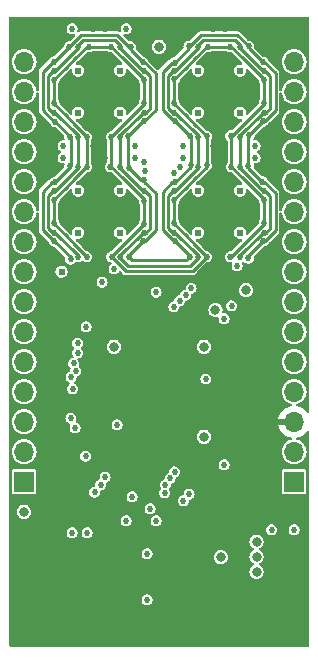
<source format=gbr>
%TF.GenerationSoftware,KiCad,Pcbnew,8.0.3-8.0.3-0~ubuntu22.04.1*%
%TF.CreationDate,2024-07-27T12:22:20+09:00*%
%TF.ProjectId,IMUModule_STM32,494d554d-6f64-4756-9c65-5f53544d3332,rev?*%
%TF.SameCoordinates,Original*%
%TF.FileFunction,Copper,L2,Inr*%
%TF.FilePolarity,Positive*%
%FSLAX46Y46*%
G04 Gerber Fmt 4.6, Leading zero omitted, Abs format (unit mm)*
G04 Created by KiCad (PCBNEW 8.0.3-8.0.3-0~ubuntu22.04.1) date 2024-07-27 12:22:20*
%MOMM*%
%LPD*%
G01*
G04 APERTURE LIST*
%TA.AperFunction,ComponentPad*%
%ADD10R,1.700000X1.700000*%
%TD*%
%TA.AperFunction,ComponentPad*%
%ADD11O,1.700000X1.700000*%
%TD*%
%TA.AperFunction,ViaPad*%
%ADD12C,0.800000*%
%TD*%
%TA.AperFunction,ViaPad*%
%ADD13C,0.520000*%
%TD*%
%TA.AperFunction,ViaPad*%
%ADD14C,0.620000*%
%TD*%
%TA.AperFunction,Conductor*%
%ADD15C,0.250000*%
%TD*%
G04 APERTURE END LIST*
D10*
%TO.N,GNDD*%
%TO.C,J3*%
X1270000Y-39370000D03*
D11*
%TO.N,unconnected-(J3-Pin_2-Pad2)*%
X1270000Y-36830000D03*
%TO.N,unconnected-(J3-Pin_3-Pad3)*%
X1270000Y-34290000D03*
%TO.N,/MCU/T_NRST*%
X1270000Y-31750000D03*
%TO.N,/MCU/T_VCP_RX*%
X1270000Y-29210000D03*
%TO.N,/MCU/T_VCP_TX*%
X1270000Y-26670000D03*
%TO.N,/MCU/T_SWDIO*%
X1270000Y-24130000D03*
%TO.N,/MCU/T_SWCLK*%
X1270000Y-21590000D03*
%TO.N,unconnected-(J3-Pin_9-Pad9)*%
X1270000Y-19050000D03*
%TO.N,unconnected-(J3-Pin_10-Pad10)*%
X1270000Y-16510000D03*
%TO.N,unconnected-(J3-Pin_11-Pad11)*%
X1270000Y-13970000D03*
%TO.N,unconnected-(J3-Pin_12-Pad12)*%
X1270000Y-11430000D03*
%TO.N,unconnected-(J3-Pin_13-Pad13)*%
X1270000Y-8890000D03*
%TO.N,unconnected-(J3-Pin_14-Pad14)*%
X1270000Y-6350000D03*
%TO.N,unconnected-(J3-Pin_15-Pad15)*%
X1270000Y-3810000D03*
%TD*%
D10*
%TO.N,GNDD*%
%TO.C,J4*%
X24130000Y-39370000D03*
D11*
%TO.N,+5V*%
X24130000Y-36830000D03*
%TO.N,+3.3V*%
X24130000Y-34290000D03*
%TO.N,/MCU/MSPI_CS*%
X24130000Y-31750000D03*
%TO.N,/MCU/MSPI_CLK*%
X24130000Y-29210000D03*
%TO.N,/MCU/MSPI_MISO*%
X24130000Y-26670000D03*
%TO.N,/MCU/MSPI_MOSI*%
X24130000Y-24130000D03*
%TO.N,unconnected-(J4-Pin_8-Pad8)*%
X24130000Y-21590000D03*
%TO.N,unconnected-(J4-Pin_9-Pad9)*%
X24130000Y-19050000D03*
%TO.N,unconnected-(J4-Pin_10-Pad10)*%
X24130000Y-16510000D03*
%TO.N,unconnected-(J4-Pin_11-Pad11)*%
X24130000Y-13970000D03*
%TO.N,unconnected-(J4-Pin_12-Pad12)*%
X24130000Y-11430000D03*
%TO.N,unconnected-(J4-Pin_13-Pad13)*%
X24130000Y-8890000D03*
%TO.N,unconnected-(J4-Pin_14-Pad14)*%
X24130000Y-6350000D03*
%TO.N,unconnected-(J4-Pin_15-Pad15)*%
X24130000Y-3810000D03*
%TD*%
D12*
%TO.N,GNDD*%
X8890000Y-27940000D03*
X20955000Y-46990000D03*
D13*
X18202589Y-25568589D03*
D12*
X16510000Y-35560000D03*
D13*
X12446000Y-42672000D03*
X10668000Y-10922000D03*
D12*
X17475200Y-24841200D03*
D13*
X4572000Y-11938000D03*
X19304000Y-21082000D03*
X10668000Y-11938000D03*
D14*
X16002000Y-4572000D03*
D13*
X9906000Y-1016000D03*
X18202589Y-37931411D03*
D14*
X9398000Y-4572000D03*
D12*
X20955000Y-45720000D03*
D14*
X5842000Y-8128000D03*
X4445000Y-21590000D03*
D13*
X11938000Y-41656000D03*
D14*
X9398000Y-18288000D03*
D13*
X9906000Y-42672000D03*
X20828000Y-10922000D03*
X5334000Y-1016000D03*
D12*
X20955000Y-44450000D03*
D14*
X5842000Y-14732000D03*
D13*
X8890000Y-21336000D03*
X14732000Y-10922000D03*
X6518589Y-26247411D03*
X16662400Y-30678000D03*
D14*
X16002000Y-18288000D03*
X9398000Y-14732000D03*
D12*
X1270000Y-41910000D03*
D13*
X10414000Y-40640000D03*
D12*
X12700000Y-2540000D03*
D13*
X6477000Y-37211000D03*
X14732000Y-11938000D03*
X20828000Y-11938000D03*
D14*
X16002000Y-8128000D03*
D13*
X4572000Y-10922000D03*
D14*
X16002000Y-14732000D03*
X19558000Y-18288000D03*
D12*
X20066000Y-23164800D03*
D14*
X5842000Y-4572000D03*
X19558000Y-14732000D03*
X9398000Y-8128000D03*
D12*
X16510000Y-27940000D03*
D14*
X19558000Y-8128000D03*
X19558000Y-4572000D03*
X5842000Y-18288000D03*
D13*
X9144000Y-34544000D03*
D12*
%TO.N,+3.3V*%
X15341600Y-46837600D03*
X14376400Y-46837600D03*
X14376400Y-45821600D03*
D13*
X18288000Y-11938000D03*
D12*
X15341600Y-44805600D03*
X15341600Y-45821600D03*
D13*
X17272000Y-1016000D03*
X8128000Y-11938000D03*
D12*
X17780000Y-6350000D03*
D13*
X7197411Y-25568589D03*
X17272000Y-10922000D03*
X7239000Y-37973000D03*
X18288000Y-1016000D03*
X7763000Y-21234400D03*
D12*
X14376400Y-44805600D03*
X7620000Y-6350000D03*
D13*
X8128000Y-1016000D03*
X18881411Y-37252589D03*
X16662400Y-29718000D03*
X7112000Y-10922000D03*
D12*
X7620000Y-16510000D03*
X17780000Y-16510000D03*
D13*
X7112000Y-1016000D03*
X9144000Y-35560000D03*
X18288000Y-21082000D03*
X18881411Y-26247411D03*
D12*
%TO.N,+5V*%
X17932400Y-45758500D03*
D13*
%TO.N,/IMUs/SPI_MISO5*%
X13970000Y-13208000D03*
X18846800Y-24485600D03*
%TO.N,/IMUs/SPI_MISO10*%
X12450000Y-23317200D03*
X11430000Y-12293600D03*
%TO.N,Net-(D2-A)*%
X24130000Y-43436000D03*
%TO.N,Net-(D3-A)*%
X22225000Y-43436000D03*
%TO.N,/IMUs/SPI_MOSI*%
X5156200Y-12649200D03*
X20320000Y-10033000D03*
X5207000Y-20523200D03*
X5130800Y-10160000D03*
X14046200Y-8839200D03*
X11366500Y-18986500D03*
X3924300Y-8877300D03*
X3898900Y-14008100D03*
X14020800Y-3886200D03*
X11328400Y-3835400D03*
X15278100Y-10071100D03*
X10121900Y-12788900D03*
X14058900Y-14008100D03*
X10287000Y-2540000D03*
X5089769Y-2530231D03*
X20294600Y-2514600D03*
X21513800Y-3860800D03*
X3835400Y-18999200D03*
X15316200Y-20320000D03*
X11430000Y-8864600D03*
X14058900Y-19011900D03*
X10134600Y-20320000D03*
X15367000Y-12547600D03*
X11430000Y-13868400D03*
X20269200Y-12674600D03*
X3810000Y-3810000D03*
X21450300Y-13957300D03*
X20269200Y-20472400D03*
X15234137Y-2514600D03*
X10096500Y-10096500D03*
X21501100Y-8851900D03*
X21539200Y-18973800D03*
%TO.N,/IMUs/SPI_CS*%
X16738600Y-10134600D03*
X13970000Y-15544800D03*
X3810000Y-17475200D03*
X11430000Y-17526000D03*
X6731000Y-2540000D03*
X18745200Y-20320000D03*
X18745200Y-2540000D03*
X6578600Y-12707260D03*
X18821400Y-12700000D03*
X11430000Y-15595600D03*
X16738600Y-12598400D03*
X16814800Y-2540000D03*
X11430000Y-7340600D03*
X21590000Y-17475200D03*
X3810000Y-7315200D03*
X8654141Y-10160000D03*
X6585859Y-20320000D03*
X16738600Y-20320000D03*
X21590000Y-15494000D03*
X13970000Y-17475200D03*
X11430000Y-5334000D03*
X13995400Y-5308600D03*
X8686800Y-20320000D03*
X8559800Y-12700000D03*
X3810000Y-5334000D03*
X21590000Y-7315200D03*
X18770600Y-10083800D03*
X21590000Y-5334000D03*
X3810000Y-15494000D03*
X6578600Y-10160000D03*
X13970000Y-7315200D03*
X8636000Y-2540000D03*
%TO.N,/IMUs/SPI_CLK*%
X19558000Y-10160000D03*
X11430000Y-4572000D03*
X13970000Y-4572000D03*
X13970000Y-8128000D03*
X16002000Y-20320000D03*
X5842000Y-12700000D03*
X11430000Y-18288000D03*
X13970000Y-14732000D03*
X19558000Y-2540000D03*
X3810000Y-18288000D03*
X9398000Y-10160000D03*
X11430000Y-8128000D03*
X16002000Y-2540000D03*
X11430000Y-14732000D03*
X21590000Y-8128000D03*
X3810000Y-8128000D03*
X21590000Y-4572000D03*
X9398000Y-20320000D03*
X9398000Y-12700000D03*
X3810000Y-4572000D03*
X13970000Y-18288000D03*
X5842000Y-10160000D03*
X21590000Y-18288000D03*
X3810000Y-14732000D03*
X21590000Y-14732000D03*
X19558000Y-12700000D03*
X19558000Y-20320000D03*
X5842000Y-2540000D03*
X16002000Y-10160000D03*
X9398000Y-2540000D03*
X5842000Y-20320000D03*
X16002000Y-12700000D03*
%TO.N,/IMUs/SPI_MISO17*%
X13182600Y-40309800D03*
%TO.N,/IMUs/SPI_MISO18*%
X13950000Y-24561800D03*
%TO.N,/IMUs/SPI_MISO19*%
X14450000Y-24053800D03*
%TO.N,/IMUs/SPI_MISO20*%
X13233400Y-39624000D03*
%TO.N,/IMUs/SPI_MISO21*%
X13639800Y-39090600D03*
%TO.N,/IMUs/SPI_MISO22*%
X14478000Y-12700000D03*
X14950000Y-23571200D03*
%TO.N,/IMUs/SPI_MISO23*%
X15419493Y-22992107D03*
%TO.N,/IMUs/SPI_MISO24*%
X14012302Y-38540379D03*
%TO.N,/IMUs/SPI_MISO25*%
X7874000Y-22471000D03*
X11483732Y-13055600D03*
X5250468Y-30521728D03*
%TO.N,/IMUs/SPI_MISO26*%
X8128000Y-38989000D03*
%TO.N,/IMUs/SPI_MISO27*%
X5588000Y-34798000D03*
%TO.N,/IMUs/SPI_MISO28*%
X5384800Y-31500000D03*
%TO.N,/IMUs/SPI_MISO29*%
X5461000Y-29362400D03*
%TO.N,/IMUs/SPI_MISO30*%
X7239000Y-40259000D03*
%TO.N,/IMUs/SPI_MISO31*%
X7747000Y-39624000D03*
%TO.N,/IMUs/SPI_MISO32*%
X5638800Y-30000000D03*
%TO.N,/MCU/T_VCP_TX*%
X11684000Y-45466000D03*
%TO.N,/MCU/T_SWCLK*%
X5802000Y-28448000D03*
X6604000Y-43688000D03*
%TO.N,/MCU/T_SWDIO*%
X5334000Y-43688000D03*
X5802000Y-27646000D03*
%TO.N,/MCU/T_VCP_RX*%
X11684000Y-49366000D03*
%TO.N,Net-(U33-PA1)*%
X15240000Y-40435000D03*
%TO.N,Net-(U33-PA0)*%
X14757400Y-40970200D03*
%TO.N,Net-(U33-PB8)*%
X5230400Y-34000000D03*
%TD*%
D15*
%TO.N,/IMUs/SPI_MOSI*%
X15367000Y-12700000D02*
X15367000Y-12547600D01*
X5207000Y-20370800D02*
X5207000Y-20523200D01*
X12405000Y-14963141D02*
X12405000Y-18076396D01*
X15367000Y-12547600D02*
X15367000Y-10160000D01*
X11437259Y-3835400D02*
X11328400Y-3835400D01*
X15316200Y-20269200D02*
X15316200Y-20320000D01*
X20320000Y-10033000D02*
X21501100Y-8851900D01*
X6073141Y-1565000D02*
X5107910Y-2530231D01*
X21622659Y-3860800D02*
X22565000Y-4803141D01*
X2835000Y-4658000D02*
X3683000Y-3810000D01*
X14046200Y-8839200D02*
X13937341Y-8839200D01*
X10446600Y-20632000D02*
X15004200Y-20632000D01*
X15234137Y-2514600D02*
X15234137Y-2672863D01*
X15283541Y-2514600D02*
X16233141Y-1565000D01*
X12405000Y-7916396D02*
X12405000Y-4803141D01*
X5130800Y-10083800D02*
X5130800Y-10160000D01*
X10096500Y-10096500D02*
X11328400Y-8864600D01*
X21559159Y-13957300D02*
X21450300Y-13957300D01*
X20269200Y-20243800D02*
X21539200Y-18973800D01*
X20269200Y-12776200D02*
X20269200Y-12674600D01*
X22565000Y-18076396D02*
X22565000Y-14963141D01*
X10033000Y-10268859D02*
X10033000Y-10160000D01*
X15234137Y-2672863D02*
X14020800Y-3886200D01*
X2835000Y-18056859D02*
X2835000Y-14818000D01*
X3810000Y-3810000D02*
X5089769Y-2530231D01*
X20269200Y-20472400D02*
X20269200Y-20243800D01*
X15367000Y-10160000D02*
X15367000Y-10267463D01*
X10287000Y-2794000D02*
X10287000Y-2540000D01*
X3683000Y-3810000D02*
X3810000Y-3810000D01*
X15004200Y-20632000D02*
X15316200Y-20320000D01*
X10033000Y-12700000D02*
X10121900Y-12788900D01*
X20269200Y-12674600D02*
X20269200Y-10083800D01*
X10287000Y-2540000D02*
X10140463Y-2540000D01*
X15278100Y-10071100D02*
X15367000Y-10160000D01*
X12995000Y-18056859D02*
X13950041Y-19011900D01*
X16233141Y-1565000D02*
X19325463Y-1565000D01*
X12405000Y-4803141D02*
X11437259Y-3835400D01*
X2835000Y-7896859D02*
X2835000Y-4658000D01*
X3924300Y-8877300D02*
X3815441Y-8877300D01*
X5207000Y-12598400D02*
X5207000Y-10236200D01*
X20275063Y-2514600D02*
X20294600Y-2514600D01*
X11328400Y-8864600D02*
X11430000Y-8864600D01*
X14058900Y-14008100D02*
X13804900Y-14008100D01*
X21667596Y-18973800D02*
X22565000Y-18076396D01*
X5207000Y-10236200D02*
X5207000Y-10267463D01*
X21539200Y-18973800D02*
X21667596Y-18973800D01*
X10134600Y-20320000D02*
X10134600Y-20218400D01*
X3924300Y-8877300D02*
X5130800Y-10083800D01*
X22565000Y-14963141D02*
X21559159Y-13957300D01*
X10134600Y-20218400D02*
X11366500Y-18986500D01*
X21513800Y-3860800D02*
X21622659Y-3860800D01*
X11494896Y-18986500D02*
X11366500Y-18986500D01*
X15234137Y-2514600D02*
X15283541Y-2514600D01*
X11328400Y-3835400D02*
X10287000Y-2794000D01*
X14046200Y-8839200D02*
X15278100Y-10071100D01*
X11201400Y-13868400D02*
X11430000Y-13868400D01*
X12995000Y-7896859D02*
X12995000Y-4658000D01*
X19325463Y-1565000D02*
X20275063Y-2514600D01*
X10033000Y-20421600D02*
X10134600Y-20320000D01*
X11430000Y-8864600D02*
X11456796Y-8864600D01*
X14058900Y-14008100D02*
X15367000Y-12700000D01*
X9165463Y-1565000D02*
X6073141Y-1565000D01*
X10033000Y-10160000D02*
X10033000Y-12700000D01*
X13766800Y-3886200D02*
X14020800Y-3886200D01*
X12995000Y-14818000D02*
X12995000Y-18056859D01*
X22565000Y-4803141D02*
X22565000Y-7916396D01*
X3835400Y-18999200D02*
X5207000Y-20370800D01*
X11456796Y-8864600D02*
X12405000Y-7916396D01*
X3898900Y-14008100D02*
X5156200Y-12750800D01*
X13950041Y-19011900D02*
X14058900Y-19011900D01*
X5107910Y-2530231D02*
X5089769Y-2530231D01*
X21629496Y-8851900D02*
X21501100Y-8851900D01*
X10140463Y-2540000D02*
X9165463Y-1565000D01*
X3777341Y-18999200D02*
X2835000Y-18056859D01*
X5130800Y-10160000D02*
X5207000Y-10236200D01*
X10033000Y-10160000D02*
X10096500Y-10096500D01*
X12405000Y-18076396D02*
X11494896Y-18986500D01*
X11430000Y-13988141D02*
X12405000Y-14963141D01*
X10121900Y-12788900D02*
X11201400Y-13868400D01*
X20294600Y-2641600D02*
X20294600Y-2514600D01*
X3644900Y-14008100D02*
X3898900Y-14008100D01*
X3815441Y-8877300D02*
X2835000Y-7896859D01*
X21450300Y-13957300D02*
X20269200Y-12776200D01*
X2835000Y-14818000D02*
X3644900Y-14008100D01*
X13804900Y-14008100D02*
X12995000Y-14818000D01*
X12995000Y-4658000D02*
X13766800Y-3886200D01*
X13937341Y-8839200D02*
X12995000Y-7896859D01*
X14058900Y-19011900D02*
X15316200Y-20269200D01*
X3835400Y-18999200D02*
X3777341Y-18999200D01*
X11430000Y-13868400D02*
X11430000Y-13988141D01*
X21513800Y-3860800D02*
X20294600Y-2641600D01*
X20269200Y-10083800D02*
X20320000Y-10033000D01*
X5156200Y-12750800D02*
X5156200Y-12649200D01*
X5156200Y-12649200D02*
X5207000Y-12598400D01*
X10134600Y-20320000D02*
X10446600Y-20632000D01*
X22565000Y-7916396D02*
X21629496Y-8851900D01*
%TO.N,/IMUs/SPI_CS*%
X4785000Y-8359141D02*
X3810000Y-7384141D01*
X14945000Y-8359141D02*
X13970000Y-7384141D01*
X9629141Y-19345000D02*
X9633912Y-19345000D01*
X15766088Y-13675000D02*
X15770859Y-13675000D01*
X8654141Y-12605659D02*
X8654141Y-10160000D01*
X10455000Y-14500859D02*
X11430000Y-15475859D01*
X9629141Y-3515000D02*
X8654141Y-2540000D01*
X8686800Y-20287341D02*
X9629141Y-19345000D01*
X9633912Y-19345000D02*
X10455000Y-18523912D01*
X19793912Y-3515000D02*
X20615000Y-4336088D01*
X16814800Y-2540000D02*
X18745200Y-2540000D01*
X11430000Y-5334000D02*
X11430000Y-5315859D01*
X5606088Y-9185000D02*
X4785000Y-8363912D01*
X11430000Y-7384141D02*
X10455000Y-8359141D01*
X21590000Y-15475859D02*
X20615000Y-14500859D01*
X3810000Y-15494000D02*
X3810000Y-15475859D01*
X8654141Y-2540000D02*
X8636000Y-2540000D01*
X3810000Y-17475200D02*
X3810000Y-17544141D01*
X14945000Y-18519141D02*
X14945000Y-18523912D01*
X13970000Y-15544800D02*
X13970000Y-15475859D01*
X15766088Y-3515000D02*
X14945000Y-4336088D01*
X20615000Y-14500859D02*
X20615000Y-14496088D01*
X19789141Y-3515000D02*
X19793912Y-3515000D01*
X6585859Y-2540000D02*
X6731000Y-2540000D01*
X16814800Y-2540000D02*
X16745859Y-2540000D01*
X14945000Y-8363912D02*
X14945000Y-8359141D01*
X4785000Y-8363912D02*
X4785000Y-8359141D01*
X5606088Y-19345000D02*
X5610859Y-19345000D01*
X15533859Y-21532000D02*
X16738600Y-20327259D01*
X15766088Y-9185000D02*
X14945000Y-8363912D01*
X20615000Y-4340859D02*
X21590000Y-5315859D01*
X11430000Y-15475859D02*
X11430000Y-15595600D01*
X15770859Y-13675000D02*
X16738600Y-12707259D01*
X14945000Y-4336088D02*
X14945000Y-4340859D01*
X4785000Y-18523912D02*
X5606088Y-19345000D01*
X18814141Y-2540000D02*
X19789141Y-3515000D01*
X5606088Y-13675000D02*
X5610859Y-13675000D01*
X20615000Y-4336088D02*
X20615000Y-4340859D01*
X5610859Y-9185000D02*
X5606088Y-9185000D01*
X19789141Y-19345000D02*
X19793912Y-19345000D01*
X16738600Y-12707259D02*
X16738600Y-12598400D01*
X5610859Y-13675000D02*
X6467930Y-12817930D01*
X11430000Y-7340600D02*
X11430000Y-5334000D01*
X21590000Y-17475200D02*
X21590000Y-15494000D01*
X13970000Y-7315200D02*
X13970000Y-5334000D01*
X3810000Y-5315859D02*
X4785000Y-4340859D01*
X20615000Y-18519141D02*
X21590000Y-17544141D01*
X21590000Y-5315859D02*
X21590000Y-5334000D01*
X10455000Y-4336088D02*
X9633912Y-3515000D01*
X18821400Y-12700000D02*
X18821400Y-10134600D01*
X8654141Y-12700000D02*
X9629141Y-13675000D01*
X4785000Y-4336088D02*
X5606088Y-3515000D01*
X15770859Y-9185000D02*
X15766088Y-9185000D01*
X15770859Y-19345000D02*
X16738600Y-20312741D01*
X13970000Y-5334000D02*
X13995400Y-5308600D01*
X14945000Y-18523912D02*
X15766088Y-19345000D01*
X18814141Y-20320000D02*
X19789141Y-19345000D01*
X20615000Y-8363912D02*
X19793912Y-9185000D01*
X21590000Y-15494000D02*
X21590000Y-15475859D01*
X9629141Y-13675000D02*
X9633912Y-13675000D01*
X5610859Y-3515000D02*
X6585859Y-2540000D01*
X16720459Y-10134600D02*
X15770859Y-9185000D01*
X8686800Y-20355451D02*
X9863349Y-21532000D01*
X3810000Y-17544141D02*
X4785000Y-18519141D01*
X13970000Y-15475859D02*
X14945000Y-14500859D01*
X18890341Y-10083800D02*
X18770600Y-10083800D01*
X9863349Y-21532000D02*
X15533859Y-21532000D01*
X16738600Y-12598400D02*
X16738600Y-10134600D01*
X13970000Y-15544800D02*
X13970000Y-17475200D01*
X16738600Y-20312741D02*
X16738600Y-20320000D01*
X19789141Y-13675000D02*
X18821400Y-12707259D01*
X20615000Y-18523912D02*
X20615000Y-18519141D01*
X11430000Y-17544141D02*
X11430000Y-17526000D01*
X4785000Y-14500859D02*
X4785000Y-14496088D01*
X14945000Y-14500859D02*
X14945000Y-14496088D01*
X11430000Y-5315859D02*
X10455000Y-4340859D01*
X9633912Y-9185000D02*
X9629141Y-9185000D01*
X16745859Y-2540000D02*
X15770859Y-3515000D01*
X10455000Y-4340859D02*
X10455000Y-4336088D01*
X13970000Y-17475200D02*
X13970000Y-17544141D01*
X3810000Y-7384141D02*
X3810000Y-7315200D01*
X4785000Y-4340859D02*
X4785000Y-4336088D01*
X18821400Y-10134600D02*
X18770600Y-10083800D01*
X10455000Y-14496088D02*
X10455000Y-14500859D01*
X10455000Y-18523912D02*
X10455000Y-18519141D01*
X5610859Y-19345000D02*
X6585859Y-20320000D01*
X21590000Y-7315200D02*
X21590000Y-7384141D01*
X15770859Y-3515000D02*
X15766088Y-3515000D01*
X9629141Y-9185000D02*
X8654141Y-10160000D01*
X3810000Y-5334000D02*
X3810000Y-5315859D01*
X11430000Y-7340600D02*
X11430000Y-7384141D01*
X8559800Y-12700000D02*
X8654141Y-12605659D01*
X6467930Y-12817930D02*
X6578600Y-12707260D01*
X4785000Y-14496088D02*
X5606088Y-13675000D01*
X9633912Y-3515000D02*
X9629141Y-3515000D01*
X10455000Y-8359141D02*
X10455000Y-8363912D01*
X8559800Y-12700000D02*
X8654141Y-12700000D01*
X19793912Y-9185000D02*
X19789141Y-9185000D01*
X15766088Y-19345000D02*
X15770859Y-19345000D01*
X18745200Y-2540000D02*
X18814141Y-2540000D01*
X4785000Y-18519141D02*
X4785000Y-18523912D01*
X3810000Y-15475859D02*
X4785000Y-14500859D01*
X10455000Y-18519141D02*
X11430000Y-17544141D01*
X21590000Y-7315200D02*
X21590000Y-5334000D01*
X10455000Y-8363912D02*
X9633912Y-9185000D01*
X18821400Y-12707259D02*
X18821400Y-12700000D01*
X3810000Y-15494000D02*
X3810000Y-17475200D01*
X16738600Y-20327259D02*
X16738600Y-20320000D01*
X5606088Y-3515000D02*
X5610859Y-3515000D01*
X20615000Y-14496088D02*
X19793912Y-13675000D01*
X6578600Y-10152741D02*
X5610859Y-9185000D01*
X19793912Y-19345000D02*
X20615000Y-18523912D01*
X20615000Y-8359141D02*
X20615000Y-8363912D01*
X21590000Y-7384141D02*
X20615000Y-8359141D01*
X18745200Y-20320000D02*
X18814141Y-20320000D01*
X21590000Y-17544141D02*
X21590000Y-17475200D01*
X14945000Y-4340859D02*
X13995400Y-5290459D01*
X13995400Y-5290459D02*
X13995400Y-5308600D01*
X16738600Y-10134600D02*
X16720459Y-10134600D01*
X3810000Y-5334000D02*
X3810000Y-7315200D01*
X6731000Y-2540000D02*
X8636000Y-2540000D01*
X6578600Y-10160000D02*
X6578600Y-10152741D01*
X9633912Y-13675000D02*
X10455000Y-14496088D01*
X11430000Y-17526000D02*
X11430000Y-15595600D01*
X8686800Y-20320000D02*
X8686800Y-20355451D01*
X13970000Y-7384141D02*
X13970000Y-7315200D01*
X14945000Y-14496088D02*
X15766088Y-13675000D01*
X19793912Y-13675000D02*
X19789141Y-13675000D01*
X8686800Y-20320000D02*
X8686800Y-20287341D01*
X13970000Y-17544141D02*
X14945000Y-18519141D01*
X19789141Y-9185000D02*
X18890341Y-10083800D01*
X6578600Y-10160000D02*
X6578600Y-12707260D01*
%TO.N,/IMUs/SPI_CLK*%
X5842000Y-12807463D02*
X5424463Y-13225000D01*
X4335000Y-18710308D02*
X5419692Y-19795000D01*
X5424463Y-3065000D02*
X5419692Y-3065000D01*
X16002000Y-10052537D02*
X16002000Y-10160000D01*
X15584463Y-13225000D02*
X15579692Y-13225000D01*
X4335000Y-14309692D02*
X4335000Y-14314463D01*
X19558000Y-2435226D02*
X19137774Y-2015000D01*
X5424463Y-13225000D02*
X5419692Y-13225000D01*
X9820308Y-19795000D02*
X10905000Y-18710308D01*
X19137774Y-2015000D02*
X16419537Y-2015000D01*
X19558000Y-10160000D02*
X19558000Y-10052537D01*
X9820308Y-3065000D02*
X9815537Y-3065000D01*
X15584463Y-3065000D02*
X15579692Y-3065000D01*
X9398000Y-2435226D02*
X9398000Y-2540000D01*
X10905000Y-8550308D02*
X10905000Y-8545537D01*
X10905000Y-4149692D02*
X9820308Y-3065000D01*
X10905000Y-4154463D02*
X10905000Y-4149692D01*
X19558000Y-2647463D02*
X19558000Y-2540000D01*
X5419692Y-19795000D02*
X5424463Y-19795000D01*
X19558000Y-2540000D02*
X19558000Y-2435226D01*
X3917463Y-14732000D02*
X3810000Y-14732000D01*
X11322537Y-18288000D02*
X11430000Y-18288000D01*
X21590000Y-18288000D02*
X21717000Y-18288000D01*
X16002000Y-12807463D02*
X15584463Y-13225000D01*
X19975537Y-3065000D02*
X19558000Y-2647463D01*
X14077463Y-18288000D02*
X14495000Y-18705537D01*
X15579692Y-9635000D02*
X15584463Y-9635000D01*
X14495000Y-18705537D02*
X14495000Y-18710308D01*
X14077463Y-4572000D02*
X13970000Y-4572000D01*
X5842000Y-2540000D02*
X5842000Y-2432537D01*
X16002000Y-20427463D02*
X16002000Y-20320000D01*
X21697463Y-4572000D02*
X21590000Y-4572000D01*
X21717000Y-8128000D02*
X22115000Y-7730000D01*
X14495000Y-4154463D02*
X14077463Y-4572000D01*
X19558000Y-20212537D02*
X19975537Y-19795000D01*
X3810000Y-14732000D02*
X3705226Y-14732000D01*
X3285000Y-4992226D02*
X3285000Y-7710463D01*
X4335000Y-4149692D02*
X4335000Y-4154463D01*
X14495000Y-8545537D02*
X14495000Y-8550308D01*
X13862537Y-8128000D02*
X13970000Y-8128000D01*
X11430000Y-8128000D02*
X11557000Y-8128000D01*
X11537463Y-4572000D02*
X11430000Y-4572000D01*
X15579692Y-3065000D02*
X14495000Y-4149692D01*
X3285000Y-7710463D02*
X3702537Y-8128000D01*
X10905000Y-14309692D02*
X9820308Y-13225000D01*
X21482537Y-14732000D02*
X21065000Y-14314463D01*
X15347463Y-21082000D02*
X16002000Y-20427463D01*
X3702537Y-18288000D02*
X3810000Y-18288000D01*
X9815537Y-13225000D02*
X9398000Y-12807463D01*
X21065000Y-8545537D02*
X21482537Y-8128000D01*
X13445000Y-15152226D02*
X13445000Y-17870463D01*
X21697463Y-14732000D02*
X21590000Y-14732000D01*
X13445000Y-7710463D02*
X13862537Y-8128000D01*
X5419692Y-13225000D02*
X4335000Y-14309692D01*
X11322537Y-8128000D02*
X11430000Y-8128000D01*
X4335000Y-8545537D02*
X4335000Y-8550308D01*
X5842000Y-12807464D02*
X5641732Y-13007732D01*
X9398000Y-20430255D02*
X10049745Y-21082000D01*
X13862537Y-18288000D02*
X13970000Y-18288000D01*
X19558000Y-10160000D02*
X19558000Y-12700000D01*
X16002000Y-12592537D02*
X16002000Y-12700000D01*
X9398000Y-10160000D02*
X9398000Y-10052537D01*
X13865226Y-4572000D02*
X13445000Y-4992226D01*
X15579692Y-19795000D02*
X15584463Y-19795000D01*
X9398000Y-20212537D02*
X9815537Y-19795000D01*
X8977774Y-2015000D02*
X9398000Y-2435226D01*
X21065000Y-8550308D02*
X21065000Y-8545537D01*
X11322537Y-14732000D02*
X10905000Y-14314463D01*
X16002000Y-12700000D02*
X16002000Y-12807463D01*
X15584463Y-19795000D02*
X16002000Y-20212537D01*
X11557000Y-8128000D02*
X11955000Y-7730000D01*
X21065000Y-4154463D02*
X21065000Y-4149692D01*
X14495000Y-8550308D02*
X15579692Y-9635000D01*
X19980308Y-13225000D02*
X19975537Y-13225000D01*
X3705226Y-4572000D02*
X3285000Y-4992226D01*
X21065000Y-4149692D02*
X19980308Y-3065000D01*
X5842000Y-2647463D02*
X5424463Y-3065000D01*
X9398000Y-20320000D02*
X9398000Y-20212537D01*
X21482537Y-4572000D02*
X21065000Y-4154463D01*
X19980308Y-9635000D02*
X21065000Y-8550308D01*
X22115000Y-7730000D02*
X22115000Y-4989537D01*
X6259537Y-2015000D02*
X8977774Y-2015000D01*
X3285000Y-15152226D02*
X3285000Y-17870463D01*
X11537463Y-14732000D02*
X11430000Y-14732000D01*
X3285000Y-17870463D02*
X3702537Y-18288000D01*
X22115000Y-4989537D02*
X21697463Y-4572000D01*
X9398000Y-10052537D02*
X9815537Y-9635000D01*
X11955000Y-7730000D02*
X11955000Y-4989537D01*
X13445000Y-4992226D02*
X13445000Y-7710463D01*
X9815537Y-3065000D02*
X9398000Y-2647463D01*
X19980308Y-3065000D02*
X19975537Y-3065000D01*
X14077463Y-8128000D02*
X14495000Y-8545537D01*
X11557000Y-18288000D02*
X11955000Y-17890000D01*
X22115000Y-15149537D02*
X21697463Y-14732000D01*
X3705226Y-14732000D02*
X3285000Y-15152226D01*
X10905000Y-14314463D02*
X10905000Y-14309692D01*
X9398000Y-20320000D02*
X9398000Y-20430255D01*
X21065000Y-18705537D02*
X21482537Y-18288000D01*
X22115000Y-17890000D02*
X22115000Y-15149537D01*
X4335000Y-18705537D02*
X4335000Y-18710308D01*
X10049745Y-21082000D02*
X15347463Y-21082000D01*
X16002000Y-2432537D02*
X16002000Y-2540000D01*
X5842000Y-10052537D02*
X5842000Y-10160000D01*
X21065000Y-14314463D02*
X21065000Y-14309692D01*
X5842000Y-20212537D02*
X5842000Y-20320000D01*
X19558000Y-10052537D02*
X19975537Y-9635000D01*
X13970000Y-14732000D02*
X13865226Y-14732000D01*
X21065000Y-18710308D02*
X21065000Y-18705537D01*
X16002000Y-20212537D02*
X16002000Y-20320000D01*
X3917463Y-18288000D02*
X4335000Y-18705537D01*
X9820308Y-9635000D02*
X10905000Y-8550308D01*
X19558000Y-20320000D02*
X19558000Y-20212537D01*
X9820308Y-13225000D02*
X9815537Y-13225000D01*
X5424463Y-9635000D02*
X5842000Y-10052537D01*
X5419692Y-9635000D02*
X5424463Y-9635000D01*
X13970000Y-18288000D02*
X14077463Y-18288000D01*
X5842000Y-2540000D02*
X5842000Y-2647463D01*
X11430000Y-18288000D02*
X11557000Y-18288000D01*
X9398000Y-2647463D02*
X9398000Y-2540000D01*
X14495000Y-4149692D02*
X14495000Y-4154463D01*
X9398000Y-10267463D02*
X9398000Y-10160000D01*
X3917463Y-8128000D02*
X4335000Y-8545537D01*
X4335000Y-8550308D02*
X5419692Y-9635000D01*
X10905000Y-8545537D02*
X11322537Y-8128000D01*
X21717000Y-18288000D02*
X22115000Y-17890000D01*
X19975537Y-13225000D02*
X19558000Y-12807463D01*
X3810000Y-18288000D02*
X3917463Y-18288000D01*
X11955000Y-15149537D02*
X11537463Y-14732000D01*
X5842000Y-2432537D02*
X6259537Y-2015000D01*
X9398000Y-12807463D02*
X9398000Y-12700000D01*
X10905000Y-18705537D02*
X11322537Y-18288000D01*
X3702537Y-8128000D02*
X3810000Y-8128000D01*
X19980308Y-19795000D02*
X21065000Y-18710308D01*
X11322537Y-4572000D02*
X10905000Y-4154463D01*
X11430000Y-14732000D02*
X11322537Y-14732000D01*
X5842000Y-10160000D02*
X5842000Y-12807464D01*
X9398000Y-12700000D02*
X9398000Y-10160000D01*
X16419537Y-2015000D02*
X16002000Y-2432537D01*
X5419692Y-3065000D02*
X4335000Y-4149692D01*
X14495000Y-14314463D02*
X14077463Y-14732000D01*
X10905000Y-18710308D02*
X10905000Y-18705537D01*
X14077463Y-14732000D02*
X13970000Y-14732000D01*
X16002000Y-2647463D02*
X15584463Y-3065000D01*
X11430000Y-4572000D02*
X11322537Y-4572000D01*
X19558000Y-12807463D02*
X19558000Y-12700000D01*
X13970000Y-4572000D02*
X13865226Y-4572000D01*
X4335000Y-14314463D02*
X3917463Y-14732000D01*
X16002000Y-2540000D02*
X16002000Y-2647463D01*
X5842000Y-12592537D02*
X5842000Y-12700000D01*
X5842000Y-12700000D02*
X5842000Y-12807463D01*
X21590000Y-4572000D02*
X21482537Y-4572000D01*
X13445000Y-17870463D02*
X13862537Y-18288000D01*
X14495000Y-18710308D02*
X15579692Y-19795000D01*
X4335000Y-4154463D02*
X3917463Y-4572000D01*
X15579692Y-13225000D02*
X14495000Y-14309692D01*
X9815537Y-19795000D02*
X9820308Y-19795000D01*
X5424463Y-19795000D02*
X5842000Y-20212537D01*
X11955000Y-17890000D02*
X11955000Y-15149537D01*
X3810000Y-4572000D02*
X3705226Y-4572000D01*
X3810000Y-8128000D02*
X3917463Y-8128000D01*
X16002000Y-10160000D02*
X16002000Y-12700000D01*
X21482537Y-8128000D02*
X21590000Y-8128000D01*
X21065000Y-14309692D02*
X19980308Y-13225000D01*
X19975537Y-19795000D02*
X19980308Y-19795000D01*
X14495000Y-14309692D02*
X14495000Y-14314463D01*
X9815537Y-9635000D02*
X9820308Y-9635000D01*
X11955000Y-4989537D02*
X11537463Y-4572000D01*
X21482537Y-18288000D02*
X21590000Y-18288000D01*
X21590000Y-14732000D02*
X21482537Y-14732000D01*
X19975537Y-9635000D02*
X19980308Y-9635000D01*
X15584463Y-9635000D02*
X16002000Y-10052537D01*
X13970000Y-8128000D02*
X14077463Y-8128000D01*
X3917463Y-4572000D02*
X3810000Y-4572000D01*
X13865226Y-14732000D02*
X13445000Y-15152226D01*
X21590000Y-8128000D02*
X21717000Y-8128000D01*
%TD*%
%TA.AperFunction,Conductor*%
%TO.N,+3.3V*%
G36*
X25359191Y-18907D02*
G01*
X25395155Y-68407D01*
X25400000Y-99000D01*
X25400000Y-33436107D01*
X25381093Y-33494298D01*
X25331593Y-33530262D01*
X25270407Y-33530262D01*
X25220907Y-33494298D01*
X25219904Y-33492891D01*
X25168113Y-33418926D01*
X25001073Y-33251886D01*
X24807577Y-33116399D01*
X24593489Y-33016569D01*
X24386786Y-32961183D01*
X24335472Y-32927859D01*
X24313545Y-32870737D01*
X24329381Y-32811637D01*
X24376931Y-32773132D01*
X24383663Y-32770821D01*
X24533954Y-32725232D01*
X24716450Y-32627685D01*
X24876410Y-32496410D01*
X25007685Y-32336450D01*
X25105232Y-32153954D01*
X25165300Y-31955934D01*
X25165301Y-31955929D01*
X25185583Y-31750003D01*
X25185583Y-31749996D01*
X25165301Y-31544070D01*
X25165300Y-31544065D01*
X25112174Y-31368932D01*
X25105232Y-31346046D01*
X25007685Y-31163550D01*
X24995249Y-31148397D01*
X24876414Y-31003595D01*
X24876410Y-31003590D01*
X24844352Y-30977281D01*
X24716452Y-30872316D01*
X24533954Y-30774768D01*
X24335934Y-30714699D01*
X24335929Y-30714698D01*
X24130003Y-30694417D01*
X24129997Y-30694417D01*
X23924070Y-30714698D01*
X23924065Y-30714699D01*
X23726045Y-30774768D01*
X23543547Y-30872316D01*
X23383595Y-31003585D01*
X23383585Y-31003595D01*
X23252316Y-31163547D01*
X23154768Y-31346045D01*
X23094699Y-31544065D01*
X23094698Y-31544070D01*
X23074417Y-31749996D01*
X23074417Y-31750003D01*
X23094698Y-31955929D01*
X23094699Y-31955934D01*
X23154768Y-32153954D01*
X23252316Y-32336452D01*
X23383585Y-32496404D01*
X23383590Y-32496410D01*
X23383595Y-32496414D01*
X23543547Y-32627683D01*
X23543548Y-32627683D01*
X23543550Y-32627685D01*
X23726046Y-32725232D01*
X23876328Y-32770819D01*
X23926525Y-32805804D01*
X23946571Y-32863612D01*
X23928810Y-32922163D01*
X23880026Y-32959092D01*
X23873213Y-32961183D01*
X23666505Y-33016570D01*
X23452432Y-33116394D01*
X23452424Y-33116398D01*
X23258926Y-33251886D01*
X23091886Y-33418926D01*
X22956398Y-33612424D01*
X22956394Y-33612432D01*
X22856570Y-33826505D01*
X22799364Y-34040000D01*
X23696988Y-34040000D01*
X23664075Y-34097007D01*
X23630000Y-34224174D01*
X23630000Y-34355826D01*
X23664075Y-34482993D01*
X23696988Y-34540000D01*
X22799364Y-34540000D01*
X22856569Y-34753489D01*
X22956399Y-34967577D01*
X23091886Y-35161073D01*
X23258926Y-35328113D01*
X23452422Y-35463600D01*
X23666509Y-35563430D01*
X23873213Y-35618816D01*
X23924527Y-35652140D01*
X23946454Y-35709261D01*
X23930619Y-35768362D01*
X23883069Y-35806867D01*
X23876329Y-35809180D01*
X23780637Y-35838208D01*
X23726046Y-35854768D01*
X23726044Y-35854768D01*
X23726044Y-35854769D01*
X23543547Y-35952316D01*
X23383595Y-36083585D01*
X23383585Y-36083595D01*
X23252316Y-36243547D01*
X23154768Y-36426045D01*
X23094699Y-36624065D01*
X23094698Y-36624070D01*
X23074417Y-36829996D01*
X23074417Y-36830003D01*
X23094698Y-37035929D01*
X23094699Y-37035934D01*
X23154768Y-37233954D01*
X23252316Y-37416452D01*
X23372257Y-37562601D01*
X23383590Y-37576410D01*
X23387733Y-37579810D01*
X23543547Y-37707683D01*
X23543548Y-37707683D01*
X23543550Y-37707685D01*
X23726046Y-37805232D01*
X23863997Y-37847078D01*
X23924065Y-37865300D01*
X23924070Y-37865301D01*
X24129997Y-37885583D01*
X24130000Y-37885583D01*
X24130003Y-37885583D01*
X24335929Y-37865301D01*
X24335934Y-37865300D01*
X24533954Y-37805232D01*
X24716450Y-37707685D01*
X24876410Y-37576410D01*
X25007685Y-37416450D01*
X25105232Y-37233954D01*
X25165300Y-37035934D01*
X25165301Y-37035929D01*
X25185583Y-36830003D01*
X25185583Y-36829996D01*
X25165301Y-36624070D01*
X25165300Y-36624065D01*
X25147078Y-36563997D01*
X25105232Y-36426046D01*
X25007685Y-36243550D01*
X24876410Y-36083590D01*
X24876404Y-36083585D01*
X24716452Y-35952316D01*
X24533954Y-35854768D01*
X24383671Y-35809180D01*
X24333474Y-35774195D01*
X24313428Y-35716387D01*
X24331189Y-35657836D01*
X24379974Y-35620907D01*
X24386786Y-35618816D01*
X24593490Y-35563430D01*
X24807577Y-35463600D01*
X25001073Y-35328113D01*
X25168113Y-35161073D01*
X25219904Y-35087108D01*
X25268768Y-35050286D01*
X25329944Y-35049218D01*
X25380065Y-35084312D01*
X25399985Y-35142164D01*
X25400000Y-35143892D01*
X25400000Y-53241000D01*
X25381093Y-53299191D01*
X25331593Y-53335155D01*
X25301000Y-53340000D01*
X99000Y-53340000D01*
X40809Y-53321093D01*
X4845Y-53271593D01*
X0Y-53241000D01*
X0Y-49365996D01*
X11218765Y-49365996D01*
X11218765Y-49366003D01*
X11237608Y-49497067D01*
X11237609Y-49497069D01*
X11237609Y-49497070D01*
X11237610Y-49497072D01*
X11292619Y-49617525D01*
X11379336Y-49717601D01*
X11490734Y-49789193D01*
X11617790Y-49826500D01*
X11617791Y-49826500D01*
X11750209Y-49826500D01*
X11750210Y-49826500D01*
X11877266Y-49789193D01*
X11988664Y-49717601D01*
X12075381Y-49617525D01*
X12130390Y-49497072D01*
X12149235Y-49366000D01*
X12149235Y-49365996D01*
X12130391Y-49234932D01*
X12130390Y-49234930D01*
X12130390Y-49234928D01*
X12075381Y-49114475D01*
X11988664Y-49014399D01*
X11877266Y-48942807D01*
X11813738Y-48924153D01*
X11750211Y-48905500D01*
X11750210Y-48905500D01*
X11617790Y-48905500D01*
X11617788Y-48905500D01*
X11490734Y-48942807D01*
X11490733Y-48942807D01*
X11379338Y-49014397D01*
X11292619Y-49114475D01*
X11237609Y-49234930D01*
X11237608Y-49234932D01*
X11218765Y-49365996D01*
X0Y-49365996D01*
X0Y-45465996D01*
X11218765Y-45465996D01*
X11218765Y-45466003D01*
X11237608Y-45597067D01*
X11237609Y-45597069D01*
X11237609Y-45597070D01*
X11237610Y-45597072D01*
X11292619Y-45717525D01*
X11379336Y-45817601D01*
X11490734Y-45889193D01*
X11617790Y-45926500D01*
X11617791Y-45926500D01*
X11750209Y-45926500D01*
X11750210Y-45926500D01*
X11877266Y-45889193D01*
X11988664Y-45817601D01*
X12039877Y-45758499D01*
X17326718Y-45758499D01*
X17326718Y-45758500D01*
X17347355Y-45915258D01*
X17347357Y-45915266D01*
X17407862Y-46061338D01*
X17407862Y-46061339D01*
X17407864Y-46061341D01*
X17504118Y-46186782D01*
X17629559Y-46283036D01*
X17629560Y-46283036D01*
X17629561Y-46283037D01*
X17678415Y-46303273D01*
X17775638Y-46343544D01*
X17893209Y-46359022D01*
X17932399Y-46364182D01*
X17932400Y-46364182D01*
X17932401Y-46364182D01*
X17963752Y-46360054D01*
X18089162Y-46343544D01*
X18235241Y-46283036D01*
X18360682Y-46186782D01*
X18456936Y-46061341D01*
X18517444Y-45915262D01*
X18538082Y-45758500D01*
X18517444Y-45601738D01*
X18461221Y-45466003D01*
X18456937Y-45455661D01*
X18456937Y-45455660D01*
X18360686Y-45330223D01*
X18360685Y-45330222D01*
X18360682Y-45330218D01*
X18360677Y-45330214D01*
X18360676Y-45330213D01*
X18235238Y-45233962D01*
X18089166Y-45173457D01*
X18089158Y-45173455D01*
X17932401Y-45152818D01*
X17932399Y-45152818D01*
X17775641Y-45173455D01*
X17775633Y-45173457D01*
X17629561Y-45233962D01*
X17629560Y-45233962D01*
X17504123Y-45330213D01*
X17504113Y-45330223D01*
X17407862Y-45455660D01*
X17407862Y-45455661D01*
X17347357Y-45601733D01*
X17347355Y-45601741D01*
X17326718Y-45758499D01*
X12039877Y-45758499D01*
X12075381Y-45717525D01*
X12130390Y-45597072D01*
X12135255Y-45563238D01*
X12149235Y-45466003D01*
X12149235Y-45465996D01*
X12130391Y-45334932D01*
X12130390Y-45334930D01*
X12130390Y-45334928D01*
X12075381Y-45214475D01*
X11988664Y-45114399D01*
X11877266Y-45042807D01*
X11813738Y-45024153D01*
X11750211Y-45005500D01*
X11750210Y-45005500D01*
X11617790Y-45005500D01*
X11617788Y-45005500D01*
X11490734Y-45042807D01*
X11490733Y-45042807D01*
X11379338Y-45114397D01*
X11379336Y-45114398D01*
X11379336Y-45114399D01*
X11328162Y-45173457D01*
X11292619Y-45214475D01*
X11237609Y-45334930D01*
X11237608Y-45334932D01*
X11218765Y-45465996D01*
X0Y-45465996D01*
X0Y-44449999D01*
X20349318Y-44449999D01*
X20349318Y-44450000D01*
X20369955Y-44606758D01*
X20369957Y-44606766D01*
X20430462Y-44752838D01*
X20430462Y-44752839D01*
X20430464Y-44752841D01*
X20526718Y-44878282D01*
X20652159Y-44974536D01*
X20675277Y-44984111D01*
X20698028Y-44993536D01*
X20744554Y-45033273D01*
X20758837Y-45092768D01*
X20735422Y-45149296D01*
X20698028Y-45176464D01*
X20652160Y-45195463D01*
X20526723Y-45291713D01*
X20526713Y-45291723D01*
X20430462Y-45417160D01*
X20430462Y-45417161D01*
X20369957Y-45563233D01*
X20369955Y-45563241D01*
X20349318Y-45719999D01*
X20349318Y-45720000D01*
X20369955Y-45876758D01*
X20369957Y-45876766D01*
X20430462Y-46022838D01*
X20430462Y-46022839D01*
X20460004Y-46061339D01*
X20526718Y-46148282D01*
X20652159Y-46244536D01*
X20675277Y-46254111D01*
X20698028Y-46263536D01*
X20744554Y-46303273D01*
X20758837Y-46362768D01*
X20735422Y-46419296D01*
X20698028Y-46446464D01*
X20652160Y-46465463D01*
X20526723Y-46561713D01*
X20526713Y-46561723D01*
X20430462Y-46687160D01*
X20430462Y-46687161D01*
X20369957Y-46833233D01*
X20369955Y-46833241D01*
X20349318Y-46989999D01*
X20349318Y-46990000D01*
X20369955Y-47146758D01*
X20369957Y-47146766D01*
X20430462Y-47292838D01*
X20430462Y-47292839D01*
X20430464Y-47292841D01*
X20526718Y-47418282D01*
X20652159Y-47514536D01*
X20798238Y-47575044D01*
X20915809Y-47590522D01*
X20954999Y-47595682D01*
X20955000Y-47595682D01*
X20955001Y-47595682D01*
X20986352Y-47591554D01*
X21111762Y-47575044D01*
X21257841Y-47514536D01*
X21383282Y-47418282D01*
X21479536Y-47292841D01*
X21540044Y-47146762D01*
X21560682Y-46990000D01*
X21540044Y-46833238D01*
X21479537Y-46687161D01*
X21479537Y-46687160D01*
X21383286Y-46561723D01*
X21383285Y-46561722D01*
X21383282Y-46561718D01*
X21383277Y-46561714D01*
X21383276Y-46561713D01*
X21257838Y-46465462D01*
X21211972Y-46446464D01*
X21165446Y-46406728D01*
X21151162Y-46347233D01*
X21174577Y-46290705D01*
X21211972Y-46263536D01*
X21240723Y-46251626D01*
X21257841Y-46244536D01*
X21383282Y-46148282D01*
X21479536Y-46022841D01*
X21540044Y-45876762D01*
X21560682Y-45720000D01*
X21540044Y-45563238D01*
X21479537Y-45417161D01*
X21479537Y-45417160D01*
X21383286Y-45291723D01*
X21383285Y-45291722D01*
X21383282Y-45291718D01*
X21383277Y-45291714D01*
X21383276Y-45291713D01*
X21308013Y-45233962D01*
X21257841Y-45195464D01*
X21257840Y-45195463D01*
X21257838Y-45195462D01*
X21211972Y-45176464D01*
X21165446Y-45136728D01*
X21151162Y-45077233D01*
X21174577Y-45020705D01*
X21211972Y-44993536D01*
X21240723Y-44981626D01*
X21257841Y-44974536D01*
X21383282Y-44878282D01*
X21479536Y-44752841D01*
X21540044Y-44606762D01*
X21560682Y-44450000D01*
X21540044Y-44293238D01*
X21540042Y-44293233D01*
X21479537Y-44147161D01*
X21479537Y-44147160D01*
X21383286Y-44021723D01*
X21383285Y-44021722D01*
X21383282Y-44021718D01*
X21383277Y-44021714D01*
X21383276Y-44021713D01*
X21312104Y-43967101D01*
X21257841Y-43925464D01*
X21257840Y-43925463D01*
X21257838Y-43925462D01*
X21111766Y-43864957D01*
X21111758Y-43864955D01*
X20955001Y-43844318D01*
X20954999Y-43844318D01*
X20798241Y-43864955D01*
X20798233Y-43864957D01*
X20652161Y-43925462D01*
X20652160Y-43925462D01*
X20526723Y-44021713D01*
X20526713Y-44021723D01*
X20430462Y-44147160D01*
X20430462Y-44147161D01*
X20369957Y-44293233D01*
X20369955Y-44293241D01*
X20349318Y-44449999D01*
X0Y-44449999D01*
X0Y-43687996D01*
X4868765Y-43687996D01*
X4868765Y-43688003D01*
X4887608Y-43819067D01*
X4887609Y-43819069D01*
X4887609Y-43819070D01*
X4887610Y-43819072D01*
X4942619Y-43939525D01*
X5029336Y-44039601D01*
X5140734Y-44111193D01*
X5267790Y-44148500D01*
X5267791Y-44148500D01*
X5400209Y-44148500D01*
X5400210Y-44148500D01*
X5527266Y-44111193D01*
X5638664Y-44039601D01*
X5725381Y-43939525D01*
X5780390Y-43819072D01*
X5799235Y-43688000D01*
X5799235Y-43687996D01*
X6138765Y-43687996D01*
X6138765Y-43688003D01*
X6157608Y-43819067D01*
X6157609Y-43819069D01*
X6157609Y-43819070D01*
X6157610Y-43819072D01*
X6212619Y-43939525D01*
X6299336Y-44039601D01*
X6410734Y-44111193D01*
X6537790Y-44148500D01*
X6537791Y-44148500D01*
X6670209Y-44148500D01*
X6670210Y-44148500D01*
X6797266Y-44111193D01*
X6908664Y-44039601D01*
X6995381Y-43939525D01*
X7050390Y-43819072D01*
X7069235Y-43688000D01*
X7069235Y-43687996D01*
X7050391Y-43556932D01*
X7050390Y-43556930D01*
X7050390Y-43556928D01*
X6995381Y-43436475D01*
X6994966Y-43435996D01*
X21759765Y-43435996D01*
X21759765Y-43436003D01*
X21778608Y-43567067D01*
X21778609Y-43567069D01*
X21778609Y-43567070D01*
X21778610Y-43567072D01*
X21833619Y-43687525D01*
X21920336Y-43787601D01*
X22031734Y-43859193D01*
X22158790Y-43896500D01*
X22158791Y-43896500D01*
X22291209Y-43896500D01*
X22291210Y-43896500D01*
X22418266Y-43859193D01*
X22529664Y-43787601D01*
X22616381Y-43687525D01*
X22671390Y-43567072D01*
X22672848Y-43556930D01*
X22690235Y-43436003D01*
X22690235Y-43435996D01*
X23664765Y-43435996D01*
X23664765Y-43436003D01*
X23683608Y-43567067D01*
X23683609Y-43567069D01*
X23683609Y-43567070D01*
X23683610Y-43567072D01*
X23738619Y-43687525D01*
X23825336Y-43787601D01*
X23936734Y-43859193D01*
X24063790Y-43896500D01*
X24063791Y-43896500D01*
X24196209Y-43896500D01*
X24196210Y-43896500D01*
X24323266Y-43859193D01*
X24434664Y-43787601D01*
X24521381Y-43687525D01*
X24576390Y-43567072D01*
X24577848Y-43556930D01*
X24595235Y-43436003D01*
X24595235Y-43435996D01*
X24576391Y-43304932D01*
X24576390Y-43304930D01*
X24576390Y-43304928D01*
X24521381Y-43184475D01*
X24434664Y-43084399D01*
X24323266Y-43012807D01*
X24259738Y-42994153D01*
X24196211Y-42975500D01*
X24196210Y-42975500D01*
X24063790Y-42975500D01*
X24063788Y-42975500D01*
X23936734Y-43012807D01*
X23936733Y-43012807D01*
X23825338Y-43084397D01*
X23738619Y-43184475D01*
X23683609Y-43304930D01*
X23683608Y-43304932D01*
X23664765Y-43435996D01*
X22690235Y-43435996D01*
X22671391Y-43304932D01*
X22671390Y-43304930D01*
X22671390Y-43304928D01*
X22616381Y-43184475D01*
X22529664Y-43084399D01*
X22418266Y-43012807D01*
X22354738Y-42994153D01*
X22291211Y-42975500D01*
X22291210Y-42975500D01*
X22158790Y-42975500D01*
X22158788Y-42975500D01*
X22031734Y-43012807D01*
X22031733Y-43012807D01*
X21920338Y-43084397D01*
X21833619Y-43184475D01*
X21778609Y-43304930D01*
X21778608Y-43304932D01*
X21759765Y-43435996D01*
X6994966Y-43435996D01*
X6908664Y-43336399D01*
X6797266Y-43264807D01*
X6733738Y-43246153D01*
X6670211Y-43227500D01*
X6670210Y-43227500D01*
X6537790Y-43227500D01*
X6537788Y-43227500D01*
X6410734Y-43264807D01*
X6410733Y-43264807D01*
X6299338Y-43336397D01*
X6212619Y-43436475D01*
X6157609Y-43556930D01*
X6157608Y-43556932D01*
X6138765Y-43687996D01*
X5799235Y-43687996D01*
X5780391Y-43556932D01*
X5780390Y-43556930D01*
X5780390Y-43556928D01*
X5725381Y-43436475D01*
X5638664Y-43336399D01*
X5527266Y-43264807D01*
X5463738Y-43246153D01*
X5400211Y-43227500D01*
X5400210Y-43227500D01*
X5267790Y-43227500D01*
X5267788Y-43227500D01*
X5140734Y-43264807D01*
X5140733Y-43264807D01*
X5029338Y-43336397D01*
X4942619Y-43436475D01*
X4887609Y-43556930D01*
X4887608Y-43556932D01*
X4868765Y-43687996D01*
X0Y-43687996D01*
X0Y-42671996D01*
X9440765Y-42671996D01*
X9440765Y-42672003D01*
X9459608Y-42803067D01*
X9459609Y-42803069D01*
X9459609Y-42803070D01*
X9459610Y-42803072D01*
X9514619Y-42923525D01*
X9601336Y-43023601D01*
X9712734Y-43095193D01*
X9839790Y-43132500D01*
X9839791Y-43132500D01*
X9972209Y-43132500D01*
X9972210Y-43132500D01*
X10099266Y-43095193D01*
X10210664Y-43023601D01*
X10297381Y-42923525D01*
X10352390Y-42803072D01*
X10371235Y-42672000D01*
X10371235Y-42671996D01*
X11980765Y-42671996D01*
X11980765Y-42672003D01*
X11999608Y-42803067D01*
X11999609Y-42803069D01*
X11999609Y-42803070D01*
X11999610Y-42803072D01*
X12054619Y-42923525D01*
X12141336Y-43023601D01*
X12252734Y-43095193D01*
X12379790Y-43132500D01*
X12379791Y-43132500D01*
X12512209Y-43132500D01*
X12512210Y-43132500D01*
X12639266Y-43095193D01*
X12750664Y-43023601D01*
X12837381Y-42923525D01*
X12892390Y-42803072D01*
X12911235Y-42672000D01*
X12911235Y-42671996D01*
X12892391Y-42540932D01*
X12892390Y-42540930D01*
X12892390Y-42540928D01*
X12837381Y-42420475D01*
X12750664Y-42320399D01*
X12639266Y-42248807D01*
X12575738Y-42230153D01*
X12512211Y-42211500D01*
X12512210Y-42211500D01*
X12379790Y-42211500D01*
X12379788Y-42211500D01*
X12252734Y-42248807D01*
X12252733Y-42248807D01*
X12141338Y-42320397D01*
X12141336Y-42320398D01*
X12141336Y-42320399D01*
X12125840Y-42338282D01*
X12054619Y-42420475D01*
X11999609Y-42540930D01*
X11999608Y-42540932D01*
X11980765Y-42671996D01*
X10371235Y-42671996D01*
X10352391Y-42540932D01*
X10352390Y-42540930D01*
X10352390Y-42540928D01*
X10297381Y-42420475D01*
X10210664Y-42320399D01*
X10099266Y-42248807D01*
X10035738Y-42230153D01*
X9972211Y-42211500D01*
X9972210Y-42211500D01*
X9839790Y-42211500D01*
X9839788Y-42211500D01*
X9712734Y-42248807D01*
X9712733Y-42248807D01*
X9601338Y-42320397D01*
X9601336Y-42320398D01*
X9601336Y-42320399D01*
X9585840Y-42338282D01*
X9514619Y-42420475D01*
X9459609Y-42540930D01*
X9459608Y-42540932D01*
X9440765Y-42671996D01*
X0Y-42671996D01*
X0Y-41909999D01*
X664318Y-41909999D01*
X664318Y-41910000D01*
X684955Y-42066758D01*
X684957Y-42066766D01*
X745462Y-42212838D01*
X745462Y-42212839D01*
X827994Y-42320397D01*
X841718Y-42338282D01*
X967159Y-42434536D01*
X1113238Y-42495044D01*
X1230809Y-42510522D01*
X1269999Y-42515682D01*
X1270000Y-42515682D01*
X1270001Y-42515682D01*
X1301352Y-42511554D01*
X1426762Y-42495044D01*
X1572841Y-42434536D01*
X1698282Y-42338282D01*
X1794536Y-42212841D01*
X1855044Y-42066762D01*
X1875682Y-41910000D01*
X1855044Y-41753238D01*
X1814765Y-41655996D01*
X11472765Y-41655996D01*
X11472765Y-41656003D01*
X11491608Y-41787067D01*
X11491609Y-41787069D01*
X11491609Y-41787070D01*
X11491610Y-41787072D01*
X11546619Y-41907525D01*
X11633336Y-42007601D01*
X11744734Y-42079193D01*
X11871790Y-42116500D01*
X11871791Y-42116500D01*
X12004209Y-42116500D01*
X12004210Y-42116500D01*
X12131266Y-42079193D01*
X12242664Y-42007601D01*
X12329381Y-41907525D01*
X12384390Y-41787072D01*
X12389255Y-41753238D01*
X12403235Y-41656003D01*
X12403235Y-41655996D01*
X12384391Y-41524932D01*
X12384390Y-41524930D01*
X12384390Y-41524928D01*
X12329381Y-41404475D01*
X12242664Y-41304399D01*
X12131266Y-41232807D01*
X12067738Y-41214153D01*
X12004211Y-41195500D01*
X12004210Y-41195500D01*
X11871790Y-41195500D01*
X11871788Y-41195500D01*
X11744734Y-41232807D01*
X11744733Y-41232807D01*
X11633338Y-41304397D01*
X11546619Y-41404475D01*
X11491609Y-41524930D01*
X11491608Y-41524932D01*
X11472765Y-41655996D01*
X1814765Y-41655996D01*
X1794537Y-41607161D01*
X1794537Y-41607160D01*
X1698286Y-41481723D01*
X1698285Y-41481722D01*
X1698282Y-41481718D01*
X1698277Y-41481714D01*
X1698276Y-41481713D01*
X1627104Y-41427101D01*
X1572841Y-41385464D01*
X1572840Y-41385463D01*
X1572838Y-41385462D01*
X1426766Y-41324957D01*
X1426758Y-41324955D01*
X1270001Y-41304318D01*
X1269999Y-41304318D01*
X1113241Y-41324955D01*
X1113233Y-41324957D01*
X967161Y-41385462D01*
X967160Y-41385462D01*
X841723Y-41481713D01*
X841713Y-41481723D01*
X745462Y-41607160D01*
X745462Y-41607161D01*
X684957Y-41753233D01*
X684955Y-41753241D01*
X664318Y-41909999D01*
X0Y-41909999D01*
X0Y-38500253D01*
X219500Y-38500253D01*
X219500Y-40239746D01*
X219501Y-40239758D01*
X231132Y-40298227D01*
X231134Y-40298233D01*
X238863Y-40309800D01*
X275448Y-40364552D01*
X341769Y-40408867D01*
X386231Y-40417711D01*
X400241Y-40420498D01*
X400246Y-40420498D01*
X400252Y-40420500D01*
X400253Y-40420500D01*
X2139747Y-40420500D01*
X2139748Y-40420500D01*
X2198231Y-40408867D01*
X2264552Y-40364552D01*
X2308867Y-40298231D01*
X2316671Y-40258996D01*
X6773765Y-40258996D01*
X6773765Y-40259003D01*
X6792608Y-40390067D01*
X6792609Y-40390069D01*
X6792609Y-40390070D01*
X6792610Y-40390072D01*
X6847619Y-40510525D01*
X6934336Y-40610601D01*
X7045734Y-40682193D01*
X7172790Y-40719500D01*
X7172791Y-40719500D01*
X7305209Y-40719500D01*
X7305210Y-40719500D01*
X7432266Y-40682193D01*
X7497925Y-40639996D01*
X9948765Y-40639996D01*
X9948765Y-40640003D01*
X9967608Y-40771067D01*
X9967609Y-40771069D01*
X9967609Y-40771070D01*
X9967610Y-40771072D01*
X10022619Y-40891525D01*
X10109336Y-40991601D01*
X10220734Y-41063193D01*
X10347790Y-41100500D01*
X10347791Y-41100500D01*
X10480209Y-41100500D01*
X10480210Y-41100500D01*
X10607266Y-41063193D01*
X10718664Y-40991601D01*
X10737212Y-40970196D01*
X14292165Y-40970196D01*
X14292165Y-40970203D01*
X14311008Y-41101267D01*
X14311009Y-41101269D01*
X14311009Y-41101270D01*
X14311010Y-41101272D01*
X14366019Y-41221725D01*
X14452736Y-41321801D01*
X14564134Y-41393393D01*
X14691190Y-41430700D01*
X14691191Y-41430700D01*
X14823609Y-41430700D01*
X14823610Y-41430700D01*
X14950666Y-41393393D01*
X15062064Y-41321801D01*
X15148781Y-41221725D01*
X15203790Y-41101272D01*
X15221291Y-40979549D01*
X15248286Y-40924642D01*
X15299458Y-40897640D01*
X15299416Y-40897495D01*
X15300134Y-40897284D01*
X15302401Y-40896088D01*
X15305204Y-40895644D01*
X15306200Y-40895500D01*
X15306210Y-40895500D01*
X15433266Y-40858193D01*
X15544664Y-40786601D01*
X15631381Y-40686525D01*
X15686390Y-40566072D01*
X15689131Y-40547007D01*
X15705235Y-40435003D01*
X15705235Y-40434996D01*
X15686391Y-40303932D01*
X15686390Y-40303930D01*
X15686390Y-40303928D01*
X15631381Y-40183475D01*
X15544664Y-40083399D01*
X15433266Y-40011807D01*
X15360177Y-39990346D01*
X15306211Y-39974500D01*
X15306210Y-39974500D01*
X15173790Y-39974500D01*
X15173788Y-39974500D01*
X15046734Y-40011807D01*
X15046733Y-40011807D01*
X14935338Y-40083397D01*
X14935336Y-40083398D01*
X14935336Y-40083399D01*
X14896748Y-40127932D01*
X14848619Y-40183475D01*
X14793609Y-40303930D01*
X14793608Y-40303933D01*
X14776108Y-40425650D01*
X14749112Y-40480558D01*
X14697940Y-40507557D01*
X14697984Y-40507705D01*
X14697257Y-40507918D01*
X14694997Y-40509111D01*
X14692209Y-40509553D01*
X14691192Y-40509699D01*
X14564134Y-40547007D01*
X14564133Y-40547007D01*
X14452738Y-40618597D01*
X14366019Y-40718675D01*
X14311009Y-40839130D01*
X14311008Y-40839132D01*
X14292165Y-40970196D01*
X10737212Y-40970196D01*
X10805381Y-40891525D01*
X10860390Y-40771072D01*
X10867805Y-40719499D01*
X10879235Y-40640003D01*
X10879235Y-40639996D01*
X10860391Y-40508932D01*
X10860390Y-40508930D01*
X10860390Y-40508928D01*
X10805381Y-40388475D01*
X10737205Y-40309796D01*
X12717365Y-40309796D01*
X12717365Y-40309803D01*
X12736208Y-40440867D01*
X12736209Y-40440869D01*
X12736209Y-40440870D01*
X12736210Y-40440872D01*
X12791219Y-40561325D01*
X12877936Y-40661401D01*
X12989334Y-40732993D01*
X13116390Y-40770300D01*
X13116391Y-40770300D01*
X13248809Y-40770300D01*
X13248810Y-40770300D01*
X13375866Y-40732993D01*
X13487264Y-40661401D01*
X13573981Y-40561325D01*
X13628990Y-40440872D01*
X13629834Y-40435003D01*
X13647835Y-40309803D01*
X13647835Y-40309796D01*
X13628991Y-40178732D01*
X13628990Y-40178730D01*
X13628990Y-40178728D01*
X13573981Y-40058275D01*
X13573979Y-40058273D01*
X13573978Y-40058270D01*
X13570153Y-40052318D01*
X13572152Y-40051033D01*
X13552563Y-40004700D01*
X13566413Y-39945102D01*
X13576374Y-39931389D01*
X13624781Y-39875525D01*
X13679790Y-39755072D01*
X13679791Y-39755067D01*
X13699643Y-39616992D01*
X13701903Y-39617316D01*
X13717542Y-39569185D01*
X13767042Y-39533221D01*
X13769723Y-39532392D01*
X13833066Y-39513793D01*
X13944464Y-39442201D01*
X14031181Y-39342125D01*
X14086190Y-39221672D01*
X14105035Y-39090600D01*
X14103791Y-39081952D01*
X14114222Y-39021667D01*
X14158097Y-38979022D01*
X14173889Y-38972873D01*
X14205568Y-38963572D01*
X14316966Y-38891980D01*
X14403683Y-38791904D01*
X14458692Y-38671451D01*
X14458693Y-38671446D01*
X14477537Y-38540382D01*
X14477537Y-38540375D01*
X14471768Y-38500253D01*
X23079500Y-38500253D01*
X23079500Y-40239746D01*
X23079501Y-40239758D01*
X23091132Y-40298227D01*
X23091134Y-40298233D01*
X23098863Y-40309800D01*
X23135448Y-40364552D01*
X23201769Y-40408867D01*
X23246231Y-40417711D01*
X23260241Y-40420498D01*
X23260246Y-40420498D01*
X23260252Y-40420500D01*
X23260253Y-40420500D01*
X24999747Y-40420500D01*
X24999748Y-40420500D01*
X25058231Y-40408867D01*
X25124552Y-40364552D01*
X25168867Y-40298231D01*
X25180500Y-40239748D01*
X25180500Y-38500252D01*
X25168867Y-38441769D01*
X25124552Y-38375448D01*
X25124548Y-38375445D01*
X25058233Y-38331134D01*
X25058231Y-38331133D01*
X25058228Y-38331132D01*
X25058227Y-38331132D01*
X24999758Y-38319501D01*
X24999748Y-38319500D01*
X23260252Y-38319500D01*
X23260251Y-38319500D01*
X23260241Y-38319501D01*
X23201772Y-38331132D01*
X23201766Y-38331134D01*
X23135451Y-38375445D01*
X23135445Y-38375451D01*
X23091134Y-38441766D01*
X23091132Y-38441772D01*
X23079501Y-38500241D01*
X23079500Y-38500253D01*
X14471768Y-38500253D01*
X14458693Y-38409311D01*
X14458692Y-38409309D01*
X14458692Y-38409307D01*
X14403683Y-38288854D01*
X14316966Y-38188778D01*
X14205568Y-38117186D01*
X14142040Y-38098532D01*
X14078513Y-38079879D01*
X14078512Y-38079879D01*
X13946092Y-38079879D01*
X13946090Y-38079879D01*
X13819036Y-38117186D01*
X13819035Y-38117186D01*
X13707640Y-38188776D01*
X13620921Y-38288854D01*
X13565911Y-38409309D01*
X13565910Y-38409311D01*
X13547067Y-38540375D01*
X13547067Y-38540382D01*
X13548310Y-38549028D01*
X13537876Y-38609317D01*
X13493998Y-38651959D01*
X13478210Y-38658106D01*
X13446534Y-38667406D01*
X13335138Y-38738997D01*
X13248419Y-38839075D01*
X13193409Y-38959530D01*
X13193408Y-38959532D01*
X13173557Y-39097608D01*
X13171296Y-39097282D01*
X13155658Y-39145414D01*
X13106158Y-39181378D01*
X13103458Y-39182212D01*
X13040139Y-39200804D01*
X13040133Y-39200807D01*
X12928738Y-39272397D01*
X12928736Y-39272398D01*
X12928736Y-39272399D01*
X12868318Y-39342125D01*
X12842019Y-39372475D01*
X12787009Y-39492930D01*
X12787008Y-39492932D01*
X12768165Y-39623996D01*
X12768165Y-39624003D01*
X12787008Y-39755067D01*
X12787009Y-39755069D01*
X12787009Y-39755070D01*
X12787010Y-39755072D01*
X12842019Y-39875524D01*
X12842021Y-39875529D01*
X12845847Y-39881482D01*
X12843847Y-39882767D01*
X12863436Y-39929102D01*
X12849585Y-39988699D01*
X12839620Y-40002417D01*
X12791219Y-40058275D01*
X12736209Y-40178730D01*
X12736208Y-40178732D01*
X12717365Y-40309796D01*
X10737205Y-40309796D01*
X10718664Y-40288399D01*
X10607266Y-40216807D01*
X10543738Y-40198153D01*
X10480211Y-40179500D01*
X10480210Y-40179500D01*
X10347790Y-40179500D01*
X10347788Y-40179500D01*
X10220734Y-40216807D01*
X10220733Y-40216807D01*
X10109338Y-40288397D01*
X10109336Y-40288398D01*
X10109336Y-40288399D01*
X10095876Y-40303933D01*
X10022619Y-40388475D01*
X9967609Y-40508930D01*
X9967608Y-40508932D01*
X9948765Y-40639996D01*
X7497925Y-40639996D01*
X7543664Y-40610601D01*
X7630381Y-40510525D01*
X7685390Y-40390072D01*
X7696931Y-40309803D01*
X7704235Y-40259003D01*
X7704235Y-40258997D01*
X7695406Y-40197589D01*
X7705839Y-40137300D01*
X7749717Y-40094657D01*
X7793398Y-40084500D01*
X7813209Y-40084500D01*
X7813210Y-40084500D01*
X7940266Y-40047193D01*
X8051664Y-39975601D01*
X8138381Y-39875525D01*
X8193390Y-39755072D01*
X8193391Y-39755067D01*
X8212235Y-39624003D01*
X8212235Y-39623998D01*
X8204354Y-39569185D01*
X8199640Y-39536399D01*
X8210073Y-39476111D01*
X8253951Y-39433469D01*
X8269733Y-39427324D01*
X8321266Y-39412193D01*
X8432664Y-39340601D01*
X8519381Y-39240525D01*
X8574390Y-39120072D01*
X8578627Y-39090603D01*
X8593235Y-38989003D01*
X8593235Y-38988996D01*
X8574391Y-38857932D01*
X8574390Y-38857930D01*
X8574390Y-38857928D01*
X8519381Y-38737475D01*
X8432664Y-38637399D01*
X8321266Y-38565807D01*
X8257738Y-38547153D01*
X8194211Y-38528500D01*
X8194210Y-38528500D01*
X8061790Y-38528500D01*
X8061788Y-38528500D01*
X7934734Y-38565807D01*
X7934733Y-38565807D01*
X7823338Y-38637397D01*
X7736619Y-38737475D01*
X7681609Y-38857930D01*
X7681608Y-38857932D01*
X7662765Y-38988996D01*
X7662765Y-38989003D01*
X7675359Y-39076599D01*
X7664926Y-39136888D01*
X7621047Y-39179531D01*
X7605259Y-39185678D01*
X7553734Y-39200807D01*
X7553733Y-39200807D01*
X7442338Y-39272397D01*
X7442336Y-39272398D01*
X7442336Y-39272399D01*
X7381918Y-39342125D01*
X7355619Y-39372475D01*
X7300609Y-39492930D01*
X7300608Y-39492932D01*
X7281765Y-39623996D01*
X7281765Y-39624002D01*
X7290594Y-39685411D01*
X7280161Y-39745700D01*
X7236283Y-39788343D01*
X7192602Y-39798500D01*
X7172788Y-39798500D01*
X7045734Y-39835807D01*
X7045733Y-39835807D01*
X6934338Y-39907397D01*
X6934336Y-39907398D01*
X6934336Y-39907399D01*
X6852002Y-40002417D01*
X6847619Y-40007475D01*
X6792609Y-40127930D01*
X6792608Y-40127932D01*
X6773765Y-40258996D01*
X2316671Y-40258996D01*
X2320500Y-40239748D01*
X2320500Y-38500252D01*
X2308867Y-38441769D01*
X2264552Y-38375448D01*
X2264548Y-38375445D01*
X2198233Y-38331134D01*
X2198231Y-38331133D01*
X2198228Y-38331132D01*
X2198227Y-38331132D01*
X2139758Y-38319501D01*
X2139748Y-38319500D01*
X400252Y-38319500D01*
X400251Y-38319500D01*
X400241Y-38319501D01*
X341772Y-38331132D01*
X341766Y-38331134D01*
X275451Y-38375445D01*
X275445Y-38375451D01*
X231134Y-38441766D01*
X231132Y-38441772D01*
X219501Y-38500241D01*
X219500Y-38500253D01*
X0Y-38500253D01*
X0Y-37931407D01*
X17737354Y-37931407D01*
X17737354Y-37931414D01*
X17756197Y-38062478D01*
X17756198Y-38062480D01*
X17756198Y-38062481D01*
X17756199Y-38062483D01*
X17811208Y-38182936D01*
X17897925Y-38283012D01*
X18009323Y-38354604D01*
X18136379Y-38391911D01*
X18136380Y-38391911D01*
X18268798Y-38391911D01*
X18268799Y-38391911D01*
X18395855Y-38354604D01*
X18507253Y-38283012D01*
X18593970Y-38182936D01*
X18648979Y-38062483D01*
X18667824Y-37931411D01*
X18667824Y-37931407D01*
X18648980Y-37800343D01*
X18648979Y-37800341D01*
X18648979Y-37800339D01*
X18593970Y-37679886D01*
X18507253Y-37579810D01*
X18395855Y-37508218D01*
X18332327Y-37489564D01*
X18268800Y-37470911D01*
X18268799Y-37470911D01*
X18136379Y-37470911D01*
X18136377Y-37470911D01*
X18009323Y-37508218D01*
X18009322Y-37508218D01*
X17897927Y-37579808D01*
X17811208Y-37679886D01*
X17756198Y-37800341D01*
X17756197Y-37800343D01*
X17737354Y-37931407D01*
X0Y-37931407D01*
X0Y-36829996D01*
X214417Y-36829996D01*
X214417Y-36830003D01*
X234698Y-37035929D01*
X234699Y-37035934D01*
X294768Y-37233954D01*
X392316Y-37416452D01*
X512257Y-37562601D01*
X523590Y-37576410D01*
X527733Y-37579810D01*
X683547Y-37707683D01*
X683548Y-37707683D01*
X683550Y-37707685D01*
X866046Y-37805232D01*
X1003997Y-37847078D01*
X1064065Y-37865300D01*
X1064070Y-37865301D01*
X1269997Y-37885583D01*
X1270000Y-37885583D01*
X1270003Y-37885583D01*
X1475929Y-37865301D01*
X1475934Y-37865300D01*
X1673954Y-37805232D01*
X1856450Y-37707685D01*
X2016410Y-37576410D01*
X2147685Y-37416450D01*
X2245232Y-37233954D01*
X2252196Y-37210996D01*
X6011765Y-37210996D01*
X6011765Y-37211003D01*
X6030608Y-37342067D01*
X6030609Y-37342069D01*
X6030609Y-37342070D01*
X6030610Y-37342072D01*
X6085619Y-37462525D01*
X6172336Y-37562601D01*
X6283734Y-37634193D01*
X6410790Y-37671500D01*
X6410791Y-37671500D01*
X6543209Y-37671500D01*
X6543210Y-37671500D01*
X6670266Y-37634193D01*
X6781664Y-37562601D01*
X6868381Y-37462525D01*
X6923390Y-37342072D01*
X6942235Y-37211000D01*
X6942235Y-37210996D01*
X6923391Y-37079932D01*
X6923390Y-37079930D01*
X6923390Y-37079928D01*
X6868381Y-36959475D01*
X6781664Y-36859399D01*
X6670266Y-36787807D01*
X6606738Y-36769153D01*
X6543211Y-36750500D01*
X6543210Y-36750500D01*
X6410790Y-36750500D01*
X6410788Y-36750500D01*
X6283734Y-36787807D01*
X6283733Y-36787807D01*
X6172338Y-36859397D01*
X6085619Y-36959475D01*
X6030609Y-37079930D01*
X6030608Y-37079932D01*
X6011765Y-37210996D01*
X2252196Y-37210996D01*
X2305300Y-37035934D01*
X2305301Y-37035929D01*
X2325583Y-36830003D01*
X2325583Y-36829996D01*
X2305301Y-36624070D01*
X2305300Y-36624065D01*
X2287078Y-36563997D01*
X2245232Y-36426046D01*
X2147685Y-36243550D01*
X2016410Y-36083590D01*
X2016404Y-36083585D01*
X1856452Y-35952316D01*
X1673954Y-35854768D01*
X1475934Y-35794699D01*
X1475929Y-35794698D01*
X1270003Y-35774417D01*
X1269997Y-35774417D01*
X1064070Y-35794698D01*
X1064065Y-35794699D01*
X866045Y-35854768D01*
X683547Y-35952316D01*
X523595Y-36083585D01*
X523585Y-36083595D01*
X392316Y-36243547D01*
X294768Y-36426045D01*
X234699Y-36624065D01*
X234698Y-36624070D01*
X214417Y-36829996D01*
X0Y-36829996D01*
X0Y-35559999D01*
X15904318Y-35559999D01*
X15904318Y-35560000D01*
X15924955Y-35716758D01*
X15924957Y-35716766D01*
X15985462Y-35862838D01*
X15985462Y-35862839D01*
X16054120Y-35952316D01*
X16081718Y-35988282D01*
X16207159Y-36084536D01*
X16353238Y-36145044D01*
X16470809Y-36160522D01*
X16509999Y-36165682D01*
X16510000Y-36165682D01*
X16510001Y-36165682D01*
X16541352Y-36161554D01*
X16666762Y-36145044D01*
X16812841Y-36084536D01*
X16938282Y-35988282D01*
X17034536Y-35862841D01*
X17095044Y-35716762D01*
X17115682Y-35560000D01*
X17095044Y-35403238D01*
X17095042Y-35403233D01*
X17034537Y-35257161D01*
X17034537Y-35257160D01*
X16938286Y-35131723D01*
X16938285Y-35131722D01*
X16938282Y-35131718D01*
X16938277Y-35131714D01*
X16938276Y-35131713D01*
X16832157Y-35050286D01*
X16812841Y-35035464D01*
X16812840Y-35035463D01*
X16812838Y-35035462D01*
X16666766Y-34974957D01*
X16666758Y-34974955D01*
X16510001Y-34954318D01*
X16509999Y-34954318D01*
X16353241Y-34974955D01*
X16353233Y-34974957D01*
X16207161Y-35035462D01*
X16207160Y-35035462D01*
X16081723Y-35131713D01*
X16081713Y-35131723D01*
X15985462Y-35257160D01*
X15985462Y-35257161D01*
X15924957Y-35403233D01*
X15924955Y-35403241D01*
X15904318Y-35559999D01*
X0Y-35559999D01*
X0Y-34289996D01*
X214417Y-34289996D01*
X214417Y-34290003D01*
X234698Y-34495929D01*
X234699Y-34495934D01*
X294768Y-34693954D01*
X392316Y-34876452D01*
X473155Y-34974955D01*
X523590Y-35036410D01*
X523595Y-35036414D01*
X683547Y-35167683D01*
X683548Y-35167683D01*
X683550Y-35167685D01*
X866046Y-35265232D01*
X1003997Y-35307078D01*
X1064065Y-35325300D01*
X1064070Y-35325301D01*
X1269997Y-35345583D01*
X1270000Y-35345583D01*
X1270003Y-35345583D01*
X1475929Y-35325301D01*
X1475934Y-35325300D01*
X1673954Y-35265232D01*
X1856450Y-35167685D01*
X2016410Y-35036410D01*
X2147685Y-34876450D01*
X2245232Y-34693954D01*
X2305300Y-34495934D01*
X2305301Y-34495929D01*
X2325583Y-34290003D01*
X2325583Y-34289996D01*
X2305301Y-34084070D01*
X2305300Y-34084065D01*
X2279798Y-33999996D01*
X4765165Y-33999996D01*
X4765165Y-34000003D01*
X4784008Y-34131067D01*
X4784009Y-34131069D01*
X4784009Y-34131070D01*
X4784010Y-34131072D01*
X4839019Y-34251525D01*
X4925736Y-34351601D01*
X5037134Y-34423193D01*
X5117781Y-34446873D01*
X5168288Y-34481409D01*
X5188849Y-34539036D01*
X5179943Y-34582988D01*
X5141610Y-34666927D01*
X5141608Y-34666932D01*
X5122765Y-34797996D01*
X5122765Y-34798003D01*
X5141608Y-34929067D01*
X5141609Y-34929069D01*
X5141609Y-34929070D01*
X5141610Y-34929072D01*
X5196619Y-35049525D01*
X5283336Y-35149601D01*
X5394734Y-35221193D01*
X5521790Y-35258500D01*
X5521791Y-35258500D01*
X5654209Y-35258500D01*
X5654210Y-35258500D01*
X5781266Y-35221193D01*
X5892664Y-35149601D01*
X5979381Y-35049525D01*
X6034390Y-34929072D01*
X6034391Y-34929067D01*
X6053235Y-34798003D01*
X6053235Y-34797996D01*
X6034391Y-34666932D01*
X6034390Y-34666930D01*
X6034390Y-34666928D01*
X5979381Y-34546475D01*
X5977233Y-34543996D01*
X8678765Y-34543996D01*
X8678765Y-34544003D01*
X8697608Y-34675067D01*
X8697609Y-34675069D01*
X8697609Y-34675070D01*
X8697610Y-34675072D01*
X8752619Y-34795525D01*
X8839336Y-34895601D01*
X8950734Y-34967193D01*
X9077790Y-35004500D01*
X9077791Y-35004500D01*
X9210209Y-35004500D01*
X9210210Y-35004500D01*
X9337266Y-34967193D01*
X9448664Y-34895601D01*
X9535381Y-34795525D01*
X9590390Y-34675072D01*
X9590391Y-34675067D01*
X9609235Y-34544003D01*
X9609235Y-34543996D01*
X9590391Y-34412932D01*
X9590390Y-34412930D01*
X9590390Y-34412928D01*
X9535381Y-34292475D01*
X9448664Y-34192399D01*
X9337266Y-34120807D01*
X9256211Y-34097007D01*
X9210211Y-34083500D01*
X9210210Y-34083500D01*
X9077790Y-34083500D01*
X9077788Y-34083500D01*
X8950734Y-34120807D01*
X8950733Y-34120807D01*
X8839338Y-34192397D01*
X8839336Y-34192398D01*
X8839336Y-34192399D01*
X8811803Y-34224174D01*
X8752619Y-34292475D01*
X8697609Y-34412930D01*
X8697608Y-34412932D01*
X8678765Y-34543996D01*
X5977233Y-34543996D01*
X5892664Y-34446399D01*
X5781266Y-34374807D01*
X5700617Y-34351126D01*
X5650111Y-34316589D01*
X5629550Y-34258962D01*
X5638457Y-34215010D01*
X5676789Y-34131075D01*
X5676791Y-34131067D01*
X5695635Y-34000003D01*
X5695635Y-33999996D01*
X5676791Y-33868932D01*
X5676790Y-33868930D01*
X5676790Y-33868928D01*
X5621781Y-33748475D01*
X5535064Y-33648399D01*
X5423666Y-33576807D01*
X5360138Y-33558153D01*
X5296611Y-33539500D01*
X5296610Y-33539500D01*
X5164190Y-33539500D01*
X5164188Y-33539500D01*
X5037134Y-33576807D01*
X5037133Y-33576807D01*
X4925738Y-33648397D01*
X4839019Y-33748475D01*
X4784009Y-33868930D01*
X4784008Y-33868932D01*
X4765165Y-33999996D01*
X2279798Y-33999996D01*
X2246401Y-33889901D01*
X2245232Y-33886046D01*
X2147685Y-33703550D01*
X2102422Y-33648397D01*
X2016414Y-33543595D01*
X2016410Y-33543590D01*
X2000170Y-33530262D01*
X1856452Y-33412316D01*
X1673954Y-33314768D01*
X1475934Y-33254699D01*
X1475929Y-33254698D01*
X1270003Y-33234417D01*
X1269997Y-33234417D01*
X1064070Y-33254698D01*
X1064065Y-33254699D01*
X866045Y-33314768D01*
X683547Y-33412316D01*
X523595Y-33543585D01*
X523585Y-33543595D01*
X392316Y-33703547D01*
X294768Y-33886045D01*
X234699Y-34084065D01*
X234698Y-34084070D01*
X214417Y-34289996D01*
X0Y-34289996D01*
X0Y-31749996D01*
X214417Y-31749996D01*
X214417Y-31750003D01*
X234698Y-31955929D01*
X234699Y-31955934D01*
X294768Y-32153954D01*
X392316Y-32336452D01*
X523585Y-32496404D01*
X523590Y-32496410D01*
X523595Y-32496414D01*
X683547Y-32627683D01*
X683548Y-32627683D01*
X683550Y-32627685D01*
X866046Y-32725232D01*
X1003997Y-32767078D01*
X1064065Y-32785300D01*
X1064070Y-32785301D01*
X1269997Y-32805583D01*
X1270000Y-32805583D01*
X1270003Y-32805583D01*
X1475929Y-32785301D01*
X1475934Y-32785300D01*
X1673954Y-32725232D01*
X1856450Y-32627685D01*
X2016410Y-32496410D01*
X2147685Y-32336450D01*
X2245232Y-32153954D01*
X2305300Y-31955934D01*
X2305301Y-31955929D01*
X2325583Y-31750003D01*
X2325583Y-31749996D01*
X2305301Y-31544070D01*
X2305300Y-31544065D01*
X2252174Y-31368932D01*
X2245232Y-31346046D01*
X2147685Y-31163550D01*
X2135249Y-31148397D01*
X2016414Y-31003595D01*
X2016410Y-31003590D01*
X1984352Y-30977281D01*
X1856452Y-30872316D01*
X1673954Y-30774768D01*
X1475934Y-30714699D01*
X1475929Y-30714698D01*
X1270003Y-30694417D01*
X1269997Y-30694417D01*
X1064070Y-30714698D01*
X1064065Y-30714699D01*
X866045Y-30774768D01*
X683547Y-30872316D01*
X523595Y-31003585D01*
X523585Y-31003595D01*
X392316Y-31163547D01*
X294768Y-31346045D01*
X234699Y-31544065D01*
X234698Y-31544070D01*
X214417Y-31749996D01*
X0Y-31749996D01*
X0Y-30521724D01*
X4785233Y-30521724D01*
X4785233Y-30521731D01*
X4804076Y-30652795D01*
X4804077Y-30652797D01*
X4804077Y-30652798D01*
X4804078Y-30652800D01*
X4859087Y-30773253D01*
X4945804Y-30873329D01*
X5057202Y-30944921D01*
X5082269Y-30952281D01*
X5132775Y-30986817D01*
X5153337Y-31044444D01*
X5136099Y-31103151D01*
X5107902Y-31130554D01*
X5080139Y-31148396D01*
X5080138Y-31148397D01*
X5080136Y-31148398D01*
X5080136Y-31148399D01*
X4993419Y-31248475D01*
X4938409Y-31368930D01*
X4938408Y-31368932D01*
X4919565Y-31499996D01*
X4919565Y-31500003D01*
X4938408Y-31631067D01*
X4938409Y-31631069D01*
X4938409Y-31631070D01*
X4938410Y-31631072D01*
X4993419Y-31751525D01*
X5080136Y-31851601D01*
X5191534Y-31923193D01*
X5318590Y-31960500D01*
X5318591Y-31960500D01*
X5451009Y-31960500D01*
X5451010Y-31960500D01*
X5578066Y-31923193D01*
X5689464Y-31851601D01*
X5776181Y-31751525D01*
X5831190Y-31631072D01*
X5843699Y-31544070D01*
X5850035Y-31500003D01*
X5850035Y-31499996D01*
X5831191Y-31368932D01*
X5831190Y-31368930D01*
X5831190Y-31368928D01*
X5776181Y-31248475D01*
X5689464Y-31148399D01*
X5674059Y-31138499D01*
X5578066Y-31076807D01*
X5578061Y-31076805D01*
X5552996Y-31069445D01*
X5502490Y-31034908D01*
X5481930Y-30977281D01*
X5499170Y-30918574D01*
X5527364Y-30891174D01*
X5555132Y-30873329D01*
X5641849Y-30773253D01*
X5685351Y-30677996D01*
X16197165Y-30677996D01*
X16197165Y-30678003D01*
X16216008Y-30809067D01*
X16216009Y-30809069D01*
X16216009Y-30809070D01*
X16216010Y-30809072D01*
X16271019Y-30929525D01*
X16357736Y-31029601D01*
X16469134Y-31101193D01*
X16596190Y-31138500D01*
X16596191Y-31138500D01*
X16728609Y-31138500D01*
X16728610Y-31138500D01*
X16855666Y-31101193D01*
X16967064Y-31029601D01*
X17053781Y-30929525D01*
X17108790Y-30809072D01*
X17113940Y-30773252D01*
X17127635Y-30678003D01*
X17127635Y-30677996D01*
X17108791Y-30546932D01*
X17108790Y-30546930D01*
X17108790Y-30546928D01*
X17053781Y-30426475D01*
X16967064Y-30326399D01*
X16855666Y-30254807D01*
X16792138Y-30236153D01*
X16728611Y-30217500D01*
X16728610Y-30217500D01*
X16596190Y-30217500D01*
X16596188Y-30217500D01*
X16469134Y-30254807D01*
X16469133Y-30254807D01*
X16357738Y-30326397D01*
X16357736Y-30326398D01*
X16357736Y-30326399D01*
X16302057Y-30390656D01*
X16271019Y-30426475D01*
X16216009Y-30546930D01*
X16216008Y-30546932D01*
X16197165Y-30677996D01*
X5685351Y-30677996D01*
X5696858Y-30652800D01*
X5715703Y-30521728D01*
X5715702Y-30521727D01*
X5716311Y-30517499D01*
X5743306Y-30462591D01*
X5786410Y-30436598D01*
X5832066Y-30423193D01*
X5943464Y-30351601D01*
X6030181Y-30251525D01*
X6085190Y-30131072D01*
X6089868Y-30098535D01*
X6104035Y-30000003D01*
X6104035Y-29999996D01*
X6085191Y-29868932D01*
X6085190Y-29868930D01*
X6085190Y-29868929D01*
X6085190Y-29868928D01*
X6030181Y-29748475D01*
X5943464Y-29648399D01*
X5943461Y-29648397D01*
X5943460Y-29648396D01*
X5933042Y-29641701D01*
X5894311Y-29594336D01*
X5890817Y-29533250D01*
X5896513Y-29517288D01*
X5907390Y-29493472D01*
X5926235Y-29362400D01*
X5926235Y-29362396D01*
X5907391Y-29231332D01*
X5907390Y-29231330D01*
X5907390Y-29231328D01*
X5897648Y-29209996D01*
X23074417Y-29209996D01*
X23074417Y-29210003D01*
X23094698Y-29415929D01*
X23094699Y-29415934D01*
X23154768Y-29613954D01*
X23252316Y-29796452D01*
X23311797Y-29868930D01*
X23383590Y-29956410D01*
X23383595Y-29956414D01*
X23543547Y-30087683D01*
X23543548Y-30087683D01*
X23543550Y-30087685D01*
X23726046Y-30185232D01*
X23832421Y-30217500D01*
X23924065Y-30245300D01*
X23924070Y-30245301D01*
X24129997Y-30265583D01*
X24130000Y-30265583D01*
X24130003Y-30265583D01*
X24335929Y-30245301D01*
X24335934Y-30245300D01*
X24533954Y-30185232D01*
X24716450Y-30087685D01*
X24876410Y-29956410D01*
X25007685Y-29796450D01*
X25105232Y-29613954D01*
X25165300Y-29415934D01*
X25165301Y-29415929D01*
X25185583Y-29210003D01*
X25185583Y-29209996D01*
X25165301Y-29004070D01*
X25165300Y-29004065D01*
X25137873Y-28913650D01*
X25105232Y-28806046D01*
X25007685Y-28623550D01*
X24876410Y-28463590D01*
X24857417Y-28448003D01*
X24716452Y-28332316D01*
X24533954Y-28234768D01*
X24335934Y-28174699D01*
X24335929Y-28174698D01*
X24130003Y-28154417D01*
X24129997Y-28154417D01*
X23924070Y-28174698D01*
X23924065Y-28174699D01*
X23726045Y-28234768D01*
X23543547Y-28332316D01*
X23383595Y-28463585D01*
X23383585Y-28463595D01*
X23252316Y-28623547D01*
X23154768Y-28806045D01*
X23094699Y-29004065D01*
X23094698Y-29004070D01*
X23074417Y-29209996D01*
X5897648Y-29209996D01*
X5852381Y-29110875D01*
X5816677Y-29069670D01*
X5792860Y-29013314D01*
X5806718Y-28953718D01*
X5852958Y-28913650D01*
X5863606Y-28909851D01*
X5868207Y-28908500D01*
X5868210Y-28908500D01*
X5995266Y-28871193D01*
X6106664Y-28799601D01*
X6193381Y-28699525D01*
X6248390Y-28579072D01*
X6256158Y-28525044D01*
X6267235Y-28448003D01*
X6267235Y-28447996D01*
X6248391Y-28316932D01*
X6248390Y-28316930D01*
X6248390Y-28316928D01*
X6193381Y-28196475D01*
X6120035Y-28111830D01*
X6096218Y-28055472D01*
X6110076Y-27995877D01*
X6120031Y-27982174D01*
X6156576Y-27939999D01*
X8284318Y-27939999D01*
X8284318Y-27940000D01*
X8304955Y-28096758D01*
X8304957Y-28096766D01*
X8365462Y-28242838D01*
X8365462Y-28242839D01*
X8434120Y-28332316D01*
X8461718Y-28368282D01*
X8587159Y-28464536D01*
X8733238Y-28525044D01*
X8850809Y-28540522D01*
X8889999Y-28545682D01*
X8890000Y-28545682D01*
X8890001Y-28545682D01*
X8921352Y-28541554D01*
X9046762Y-28525044D01*
X9192841Y-28464536D01*
X9318282Y-28368282D01*
X9414536Y-28242841D01*
X9475044Y-28096762D01*
X9495682Y-27940000D01*
X9495682Y-27939999D01*
X15904318Y-27939999D01*
X15904318Y-27940000D01*
X15924955Y-28096758D01*
X15924957Y-28096766D01*
X15985462Y-28242838D01*
X15985462Y-28242839D01*
X16054120Y-28332316D01*
X16081718Y-28368282D01*
X16207159Y-28464536D01*
X16353238Y-28525044D01*
X16470809Y-28540522D01*
X16509999Y-28545682D01*
X16510000Y-28545682D01*
X16510001Y-28545682D01*
X16541352Y-28541554D01*
X16666762Y-28525044D01*
X16812841Y-28464536D01*
X16938282Y-28368282D01*
X17034536Y-28242841D01*
X17095044Y-28096762D01*
X17115682Y-27940000D01*
X17095044Y-27783238D01*
X17092488Y-27777067D01*
X17034537Y-27637161D01*
X17034537Y-27637160D01*
X16938286Y-27511723D01*
X16938285Y-27511722D01*
X16938282Y-27511718D01*
X16938277Y-27511714D01*
X16938276Y-27511713D01*
X16814079Y-27416414D01*
X16812841Y-27415464D01*
X16812840Y-27415463D01*
X16812838Y-27415462D01*
X16666766Y-27354957D01*
X16666758Y-27354955D01*
X16510001Y-27334318D01*
X16509999Y-27334318D01*
X16353241Y-27354955D01*
X16353233Y-27354957D01*
X16207161Y-27415462D01*
X16207160Y-27415462D01*
X16081723Y-27511713D01*
X16081713Y-27511723D01*
X15985462Y-27637160D01*
X15985462Y-27637161D01*
X15924957Y-27783233D01*
X15924955Y-27783241D01*
X15904318Y-27939999D01*
X9495682Y-27939999D01*
X9475044Y-27783238D01*
X9472488Y-27777067D01*
X9414537Y-27637161D01*
X9414537Y-27637160D01*
X9318286Y-27511723D01*
X9318285Y-27511722D01*
X9318282Y-27511718D01*
X9318277Y-27511714D01*
X9318276Y-27511713D01*
X9194079Y-27416414D01*
X9192841Y-27415464D01*
X9192840Y-27415463D01*
X9192838Y-27415462D01*
X9046766Y-27354957D01*
X9046758Y-27354955D01*
X8890001Y-27334318D01*
X8889999Y-27334318D01*
X8733241Y-27354955D01*
X8733233Y-27354957D01*
X8587161Y-27415462D01*
X8587160Y-27415462D01*
X8461723Y-27511713D01*
X8461713Y-27511723D01*
X8365462Y-27637160D01*
X8365462Y-27637161D01*
X8304957Y-27783233D01*
X8304955Y-27783241D01*
X8284318Y-27939999D01*
X6156576Y-27939999D01*
X6193381Y-27897525D01*
X6248390Y-27777072D01*
X6267235Y-27646000D01*
X6267235Y-27645996D01*
X6248391Y-27514932D01*
X6248390Y-27514930D01*
X6248390Y-27514928D01*
X6193381Y-27394475D01*
X6106664Y-27294399D01*
X5995266Y-27222807D01*
X5931738Y-27204153D01*
X5868211Y-27185500D01*
X5868210Y-27185500D01*
X5735790Y-27185500D01*
X5735788Y-27185500D01*
X5608734Y-27222807D01*
X5608733Y-27222807D01*
X5497338Y-27294397D01*
X5410619Y-27394475D01*
X5355609Y-27514930D01*
X5355608Y-27514932D01*
X5336765Y-27645996D01*
X5336765Y-27646003D01*
X5355608Y-27777067D01*
X5355609Y-27777069D01*
X5355609Y-27777070D01*
X5355610Y-27777072D01*
X5410619Y-27897525D01*
X5483964Y-27982169D01*
X5507782Y-28038528D01*
X5493924Y-28098123D01*
X5483968Y-28111825D01*
X5410619Y-28196475D01*
X5355609Y-28316930D01*
X5355608Y-28316932D01*
X5336765Y-28447996D01*
X5336765Y-28448003D01*
X5355608Y-28579067D01*
X5355609Y-28579069D01*
X5355609Y-28579070D01*
X5355610Y-28579072D01*
X5410619Y-28699525D01*
X5446321Y-28740727D01*
X5470139Y-28797085D01*
X5456281Y-28856681D01*
X5410040Y-28896749D01*
X5399394Y-28900548D01*
X5267734Y-28939207D01*
X5267733Y-28939207D01*
X5156338Y-29010797D01*
X5069619Y-29110875D01*
X5014609Y-29231330D01*
X5014608Y-29231332D01*
X4995765Y-29362396D01*
X4995765Y-29362403D01*
X5014608Y-29493467D01*
X5014609Y-29493469D01*
X5014609Y-29493470D01*
X5014610Y-29493472D01*
X5069619Y-29613925D01*
X5156336Y-29714001D01*
X5166757Y-29720698D01*
X5205488Y-29768062D01*
X5208982Y-29829148D01*
X5203288Y-29845106D01*
X5192409Y-29868927D01*
X5192409Y-29868929D01*
X5172956Y-30004228D01*
X5145960Y-30059136D01*
X5102857Y-30085128D01*
X5057205Y-30098533D01*
X4945806Y-30170125D01*
X4945804Y-30170126D01*
X4945804Y-30170127D01*
X4904755Y-30217500D01*
X4859087Y-30270203D01*
X4804077Y-30390658D01*
X4804076Y-30390660D01*
X4785233Y-30521724D01*
X0Y-30521724D01*
X0Y-29209996D01*
X214417Y-29209996D01*
X214417Y-29210003D01*
X234698Y-29415929D01*
X234699Y-29415934D01*
X294768Y-29613954D01*
X392316Y-29796452D01*
X451797Y-29868930D01*
X523590Y-29956410D01*
X523595Y-29956414D01*
X683547Y-30087683D01*
X683548Y-30087683D01*
X683550Y-30087685D01*
X866046Y-30185232D01*
X972421Y-30217500D01*
X1064065Y-30245300D01*
X1064070Y-30245301D01*
X1269997Y-30265583D01*
X1270000Y-30265583D01*
X1270003Y-30265583D01*
X1475929Y-30245301D01*
X1475934Y-30245300D01*
X1673954Y-30185232D01*
X1856450Y-30087685D01*
X2016410Y-29956410D01*
X2147685Y-29796450D01*
X2245232Y-29613954D01*
X2305300Y-29415934D01*
X2305301Y-29415929D01*
X2325583Y-29210003D01*
X2325583Y-29209996D01*
X2305301Y-29004070D01*
X2305300Y-29004065D01*
X2277873Y-28913650D01*
X2245232Y-28806046D01*
X2147685Y-28623550D01*
X2016410Y-28463590D01*
X1997417Y-28448003D01*
X1856452Y-28332316D01*
X1673954Y-28234768D01*
X1475934Y-28174699D01*
X1475929Y-28174698D01*
X1270003Y-28154417D01*
X1269997Y-28154417D01*
X1064070Y-28174698D01*
X1064065Y-28174699D01*
X866045Y-28234768D01*
X683547Y-28332316D01*
X523595Y-28463585D01*
X523585Y-28463595D01*
X392316Y-28623547D01*
X294768Y-28806045D01*
X234699Y-29004065D01*
X234698Y-29004070D01*
X214417Y-29209996D01*
X0Y-29209996D01*
X0Y-26669996D01*
X214417Y-26669996D01*
X214417Y-26670003D01*
X234698Y-26875929D01*
X234699Y-26875934D01*
X294768Y-27073954D01*
X392316Y-27256452D01*
X522812Y-27415462D01*
X523590Y-27416410D01*
X523595Y-27416414D01*
X683547Y-27547683D01*
X683548Y-27547683D01*
X683550Y-27547685D01*
X866046Y-27645232D01*
X1003997Y-27687078D01*
X1064065Y-27705300D01*
X1064070Y-27705301D01*
X1269997Y-27725583D01*
X1270000Y-27725583D01*
X1270003Y-27725583D01*
X1475929Y-27705301D01*
X1475934Y-27705300D01*
X1673954Y-27645232D01*
X1856450Y-27547685D01*
X2016410Y-27416410D01*
X2147685Y-27256450D01*
X2245232Y-27073954D01*
X2305300Y-26875934D01*
X2305301Y-26875929D01*
X2325583Y-26670003D01*
X2325583Y-26669996D01*
X2305301Y-26464070D01*
X2305300Y-26464065D01*
X2279337Y-26378478D01*
X2245232Y-26266046D01*
X2235269Y-26247407D01*
X6053354Y-26247407D01*
X6053354Y-26247414D01*
X6072197Y-26378478D01*
X6072198Y-26378480D01*
X6072198Y-26378481D01*
X6072199Y-26378483D01*
X6127208Y-26498936D01*
X6213925Y-26599012D01*
X6325323Y-26670604D01*
X6452379Y-26707911D01*
X6452380Y-26707911D01*
X6584798Y-26707911D01*
X6584799Y-26707911D01*
X6711855Y-26670604D01*
X6712801Y-26669996D01*
X23074417Y-26669996D01*
X23074417Y-26670003D01*
X23094698Y-26875929D01*
X23094699Y-26875934D01*
X23154768Y-27073954D01*
X23252316Y-27256452D01*
X23382812Y-27415462D01*
X23383590Y-27416410D01*
X23383595Y-27416414D01*
X23543547Y-27547683D01*
X23543548Y-27547683D01*
X23543550Y-27547685D01*
X23726046Y-27645232D01*
X23863997Y-27687078D01*
X23924065Y-27705300D01*
X23924070Y-27705301D01*
X24129997Y-27725583D01*
X24130000Y-27725583D01*
X24130003Y-27725583D01*
X24335929Y-27705301D01*
X24335934Y-27705300D01*
X24533954Y-27645232D01*
X24716450Y-27547685D01*
X24876410Y-27416410D01*
X25007685Y-27256450D01*
X25105232Y-27073954D01*
X25165300Y-26875934D01*
X25165301Y-26875929D01*
X25185583Y-26670003D01*
X25185583Y-26669996D01*
X25165301Y-26464070D01*
X25165300Y-26464065D01*
X25139337Y-26378478D01*
X25105232Y-26266046D01*
X25007685Y-26083550D01*
X24962990Y-26029089D01*
X24876414Y-25923595D01*
X24876410Y-25923590D01*
X24842560Y-25895810D01*
X24716452Y-25792316D01*
X24533954Y-25694768D01*
X24335934Y-25634699D01*
X24335929Y-25634698D01*
X24130003Y-25614417D01*
X24129997Y-25614417D01*
X23924070Y-25634698D01*
X23924065Y-25634699D01*
X23726045Y-25694768D01*
X23543547Y-25792316D01*
X23383595Y-25923585D01*
X23383585Y-25923595D01*
X23252316Y-26083547D01*
X23154768Y-26266045D01*
X23094699Y-26464065D01*
X23094698Y-26464070D01*
X23074417Y-26669996D01*
X6712801Y-26669996D01*
X6823253Y-26599012D01*
X6909970Y-26498936D01*
X6964979Y-26378483D01*
X6983824Y-26247411D01*
X6983824Y-26247407D01*
X6964980Y-26116343D01*
X6964979Y-26116341D01*
X6964979Y-26116339D01*
X6909970Y-25995886D01*
X6823253Y-25895810D01*
X6711855Y-25824218D01*
X6603207Y-25792316D01*
X6584800Y-25786911D01*
X6584799Y-25786911D01*
X6452379Y-25786911D01*
X6452377Y-25786911D01*
X6325323Y-25824218D01*
X6325322Y-25824218D01*
X6213927Y-25895808D01*
X6213925Y-25895809D01*
X6213925Y-25895810D01*
X6189849Y-25923595D01*
X6127208Y-25995886D01*
X6072198Y-26116341D01*
X6072197Y-26116343D01*
X6053354Y-26247407D01*
X2235269Y-26247407D01*
X2147685Y-26083550D01*
X2102990Y-26029089D01*
X2016414Y-25923595D01*
X2016410Y-25923590D01*
X1982560Y-25895810D01*
X1856452Y-25792316D01*
X1673954Y-25694768D01*
X1475934Y-25634699D01*
X1475929Y-25634698D01*
X1270003Y-25614417D01*
X1269997Y-25614417D01*
X1064070Y-25634698D01*
X1064065Y-25634699D01*
X866045Y-25694768D01*
X683547Y-25792316D01*
X523595Y-25923585D01*
X523585Y-25923595D01*
X392316Y-26083547D01*
X294768Y-26266045D01*
X234699Y-26464065D01*
X234698Y-26464070D01*
X214417Y-26669996D01*
X0Y-26669996D01*
X0Y-24129996D01*
X214417Y-24129996D01*
X214417Y-24130003D01*
X234698Y-24335929D01*
X234699Y-24335934D01*
X294768Y-24533954D01*
X392316Y-24716452D01*
X491412Y-24837201D01*
X523590Y-24876410D01*
X523595Y-24876414D01*
X683547Y-25007683D01*
X683548Y-25007683D01*
X683550Y-25007685D01*
X866046Y-25105232D01*
X993974Y-25144038D01*
X1064065Y-25165300D01*
X1064070Y-25165301D01*
X1269997Y-25185583D01*
X1270000Y-25185583D01*
X1270003Y-25185583D01*
X1475929Y-25165301D01*
X1475934Y-25165300D01*
X1497134Y-25158869D01*
X1673954Y-25105232D01*
X1856450Y-25007685D01*
X2016410Y-24876410D01*
X2147685Y-24716450D01*
X2230350Y-24561796D01*
X13484765Y-24561796D01*
X13484765Y-24561803D01*
X13503608Y-24692867D01*
X13503609Y-24692869D01*
X13503609Y-24692870D01*
X13503610Y-24692872D01*
X13558619Y-24813325D01*
X13645336Y-24913401D01*
X13756734Y-24984993D01*
X13883790Y-25022300D01*
X13883791Y-25022300D01*
X14016209Y-25022300D01*
X14016210Y-25022300D01*
X14143266Y-24984993D01*
X14254664Y-24913401D01*
X14317228Y-24841199D01*
X16869518Y-24841199D01*
X16869518Y-24841200D01*
X16890155Y-24997958D01*
X16890157Y-24997966D01*
X16950662Y-25144038D01*
X16950662Y-25144039D01*
X17006638Y-25216988D01*
X17046918Y-25269482D01*
X17172359Y-25365736D01*
X17318438Y-25426244D01*
X17436009Y-25441722D01*
X17475199Y-25446882D01*
X17475200Y-25446882D01*
X17475201Y-25446882D01*
X17517549Y-25441306D01*
X17630745Y-25426404D01*
X17690905Y-25437554D01*
X17733022Y-25481936D01*
X17741659Y-25538644D01*
X17737354Y-25568590D01*
X17737354Y-25568592D01*
X17756197Y-25699656D01*
X17756198Y-25699658D01*
X17756198Y-25699659D01*
X17756199Y-25699661D01*
X17811208Y-25820114D01*
X17897925Y-25920190D01*
X18009323Y-25991782D01*
X18136379Y-26029089D01*
X18136380Y-26029089D01*
X18268798Y-26029089D01*
X18268799Y-26029089D01*
X18395855Y-25991782D01*
X18507253Y-25920190D01*
X18593970Y-25820114D01*
X18648979Y-25699661D01*
X18648980Y-25699656D01*
X18667824Y-25568592D01*
X18667824Y-25568585D01*
X18648980Y-25437521D01*
X18648979Y-25437519D01*
X18648979Y-25437517D01*
X18593970Y-25317064D01*
X18507253Y-25216988D01*
X18395855Y-25145396D01*
X18332327Y-25126742D01*
X18268800Y-25108089D01*
X18268799Y-25108089D01*
X18158633Y-25108089D01*
X18100442Y-25089182D01*
X18064478Y-25039682D01*
X18060480Y-24996167D01*
X18061952Y-24984992D01*
X18080882Y-24841200D01*
X18060244Y-24684438D01*
X17999737Y-24538361D01*
X17999737Y-24538360D01*
X17959250Y-24485596D01*
X18381565Y-24485596D01*
X18381565Y-24485603D01*
X18400408Y-24616667D01*
X18400409Y-24616669D01*
X18400409Y-24616670D01*
X18400410Y-24616672D01*
X18455419Y-24737125D01*
X18542136Y-24837201D01*
X18653534Y-24908793D01*
X18780590Y-24946100D01*
X18780591Y-24946100D01*
X18913009Y-24946100D01*
X18913010Y-24946100D01*
X19040066Y-24908793D01*
X19151464Y-24837201D01*
X19238181Y-24737125D01*
X19293190Y-24616672D01*
X19293191Y-24616667D01*
X19312035Y-24485603D01*
X19312035Y-24485596D01*
X19293191Y-24354532D01*
X19293190Y-24354530D01*
X19293190Y-24354528D01*
X19238181Y-24234075D01*
X19151464Y-24133999D01*
X19145235Y-24129996D01*
X23074417Y-24129996D01*
X23074417Y-24130003D01*
X23094698Y-24335929D01*
X23094699Y-24335934D01*
X23154768Y-24533954D01*
X23252316Y-24716452D01*
X23351412Y-24837201D01*
X23383590Y-24876410D01*
X23383595Y-24876414D01*
X23543547Y-25007683D01*
X23543548Y-25007683D01*
X23543550Y-25007685D01*
X23726046Y-25105232D01*
X23853974Y-25144038D01*
X23924065Y-25165300D01*
X23924070Y-25165301D01*
X24129997Y-25185583D01*
X24130000Y-25185583D01*
X24130003Y-25185583D01*
X24335929Y-25165301D01*
X24335934Y-25165300D01*
X24357134Y-25158869D01*
X24533954Y-25105232D01*
X24716450Y-25007685D01*
X24876410Y-24876410D01*
X25007685Y-24716450D01*
X25105232Y-24533954D01*
X25165300Y-24335934D01*
X25165301Y-24335929D01*
X25185583Y-24130003D01*
X25185583Y-24129996D01*
X25165301Y-23924070D01*
X25165300Y-23924065D01*
X25134559Y-23822725D01*
X25105232Y-23726046D01*
X25007685Y-23543550D01*
X24978829Y-23508389D01*
X24876414Y-23383595D01*
X24876410Y-23383590D01*
X24827815Y-23343709D01*
X24716452Y-23252316D01*
X24533954Y-23154768D01*
X24335934Y-23094699D01*
X24335929Y-23094698D01*
X24130003Y-23074417D01*
X24129997Y-23074417D01*
X23924070Y-23094698D01*
X23924065Y-23094699D01*
X23726045Y-23154768D01*
X23543547Y-23252316D01*
X23383595Y-23383585D01*
X23383585Y-23383595D01*
X23252316Y-23543547D01*
X23154768Y-23726045D01*
X23094699Y-23924065D01*
X23094698Y-23924070D01*
X23074417Y-24129996D01*
X19145235Y-24129996D01*
X19040066Y-24062407D01*
X18935488Y-24031700D01*
X18913011Y-24025100D01*
X18913010Y-24025100D01*
X18780590Y-24025100D01*
X18780588Y-24025100D01*
X18653534Y-24062407D01*
X18653533Y-24062407D01*
X18542138Y-24133997D01*
X18455419Y-24234075D01*
X18400409Y-24354530D01*
X18400408Y-24354532D01*
X18381565Y-24485596D01*
X17959250Y-24485596D01*
X17903486Y-24412923D01*
X17903485Y-24412922D01*
X17903482Y-24412918D01*
X17903477Y-24412914D01*
X17903476Y-24412913D01*
X17803154Y-24335934D01*
X17778041Y-24316664D01*
X17778040Y-24316663D01*
X17778038Y-24316662D01*
X17631966Y-24256157D01*
X17631958Y-24256155D01*
X17475201Y-24235518D01*
X17475199Y-24235518D01*
X17318441Y-24256155D01*
X17318433Y-24256157D01*
X17172361Y-24316662D01*
X17172360Y-24316662D01*
X17046923Y-24412913D01*
X17046913Y-24412923D01*
X16950662Y-24538360D01*
X16950662Y-24538361D01*
X16890157Y-24684433D01*
X16890155Y-24684441D01*
X16869518Y-24841199D01*
X14317228Y-24841199D01*
X14341381Y-24813325D01*
X14396390Y-24692872D01*
X14397603Y-24684438D01*
X14409857Y-24599211D01*
X14436853Y-24544303D01*
X14490967Y-24515750D01*
X14507849Y-24514300D01*
X14516209Y-24514300D01*
X14516210Y-24514300D01*
X14643266Y-24476993D01*
X14754664Y-24405401D01*
X14841381Y-24305325D01*
X14896390Y-24184872D01*
X14903042Y-24138607D01*
X14906205Y-24116611D01*
X14933201Y-24061703D01*
X14987315Y-24033150D01*
X15004197Y-24031700D01*
X15016209Y-24031700D01*
X15016210Y-24031700D01*
X15143266Y-23994393D01*
X15254664Y-23922801D01*
X15341381Y-23822725D01*
X15396390Y-23702272D01*
X15396401Y-23702199D01*
X15406694Y-23630607D01*
X15415235Y-23571200D01*
X15413937Y-23562176D01*
X15424368Y-23501890D01*
X15468244Y-23459246D01*
X15484037Y-23453096D01*
X15485702Y-23452607D01*
X15485703Y-23452607D01*
X15612759Y-23415300D01*
X15724157Y-23343708D01*
X15810874Y-23243632D01*
X15846876Y-23164799D01*
X19460318Y-23164799D01*
X19460318Y-23164800D01*
X19480955Y-23321558D01*
X19480957Y-23321566D01*
X19541462Y-23467638D01*
X19541462Y-23467639D01*
X19637713Y-23593076D01*
X19637718Y-23593082D01*
X19763159Y-23689336D01*
X19763160Y-23689336D01*
X19763161Y-23689337D01*
X19886419Y-23740392D01*
X19909238Y-23749844D01*
X20026809Y-23765322D01*
X20065999Y-23770482D01*
X20066000Y-23770482D01*
X20066001Y-23770482D01*
X20097352Y-23766354D01*
X20222762Y-23749844D01*
X20368841Y-23689336D01*
X20494282Y-23593082D01*
X20590536Y-23467641D01*
X20651044Y-23321562D01*
X20671682Y-23164800D01*
X20651044Y-23008038D01*
X20644444Y-22992104D01*
X20590537Y-22861961D01*
X20590537Y-22861960D01*
X20494286Y-22736523D01*
X20494285Y-22736522D01*
X20494282Y-22736518D01*
X20494277Y-22736514D01*
X20494276Y-22736513D01*
X20369156Y-22640506D01*
X20368841Y-22640264D01*
X20368840Y-22640263D01*
X20368838Y-22640262D01*
X20222766Y-22579757D01*
X20222758Y-22579755D01*
X20066001Y-22559118D01*
X20065999Y-22559118D01*
X19909241Y-22579755D01*
X19909233Y-22579757D01*
X19763161Y-22640262D01*
X19763160Y-22640262D01*
X19637723Y-22736513D01*
X19637713Y-22736523D01*
X19541462Y-22861960D01*
X19541462Y-22861961D01*
X19480957Y-23008033D01*
X19480955Y-23008041D01*
X19460318Y-23164799D01*
X15846876Y-23164799D01*
X15865883Y-23123179D01*
X15867748Y-23110210D01*
X15884728Y-22992110D01*
X15884728Y-22992103D01*
X15865884Y-22861039D01*
X15865883Y-22861037D01*
X15865883Y-22861035D01*
X15810874Y-22740582D01*
X15724157Y-22640506D01*
X15723780Y-22640264D01*
X15664353Y-22602072D01*
X15612759Y-22568914D01*
X15549231Y-22550260D01*
X15485704Y-22531607D01*
X15485703Y-22531607D01*
X15353283Y-22531607D01*
X15353281Y-22531607D01*
X15226227Y-22568914D01*
X15226226Y-22568914D01*
X15114831Y-22640504D01*
X15114829Y-22640505D01*
X15114829Y-22640506D01*
X15043759Y-22722525D01*
X15028112Y-22740582D01*
X14973102Y-22861037D01*
X14973101Y-22861039D01*
X14954258Y-22992104D01*
X14954258Y-22992109D01*
X14955555Y-23001131D01*
X14945122Y-23061420D01*
X14901244Y-23104063D01*
X14885455Y-23110210D01*
X14756735Y-23148006D01*
X14756733Y-23148007D01*
X14645338Y-23219597D01*
X14645336Y-23219598D01*
X14645336Y-23219599D01*
X14560767Y-23317196D01*
X14558619Y-23319675D01*
X14503609Y-23440130D01*
X14503608Y-23440133D01*
X14493795Y-23508389D01*
X14466799Y-23563297D01*
X14412685Y-23591850D01*
X14395803Y-23593300D01*
X14383788Y-23593300D01*
X14256734Y-23630607D01*
X14256733Y-23630607D01*
X14145338Y-23702197D01*
X14145336Y-23702198D01*
X14145336Y-23702199D01*
X14104053Y-23749842D01*
X14058619Y-23802275D01*
X14003609Y-23922730D01*
X14003608Y-23922733D01*
X13990143Y-24016389D01*
X13963147Y-24071297D01*
X13909033Y-24099850D01*
X13892151Y-24101300D01*
X13883788Y-24101300D01*
X13756734Y-24138607D01*
X13756733Y-24138607D01*
X13645338Y-24210197D01*
X13558619Y-24310275D01*
X13503609Y-24430730D01*
X13503608Y-24430732D01*
X13484765Y-24561796D01*
X2230350Y-24561796D01*
X2245232Y-24533954D01*
X2305300Y-24335934D01*
X2305301Y-24335929D01*
X2325583Y-24130003D01*
X2325583Y-24129996D01*
X2305301Y-23924070D01*
X2305300Y-23924065D01*
X2274559Y-23822725D01*
X2245232Y-23726046D01*
X2147685Y-23543550D01*
X2118829Y-23508389D01*
X2016414Y-23383595D01*
X2016410Y-23383590D01*
X1967815Y-23343709D01*
X1935509Y-23317196D01*
X11984765Y-23317196D01*
X11984765Y-23317203D01*
X12003608Y-23448267D01*
X12003609Y-23448269D01*
X12003609Y-23448270D01*
X12003610Y-23448272D01*
X12058619Y-23568725D01*
X12145336Y-23668801D01*
X12256734Y-23740393D01*
X12383790Y-23777700D01*
X12383791Y-23777700D01*
X12516209Y-23777700D01*
X12516210Y-23777700D01*
X12643266Y-23740393D01*
X12754664Y-23668801D01*
X12841381Y-23568725D01*
X12896390Y-23448272D01*
X12905690Y-23383590D01*
X12915235Y-23317203D01*
X12915235Y-23317196D01*
X12896391Y-23186132D01*
X12896390Y-23186130D01*
X12896390Y-23186128D01*
X12841381Y-23065675D01*
X12754664Y-22965599D01*
X12643266Y-22894007D01*
X12579738Y-22875353D01*
X12516211Y-22856700D01*
X12516210Y-22856700D01*
X12383790Y-22856700D01*
X12383788Y-22856700D01*
X12256734Y-22894007D01*
X12256733Y-22894007D01*
X12145338Y-22965597D01*
X12145336Y-22965598D01*
X12145336Y-22965599D01*
X12108562Y-23008038D01*
X12058619Y-23065675D01*
X12003609Y-23186130D01*
X12003608Y-23186132D01*
X11984765Y-23317196D01*
X1935509Y-23317196D01*
X1856452Y-23252316D01*
X1673954Y-23154768D01*
X1475934Y-23094699D01*
X1475929Y-23094698D01*
X1270003Y-23074417D01*
X1269997Y-23074417D01*
X1064070Y-23094698D01*
X1064065Y-23094699D01*
X866045Y-23154768D01*
X683547Y-23252316D01*
X523595Y-23383585D01*
X523585Y-23383595D01*
X392316Y-23543547D01*
X294768Y-23726045D01*
X234699Y-23924065D01*
X234698Y-23924070D01*
X214417Y-24129996D01*
X0Y-24129996D01*
X0Y-21589996D01*
X214417Y-21589996D01*
X214417Y-21590003D01*
X234698Y-21795929D01*
X234699Y-21795934D01*
X294768Y-21993954D01*
X392316Y-22176452D01*
X427624Y-22219475D01*
X523590Y-22336410D01*
X523595Y-22336414D01*
X683547Y-22467683D01*
X683548Y-22467683D01*
X683550Y-22467685D01*
X866046Y-22565232D01*
X987476Y-22602067D01*
X1064065Y-22625300D01*
X1064070Y-22625301D01*
X1269997Y-22645583D01*
X1270000Y-22645583D01*
X1270003Y-22645583D01*
X1475929Y-22625301D01*
X1475934Y-22625300D01*
X1673954Y-22565232D01*
X1850256Y-22470996D01*
X7408765Y-22470996D01*
X7408765Y-22471003D01*
X7427608Y-22602067D01*
X7427609Y-22602069D01*
X7427609Y-22602070D01*
X7427610Y-22602072D01*
X7482619Y-22722525D01*
X7569336Y-22822601D01*
X7680734Y-22894193D01*
X7807790Y-22931500D01*
X7807791Y-22931500D01*
X7940209Y-22931500D01*
X7940210Y-22931500D01*
X8067266Y-22894193D01*
X8178664Y-22822601D01*
X8265381Y-22722525D01*
X8320390Y-22602072D01*
X8320391Y-22602067D01*
X8339235Y-22471003D01*
X8339235Y-22470996D01*
X8320391Y-22339932D01*
X8320390Y-22339930D01*
X8320390Y-22339928D01*
X8265381Y-22219475D01*
X8178664Y-22119399D01*
X8067266Y-22047807D01*
X8003738Y-22029153D01*
X7940211Y-22010500D01*
X7940210Y-22010500D01*
X7807790Y-22010500D01*
X7807788Y-22010500D01*
X7680734Y-22047807D01*
X7680733Y-22047807D01*
X7569338Y-22119397D01*
X7482619Y-22219475D01*
X7427609Y-22339930D01*
X7427608Y-22339932D01*
X7408765Y-22470996D01*
X1850256Y-22470996D01*
X1856450Y-22467685D01*
X2016410Y-22336410D01*
X2147685Y-22176450D01*
X2245232Y-21993954D01*
X2305300Y-21795934D01*
X2305301Y-21795929D01*
X2325583Y-21590003D01*
X2325583Y-21589997D01*
X3929250Y-21589997D01*
X3929250Y-21590002D01*
X3950139Y-21735300D01*
X3950141Y-21735304D01*
X4011123Y-21868836D01*
X4107256Y-21979778D01*
X4230750Y-22059143D01*
X4339333Y-22091025D01*
X4371597Y-22100499D01*
X4371598Y-22100499D01*
X4371601Y-22100500D01*
X4371603Y-22100500D01*
X4518397Y-22100500D01*
X4518399Y-22100500D01*
X4659250Y-22059143D01*
X4782744Y-21979778D01*
X4878877Y-21868836D01*
X4939859Y-21735304D01*
X4940355Y-21731859D01*
X4960750Y-21590002D01*
X4960750Y-21589997D01*
X4939860Y-21444699D01*
X4939859Y-21444696D01*
X4878877Y-21311164D01*
X4782744Y-21200222D01*
X4659250Y-21120857D01*
X4659247Y-21120856D01*
X4518402Y-21079500D01*
X4518399Y-21079500D01*
X4371601Y-21079500D01*
X4371597Y-21079500D01*
X4230752Y-21120856D01*
X4230749Y-21120857D01*
X4107256Y-21200222D01*
X4011123Y-21311164D01*
X3950139Y-21444699D01*
X3929250Y-21589997D01*
X2325583Y-21589997D01*
X2325583Y-21589996D01*
X2305301Y-21384070D01*
X2305300Y-21384065D01*
X2253429Y-21213069D01*
X2245232Y-21186046D01*
X2147685Y-21003550D01*
X2131968Y-20984399D01*
X2036794Y-20868428D01*
X2016410Y-20843590D01*
X1992541Y-20824001D01*
X1856452Y-20712316D01*
X1673954Y-20614768D01*
X1475934Y-20554699D01*
X1475929Y-20554698D01*
X1270003Y-20534417D01*
X1269997Y-20534417D01*
X1064070Y-20554698D01*
X1064065Y-20554699D01*
X866045Y-20614768D01*
X683547Y-20712316D01*
X523595Y-20843585D01*
X523585Y-20843595D01*
X392316Y-21003547D01*
X294768Y-21186045D01*
X234699Y-21384065D01*
X234698Y-21384070D01*
X214417Y-21589996D01*
X0Y-21589996D01*
X0Y-19049996D01*
X214417Y-19049996D01*
X214417Y-19050003D01*
X234698Y-19255929D01*
X234699Y-19255934D01*
X294768Y-19453954D01*
X392316Y-19636452D01*
X523585Y-19796404D01*
X523590Y-19796410D01*
X523595Y-19796414D01*
X683547Y-19927683D01*
X683548Y-19927683D01*
X683550Y-19927685D01*
X866046Y-20025232D01*
X1003997Y-20067078D01*
X1064065Y-20085300D01*
X1064070Y-20085301D01*
X1269997Y-20105583D01*
X1270000Y-20105583D01*
X1270003Y-20105583D01*
X1475929Y-20085301D01*
X1475934Y-20085300D01*
X1673954Y-20025232D01*
X1856450Y-19927685D01*
X2016410Y-19796410D01*
X2147685Y-19636450D01*
X2245232Y-19453954D01*
X2305300Y-19255934D01*
X2305301Y-19255929D01*
X2325583Y-19050003D01*
X2325583Y-19049996D01*
X2305301Y-18844070D01*
X2305300Y-18844065D01*
X2287078Y-18783997D01*
X2245232Y-18646046D01*
X2147685Y-18463550D01*
X2114120Y-18422651D01*
X2016414Y-18303595D01*
X2016410Y-18303590D01*
X1997415Y-18288001D01*
X1856452Y-18172316D01*
X1673954Y-18074768D01*
X1475934Y-18014699D01*
X1475929Y-18014698D01*
X1270003Y-17994417D01*
X1269997Y-17994417D01*
X1064070Y-18014698D01*
X1064065Y-18014699D01*
X866045Y-18074768D01*
X683547Y-18172316D01*
X523595Y-18303585D01*
X523585Y-18303595D01*
X392316Y-18463547D01*
X294768Y-18646045D01*
X234699Y-18844065D01*
X234698Y-18844070D01*
X214417Y-19049996D01*
X0Y-19049996D01*
X0Y-13969996D01*
X214417Y-13969996D01*
X214417Y-13970003D01*
X234698Y-14175929D01*
X234699Y-14175934D01*
X294768Y-14373954D01*
X392316Y-14556452D01*
X506491Y-14695575D01*
X523590Y-14716410D01*
X523595Y-14716414D01*
X683547Y-14847683D01*
X683548Y-14847683D01*
X683550Y-14847685D01*
X866046Y-14945232D01*
X1003997Y-14987078D01*
X1064065Y-15005300D01*
X1064070Y-15005301D01*
X1269997Y-15025583D01*
X1270000Y-15025583D01*
X1270003Y-15025583D01*
X1475929Y-15005301D01*
X1475934Y-15005300D01*
X1673954Y-14945232D01*
X1856450Y-14847685D01*
X2016410Y-14716410D01*
X2147685Y-14556450D01*
X2245232Y-14373954D01*
X2305300Y-14175934D01*
X2305301Y-14175929D01*
X2325583Y-13970003D01*
X2325583Y-13969996D01*
X2305301Y-13764070D01*
X2305300Y-13764065D01*
X2277940Y-13673872D01*
X2245232Y-13566046D01*
X2147685Y-13383550D01*
X2016410Y-13223590D01*
X1997417Y-13208003D01*
X1856452Y-13092316D01*
X1673954Y-12994768D01*
X1475934Y-12934699D01*
X1475929Y-12934698D01*
X1270003Y-12914417D01*
X1269997Y-12914417D01*
X1064070Y-12934698D01*
X1064065Y-12934699D01*
X866045Y-12994768D01*
X683547Y-13092316D01*
X523595Y-13223585D01*
X523585Y-13223595D01*
X392316Y-13383547D01*
X294768Y-13566045D01*
X234699Y-13764065D01*
X234698Y-13764070D01*
X214417Y-13969996D01*
X0Y-13969996D01*
X0Y-11429996D01*
X214417Y-11429996D01*
X214417Y-11430003D01*
X234698Y-11635929D01*
X234699Y-11635934D01*
X294768Y-11833954D01*
X392316Y-12016452D01*
X502904Y-12151204D01*
X523590Y-12176410D01*
X523595Y-12176414D01*
X683547Y-12307683D01*
X683548Y-12307683D01*
X683550Y-12307685D01*
X866046Y-12405232D01*
X1003997Y-12447078D01*
X1064065Y-12465300D01*
X1064070Y-12465301D01*
X1269997Y-12485583D01*
X1270000Y-12485583D01*
X1270003Y-12485583D01*
X1475929Y-12465301D01*
X1475934Y-12465300D01*
X1673954Y-12405232D01*
X1856450Y-12307685D01*
X2016410Y-12176410D01*
X2147685Y-12016450D01*
X2245232Y-11833954D01*
X2305300Y-11635934D01*
X2305301Y-11635929D01*
X2325583Y-11430003D01*
X2325583Y-11429996D01*
X2305301Y-11224070D01*
X2305300Y-11224065D01*
X2253429Y-11053069D01*
X2245232Y-11026046D01*
X2147685Y-10843550D01*
X2104499Y-10790928D01*
X2016414Y-10683595D01*
X2016410Y-10683590D01*
X1878486Y-10570399D01*
X1856452Y-10552316D01*
X1673954Y-10454768D01*
X1475934Y-10394699D01*
X1475929Y-10394698D01*
X1270003Y-10374417D01*
X1269997Y-10374417D01*
X1064070Y-10394698D01*
X1064065Y-10394699D01*
X866045Y-10454768D01*
X683547Y-10552316D01*
X523595Y-10683585D01*
X523585Y-10683595D01*
X392316Y-10843547D01*
X294768Y-11026045D01*
X234699Y-11224065D01*
X234698Y-11224070D01*
X214417Y-11429996D01*
X0Y-11429996D01*
X0Y-8889996D01*
X214417Y-8889996D01*
X214417Y-8890003D01*
X234698Y-9095929D01*
X234699Y-9095934D01*
X294768Y-9293954D01*
X392316Y-9476452D01*
X489613Y-9595009D01*
X523590Y-9636410D01*
X523595Y-9636414D01*
X683547Y-9767683D01*
X683548Y-9767683D01*
X683550Y-9767685D01*
X866046Y-9865232D01*
X1003997Y-9907078D01*
X1064065Y-9925300D01*
X1064070Y-9925301D01*
X1269997Y-9945583D01*
X1270000Y-9945583D01*
X1270003Y-9945583D01*
X1475929Y-9925301D01*
X1475934Y-9925300D01*
X1673954Y-9865232D01*
X1856450Y-9767685D01*
X2016410Y-9636410D01*
X2147685Y-9476450D01*
X2245232Y-9293954D01*
X2305300Y-9095934D01*
X2305301Y-9095929D01*
X2325583Y-8890003D01*
X2325583Y-8889996D01*
X2305301Y-8684070D01*
X2305300Y-8684065D01*
X2287078Y-8623997D01*
X2245232Y-8486046D01*
X2147685Y-8303550D01*
X2114120Y-8262651D01*
X2016414Y-8143595D01*
X2016410Y-8143590D01*
X1997415Y-8128001D01*
X1856452Y-8012316D01*
X1673954Y-7914768D01*
X1475934Y-7854699D01*
X1475929Y-7854698D01*
X1270003Y-7834417D01*
X1269997Y-7834417D01*
X1064070Y-7854698D01*
X1064065Y-7854699D01*
X866045Y-7914768D01*
X683547Y-8012316D01*
X523595Y-8143585D01*
X523585Y-8143595D01*
X392316Y-8303547D01*
X294768Y-8486045D01*
X234699Y-8684065D01*
X234698Y-8684070D01*
X214417Y-8889996D01*
X0Y-8889996D01*
X0Y-6349996D01*
X214417Y-6349996D01*
X214417Y-6350003D01*
X234698Y-6555929D01*
X234699Y-6555934D01*
X294768Y-6753954D01*
X392316Y-6936452D01*
X457230Y-7015550D01*
X523590Y-7096410D01*
X523595Y-7096414D01*
X683547Y-7227683D01*
X683548Y-7227683D01*
X683550Y-7227685D01*
X866046Y-7325232D01*
X981615Y-7360289D01*
X1064065Y-7385300D01*
X1064070Y-7385301D01*
X1269997Y-7405583D01*
X1270000Y-7405583D01*
X1270003Y-7405583D01*
X1475929Y-7385301D01*
X1475934Y-7385300D01*
X1483655Y-7382958D01*
X1673954Y-7325232D01*
X1856450Y-7227685D01*
X2016410Y-7096410D01*
X2147685Y-6936450D01*
X2245232Y-6753954D01*
X2305300Y-6555934D01*
X2305301Y-6555929D01*
X2311977Y-6488147D01*
X2336497Y-6432090D01*
X2389283Y-6401151D01*
X2450174Y-6407148D01*
X2495911Y-6447791D01*
X2509500Y-6497851D01*
X2509500Y-7854006D01*
X2509500Y-7939712D01*
X2521018Y-7982699D01*
X2531683Y-8022502D01*
X2574531Y-8096716D01*
X2574532Y-8096717D01*
X2574533Y-8096718D01*
X2574535Y-8096721D01*
X3074956Y-8597142D01*
X3458324Y-8980510D01*
X3478373Y-9009388D01*
X3532917Y-9128822D01*
X3532918Y-9128823D01*
X3532919Y-9128825D01*
X3619636Y-9228901D01*
X3731034Y-9300493D01*
X3858090Y-9337800D01*
X3883465Y-9337800D01*
X3941656Y-9356707D01*
X3953469Y-9366796D01*
X4298080Y-9711407D01*
X4640719Y-10054045D01*
X4668496Y-10108562D01*
X4668708Y-10138135D01*
X4665565Y-10160000D01*
X4665565Y-10160003D01*
X4684408Y-10291067D01*
X4684409Y-10291069D01*
X4684409Y-10291070D01*
X4684410Y-10291072D01*
X4698249Y-10321375D01*
X4705223Y-10382160D01*
X4675136Y-10435437D01*
X4619480Y-10460855D01*
X4608195Y-10461500D01*
X4505788Y-10461500D01*
X4378734Y-10498807D01*
X4378733Y-10498807D01*
X4267338Y-10570397D01*
X4180619Y-10670475D01*
X4125609Y-10790930D01*
X4125608Y-10790932D01*
X4106765Y-10921996D01*
X4106765Y-10922003D01*
X4125608Y-11053067D01*
X4125609Y-11053069D01*
X4125609Y-11053070D01*
X4125610Y-11053072D01*
X4180619Y-11173525D01*
X4267336Y-11273601D01*
X4378734Y-11345193D01*
X4381104Y-11346716D01*
X4419835Y-11394083D01*
X4423327Y-11455168D01*
X4390248Y-11506640D01*
X4381104Y-11513284D01*
X4267338Y-11586397D01*
X4180619Y-11686475D01*
X4125609Y-11806930D01*
X4125608Y-11806932D01*
X4106765Y-11937996D01*
X4106765Y-11938003D01*
X4125608Y-12069067D01*
X4125609Y-12069069D01*
X4125609Y-12069070D01*
X4125610Y-12069072D01*
X4180619Y-12189525D01*
X4267336Y-12289601D01*
X4378734Y-12361193D01*
X4505790Y-12398500D01*
X4505791Y-12398500D01*
X4612757Y-12398500D01*
X4670948Y-12417407D01*
X4706912Y-12466907D01*
X4710749Y-12511588D01*
X4690965Y-12649195D01*
X4690965Y-12649203D01*
X4697300Y-12693268D01*
X4686866Y-12753557D01*
X4669312Y-12777360D01*
X3928069Y-13518604D01*
X3873552Y-13546381D01*
X3858065Y-13547600D01*
X3832688Y-13547600D01*
X3705634Y-13584907D01*
X3705633Y-13584907D01*
X3594234Y-13656500D01*
X3582290Y-13670283D01*
X3533105Y-13701072D01*
X3519262Y-13704782D01*
X3519254Y-13704785D01*
X3445038Y-13747634D01*
X3384434Y-13808237D01*
X3384435Y-13808238D01*
X2574531Y-14618142D01*
X2531683Y-14692357D01*
X2531682Y-14692359D01*
X2521060Y-14731998D01*
X2521061Y-14731999D01*
X2509500Y-14775147D01*
X2509500Y-16362148D01*
X2490593Y-16420339D01*
X2441093Y-16456303D01*
X2379907Y-16456303D01*
X2330407Y-16420339D01*
X2311977Y-16371852D01*
X2305301Y-16304070D01*
X2305300Y-16304065D01*
X2287078Y-16243997D01*
X2245232Y-16106046D01*
X2147685Y-15923550D01*
X2124458Y-15895248D01*
X2016414Y-15763595D01*
X2016410Y-15763590D01*
X1994398Y-15745525D01*
X1856452Y-15632316D01*
X1673954Y-15534768D01*
X1475934Y-15474699D01*
X1475929Y-15474698D01*
X1270003Y-15454417D01*
X1269997Y-15454417D01*
X1064070Y-15474698D01*
X1064065Y-15474699D01*
X866045Y-15534768D01*
X683547Y-15632316D01*
X523595Y-15763585D01*
X523585Y-15763595D01*
X392316Y-15923547D01*
X294768Y-16106045D01*
X234699Y-16304065D01*
X234698Y-16304070D01*
X214417Y-16509996D01*
X214417Y-16510003D01*
X234698Y-16715929D01*
X234699Y-16715934D01*
X294768Y-16913954D01*
X392316Y-17096452D01*
X523585Y-17256404D01*
X523590Y-17256410D01*
X523595Y-17256414D01*
X683547Y-17387683D01*
X683548Y-17387683D01*
X683550Y-17387685D01*
X866046Y-17485232D01*
X981615Y-17520289D01*
X1064065Y-17545300D01*
X1064070Y-17545301D01*
X1269997Y-17565583D01*
X1270000Y-17565583D01*
X1270003Y-17565583D01*
X1475929Y-17545301D01*
X1475934Y-17545300D01*
X1673954Y-17485232D01*
X1856450Y-17387685D01*
X2016410Y-17256410D01*
X2147685Y-17096450D01*
X2245232Y-16913954D01*
X2305300Y-16715934D01*
X2305301Y-16715929D01*
X2311977Y-16648147D01*
X2336497Y-16592090D01*
X2389283Y-16561151D01*
X2450174Y-16567148D01*
X2495911Y-16607791D01*
X2509500Y-16657851D01*
X2509500Y-18014006D01*
X2509500Y-18099712D01*
X2521018Y-18142699D01*
X2531683Y-18182502D01*
X2574531Y-18256716D01*
X2574532Y-18256717D01*
X2574533Y-18256718D01*
X2574535Y-18256721D01*
X2995591Y-18677777D01*
X3355791Y-19037977D01*
X3383568Y-19092494D01*
X3383779Y-19093893D01*
X3389008Y-19130266D01*
X3389009Y-19130269D01*
X3389009Y-19130270D01*
X3389010Y-19130272D01*
X3444019Y-19250725D01*
X3530736Y-19350801D01*
X3642134Y-19422393D01*
X3769190Y-19459700D01*
X3794565Y-19459700D01*
X3852756Y-19478607D01*
X3864569Y-19488696D01*
X4726498Y-20350625D01*
X4754275Y-20405142D01*
X4754486Y-20434718D01*
X4741765Y-20523197D01*
X4741765Y-20523203D01*
X4760608Y-20654267D01*
X4760609Y-20654269D01*
X4760609Y-20654270D01*
X4760610Y-20654272D01*
X4815619Y-20774725D01*
X4902336Y-20874801D01*
X5013734Y-20946393D01*
X5140790Y-20983700D01*
X5140791Y-20983700D01*
X5273209Y-20983700D01*
X5273210Y-20983700D01*
X5400266Y-20946393D01*
X5511664Y-20874801D01*
X5588711Y-20785884D01*
X5641106Y-20754290D01*
X5691420Y-20755726D01*
X5775790Y-20780500D01*
X5775791Y-20780500D01*
X5908209Y-20780500D01*
X5908210Y-20780500D01*
X6035266Y-20743193D01*
X6146664Y-20671601D01*
X6146670Y-20671594D01*
X6149091Y-20669497D01*
X6151564Y-20668451D01*
X6152620Y-20667773D01*
X6152737Y-20667955D01*
X6205448Y-20645674D01*
X6265045Y-20659527D01*
X6278762Y-20669493D01*
X6281192Y-20671599D01*
X6281194Y-20671600D01*
X6281195Y-20671601D01*
X6392593Y-20743193D01*
X6519649Y-20780500D01*
X6519650Y-20780500D01*
X6652068Y-20780500D01*
X6652069Y-20780500D01*
X6779125Y-20743193D01*
X6890523Y-20671601D01*
X6977240Y-20571525D01*
X7032249Y-20451072D01*
X7032250Y-20451067D01*
X7051094Y-20320003D01*
X7051094Y-20319996D01*
X7032250Y-20188932D01*
X7032249Y-20188930D01*
X7032249Y-20188928D01*
X6977240Y-20068475D01*
X6890523Y-19968399D01*
X6779125Y-19896807D01*
X6715597Y-19878153D01*
X6652070Y-19859500D01*
X6652069Y-19859500D01*
X6626694Y-19859500D01*
X6568503Y-19840593D01*
X6556690Y-19830504D01*
X6185885Y-19459699D01*
X5810721Y-19084535D01*
X5810715Y-19084531D01*
X5790215Y-19068801D01*
X5688481Y-18967067D01*
X5660704Y-18912550D01*
X5670275Y-18852118D01*
X5713540Y-18808853D01*
X5761520Y-18800907D01*
X5761520Y-18798500D01*
X5915397Y-18798500D01*
X5915399Y-18798500D01*
X6056250Y-18757143D01*
X6179744Y-18677778D01*
X6275877Y-18566836D01*
X6336859Y-18433304D01*
X6346879Y-18363617D01*
X6357750Y-18288002D01*
X6357750Y-18287997D01*
X6336860Y-18142699D01*
X6326150Y-18119247D01*
X6275877Y-18009164D01*
X6179744Y-17898222D01*
X6056250Y-17818857D01*
X6056247Y-17818856D01*
X5915402Y-17777500D01*
X5915399Y-17777500D01*
X5768601Y-17777500D01*
X5768597Y-17777500D01*
X5627752Y-17818856D01*
X5627749Y-17818857D01*
X5504256Y-17898222D01*
X5408123Y-18009164D01*
X5347139Y-18142699D01*
X5326250Y-18287997D01*
X5326250Y-18288003D01*
X5337121Y-18363618D01*
X5326687Y-18423907D01*
X5282809Y-18466549D01*
X5222246Y-18475256D01*
X5169125Y-18447710D01*
X5061196Y-18339781D01*
X5049414Y-18324425D01*
X5045470Y-18319285D01*
X5045466Y-18319281D01*
X5045465Y-18319279D01*
X4300992Y-17574806D01*
X4273215Y-17520289D01*
X4273004Y-17490715D01*
X4275235Y-17475200D01*
X4263694Y-17394928D01*
X4256391Y-17344132D01*
X4256390Y-17344130D01*
X4256390Y-17344128D01*
X4201381Y-17223675D01*
X4201379Y-17223673D01*
X4201379Y-17223672D01*
X4159681Y-17175550D01*
X4135863Y-17119191D01*
X4135500Y-17110719D01*
X4135500Y-15858480D01*
X4154407Y-15800289D01*
X4159672Y-15793658D01*
X4201381Y-15745525D01*
X4256390Y-15625072D01*
X4274416Y-15499695D01*
X4301411Y-15444788D01*
X4302405Y-15443780D01*
X5045465Y-14700721D01*
X5049414Y-14695575D01*
X5061194Y-14680219D01*
X5169126Y-14572287D01*
X5223642Y-14544511D01*
X5284074Y-14554082D01*
X5327339Y-14597347D01*
X5337122Y-14656380D01*
X5332370Y-14689430D01*
X5326251Y-14731997D01*
X5326250Y-14732001D01*
X5347139Y-14877300D01*
X5347141Y-14877304D01*
X5408123Y-15010836D01*
X5504256Y-15121778D01*
X5627750Y-15201143D01*
X5736333Y-15233025D01*
X5768597Y-15242499D01*
X5768598Y-15242499D01*
X5768601Y-15242500D01*
X5768603Y-15242500D01*
X5915397Y-15242500D01*
X5915399Y-15242500D01*
X6056250Y-15201143D01*
X6179744Y-15121778D01*
X6275877Y-15010836D01*
X6336859Y-14877304D01*
X6339225Y-14860853D01*
X6357750Y-14731999D01*
X6357750Y-14731997D01*
X6336860Y-14586699D01*
X6323046Y-14556450D01*
X6275877Y-14453164D01*
X6179744Y-14342222D01*
X6056250Y-14262857D01*
X6056247Y-14262856D01*
X5915402Y-14221500D01*
X5915399Y-14221500D01*
X5768601Y-14221500D01*
X5761520Y-14221500D01*
X5761520Y-14219019D01*
X5712269Y-14210487D01*
X5669634Y-14166602D01*
X5660937Y-14106038D01*
X5688478Y-14052934D01*
X5790217Y-13951195D01*
X5805569Y-13939418D01*
X5810718Y-13935467D01*
X5810718Y-13935466D01*
X5810721Y-13935465D01*
X5871324Y-13874862D01*
X5871324Y-13874860D01*
X5879474Y-13866711D01*
X5879475Y-13866708D01*
X6549431Y-13196756D01*
X6603947Y-13168979D01*
X6619434Y-13167760D01*
X6644809Y-13167760D01*
X6644810Y-13167760D01*
X6771866Y-13130453D01*
X6883264Y-13058861D01*
X6969981Y-12958785D01*
X7024990Y-12838332D01*
X7026034Y-12831072D01*
X7043835Y-12707263D01*
X7043835Y-12707256D01*
X7024991Y-12576192D01*
X7024990Y-12576190D01*
X7024990Y-12576188D01*
X6969981Y-12455735D01*
X6969979Y-12455733D01*
X6969979Y-12455732D01*
X6928281Y-12407610D01*
X6904463Y-12351251D01*
X6904100Y-12342779D01*
X6904100Y-10524480D01*
X6923007Y-10466289D01*
X6928272Y-10459658D01*
X6969981Y-10411525D01*
X7024990Y-10291072D01*
X7025931Y-10284527D01*
X7043835Y-10160003D01*
X7043835Y-10159996D01*
X7024991Y-10028932D01*
X7024990Y-10028930D01*
X7024990Y-10028928D01*
X6969981Y-9908475D01*
X6883264Y-9808399D01*
X6771866Y-9736807D01*
X6685362Y-9711407D01*
X6644811Y-9699500D01*
X6644810Y-9699500D01*
X6626694Y-9699500D01*
X6568503Y-9680593D01*
X6556690Y-9670504D01*
X6185885Y-9299699D01*
X5810721Y-8924535D01*
X5810715Y-8924531D01*
X5790215Y-8908801D01*
X5688481Y-8807067D01*
X5660704Y-8752550D01*
X5670275Y-8692118D01*
X5713540Y-8648853D01*
X5761520Y-8640907D01*
X5761520Y-8638500D01*
X5915397Y-8638500D01*
X5915399Y-8638500D01*
X6056250Y-8597143D01*
X6179744Y-8517778D01*
X6275877Y-8406836D01*
X6336859Y-8273304D01*
X6346879Y-8203617D01*
X6357750Y-8128002D01*
X6357750Y-8127997D01*
X6336860Y-7982699D01*
X6326150Y-7959247D01*
X6275877Y-7849164D01*
X6179744Y-7738222D01*
X6056250Y-7658857D01*
X6056247Y-7658856D01*
X5915402Y-7617500D01*
X5915399Y-7617500D01*
X5768601Y-7617500D01*
X5768597Y-7617500D01*
X5627752Y-7658856D01*
X5627749Y-7658857D01*
X5504256Y-7738222D01*
X5408123Y-7849164D01*
X5347139Y-7982699D01*
X5326250Y-8127997D01*
X5326250Y-8128003D01*
X5337121Y-8203618D01*
X5326687Y-8263907D01*
X5282809Y-8306549D01*
X5222246Y-8315256D01*
X5169125Y-8287710D01*
X5061196Y-8179781D01*
X5049414Y-8164425D01*
X5045470Y-8159285D01*
X5045466Y-8159281D01*
X5045465Y-8159279D01*
X4300992Y-7414806D01*
X4273215Y-7360289D01*
X4273004Y-7330715D01*
X4275235Y-7315200D01*
X4264449Y-7240181D01*
X4256391Y-7184132D01*
X4256390Y-7184130D01*
X4256390Y-7184128D01*
X4201381Y-7063675D01*
X4201379Y-7063673D01*
X4201379Y-7063672D01*
X4159681Y-7015550D01*
X4135863Y-6959191D01*
X4135500Y-6950719D01*
X4135500Y-5698480D01*
X4154407Y-5640289D01*
X4159672Y-5633658D01*
X4201381Y-5585525D01*
X4256390Y-5465072D01*
X4274416Y-5339695D01*
X4301411Y-5284788D01*
X4302405Y-5283780D01*
X5045465Y-4540721D01*
X5049414Y-4535575D01*
X5061194Y-4520219D01*
X5169126Y-4412287D01*
X5223642Y-4384511D01*
X5284074Y-4394082D01*
X5327339Y-4437347D01*
X5337122Y-4496380D01*
X5332370Y-4529430D01*
X5326251Y-4571997D01*
X5326250Y-4572001D01*
X5347139Y-4717300D01*
X5347141Y-4717304D01*
X5408123Y-4850836D01*
X5504256Y-4961778D01*
X5627750Y-5041143D01*
X5736333Y-5073025D01*
X5768597Y-5082499D01*
X5768598Y-5082499D01*
X5768601Y-5082500D01*
X5768603Y-5082500D01*
X5915397Y-5082500D01*
X5915399Y-5082500D01*
X6056250Y-5041143D01*
X6179744Y-4961778D01*
X6275877Y-4850836D01*
X6336859Y-4717304D01*
X6341118Y-4687685D01*
X6357750Y-4571999D01*
X6357750Y-4571997D01*
X6336860Y-4426699D01*
X6323046Y-4396450D01*
X6275877Y-4293164D01*
X6179744Y-4182222D01*
X6056250Y-4102857D01*
X6056247Y-4102856D01*
X5915402Y-4061500D01*
X5915399Y-4061500D01*
X5768601Y-4061500D01*
X5761520Y-4061500D01*
X5761520Y-4059019D01*
X5712269Y-4050487D01*
X5669634Y-4006602D01*
X5660937Y-3946038D01*
X5688478Y-3892934D01*
X5790217Y-3791195D01*
X5805569Y-3779418D01*
X5810715Y-3775468D01*
X5810721Y-3775465D01*
X6562107Y-3024077D01*
X6616622Y-2996302D01*
X6660005Y-2999095D01*
X6664785Y-3000499D01*
X6664788Y-3000499D01*
X6664790Y-3000500D01*
X6664792Y-3000500D01*
X6797209Y-3000500D01*
X6797210Y-3000500D01*
X6924266Y-2963193D01*
X7035664Y-2891601D01*
X7035668Y-2891595D01*
X7037879Y-2889682D01*
X7040129Y-2888730D01*
X7041620Y-2887773D01*
X7041785Y-2888030D01*
X7094238Y-2865863D01*
X7102711Y-2865500D01*
X8264289Y-2865500D01*
X8322480Y-2884407D01*
X8329121Y-2889682D01*
X8331333Y-2891598D01*
X8331336Y-2891601D01*
X8442734Y-2963193D01*
X8569790Y-3000500D01*
X8613306Y-3000500D01*
X8671497Y-3019407D01*
X8683310Y-3029496D01*
X9429279Y-3775465D01*
X9429281Y-3775466D01*
X9429285Y-3775470D01*
X9449781Y-3791196D01*
X9551517Y-3892932D01*
X9579294Y-3947449D01*
X9569723Y-4007881D01*
X9526458Y-4051146D01*
X9478480Y-4059097D01*
X9478480Y-4061500D01*
X9324597Y-4061500D01*
X9183752Y-4102856D01*
X9183749Y-4102857D01*
X9060256Y-4182222D01*
X8964123Y-4293164D01*
X8903139Y-4426699D01*
X8882250Y-4571997D01*
X8882250Y-4571999D01*
X8903139Y-4717300D01*
X8903141Y-4717304D01*
X8964123Y-4850836D01*
X9060256Y-4961778D01*
X9183750Y-5041143D01*
X9292333Y-5073025D01*
X9324597Y-5082499D01*
X9324598Y-5082499D01*
X9324601Y-5082500D01*
X9324603Y-5082500D01*
X9471397Y-5082500D01*
X9471399Y-5082500D01*
X9612250Y-5041143D01*
X9735744Y-4961778D01*
X9831877Y-4850836D01*
X9892859Y-4717304D01*
X9897118Y-4687685D01*
X9913750Y-4571999D01*
X9913750Y-4571998D01*
X9902878Y-4496381D01*
X9913311Y-4436092D01*
X9957189Y-4393449D01*
X10017752Y-4384742D01*
X10070874Y-4412288D01*
X10178801Y-4520215D01*
X10194531Y-4540715D01*
X10194535Y-4540721D01*
X10615591Y-4961777D01*
X10937595Y-5283781D01*
X10965372Y-5338298D01*
X10965583Y-5339696D01*
X10983608Y-5465066D01*
X10983609Y-5465069D01*
X10983609Y-5465070D01*
X10983610Y-5465072D01*
X11038619Y-5585525D01*
X11080319Y-5633649D01*
X11104137Y-5690007D01*
X11104500Y-5698480D01*
X11104500Y-6976119D01*
X11085593Y-7034310D01*
X11080319Y-7040950D01*
X11038620Y-7089072D01*
X10983609Y-7209530D01*
X10983608Y-7209532D01*
X10964765Y-7340596D01*
X10964765Y-7347680D01*
X10961426Y-7347680D01*
X10953348Y-7394234D01*
X10935814Y-7417997D01*
X10194533Y-8159280D01*
X10194527Y-8159292D01*
X10178803Y-8179781D01*
X10070874Y-8287710D01*
X10016357Y-8315487D01*
X9955925Y-8305916D01*
X9912660Y-8262651D01*
X9902878Y-8203617D01*
X9913750Y-8128001D01*
X9913750Y-8127997D01*
X9892860Y-7982699D01*
X9882150Y-7959247D01*
X9831877Y-7849164D01*
X9735744Y-7738222D01*
X9612250Y-7658857D01*
X9612247Y-7658856D01*
X9471402Y-7617500D01*
X9471399Y-7617500D01*
X9324601Y-7617500D01*
X9324597Y-7617500D01*
X9183752Y-7658856D01*
X9183749Y-7658857D01*
X9060256Y-7738222D01*
X8964123Y-7849164D01*
X8903139Y-7982699D01*
X8882250Y-8127997D01*
X8882250Y-8128002D01*
X8903139Y-8273300D01*
X8916954Y-8303550D01*
X8964123Y-8406836D01*
X9060256Y-8517778D01*
X9183750Y-8597143D01*
X9292333Y-8629025D01*
X9324597Y-8638499D01*
X9324598Y-8638499D01*
X9324601Y-8638500D01*
X9324603Y-8638500D01*
X9478480Y-8638500D01*
X9478480Y-8640985D01*
X9527710Y-8649504D01*
X9570354Y-8693381D01*
X9579062Y-8753944D01*
X9551515Y-8807068D01*
X9449779Y-8908803D01*
X9429291Y-8924527D01*
X9429286Y-8924529D01*
X9429281Y-8924533D01*
X8683310Y-9670504D01*
X8628793Y-9698281D01*
X8613306Y-9699500D01*
X8587929Y-9699500D01*
X8460875Y-9736807D01*
X8460874Y-9736807D01*
X8349479Y-9808397D01*
X8349477Y-9808398D01*
X8349477Y-9808399D01*
X8300231Y-9865232D01*
X8262760Y-9908475D01*
X8207750Y-10028930D01*
X8207749Y-10028932D01*
X8188906Y-10159996D01*
X8188906Y-10160003D01*
X8207749Y-10291067D01*
X8207750Y-10291069D01*
X8207750Y-10291070D01*
X8207751Y-10291072D01*
X8262760Y-10411525D01*
X8304460Y-10459649D01*
X8328278Y-10516007D01*
X8328641Y-10524480D01*
X8328641Y-12247101D01*
X8309734Y-12305292D01*
X8283165Y-12330385D01*
X8255139Y-12348396D01*
X8255136Y-12348398D01*
X8255136Y-12348399D01*
X8195340Y-12417407D01*
X8168419Y-12448475D01*
X8113409Y-12568930D01*
X8113408Y-12568932D01*
X8094565Y-12699996D01*
X8094565Y-12700003D01*
X8113408Y-12831067D01*
X8113409Y-12831069D01*
X8113409Y-12831070D01*
X8113410Y-12831072D01*
X8168419Y-12951525D01*
X8255136Y-13051601D01*
X8366534Y-13123193D01*
X8493590Y-13160500D01*
X8493591Y-13160500D01*
X8613306Y-13160500D01*
X8671497Y-13179407D01*
X8683310Y-13189496D01*
X9429279Y-13935465D01*
X9429281Y-13935466D01*
X9429285Y-13935470D01*
X9449781Y-13951196D01*
X9551517Y-14052932D01*
X9579294Y-14107449D01*
X9569723Y-14167881D01*
X9526458Y-14211146D01*
X9478480Y-14219097D01*
X9478480Y-14221500D01*
X9324597Y-14221500D01*
X9183752Y-14262856D01*
X9183749Y-14262857D01*
X9060256Y-14342222D01*
X8964123Y-14453164D01*
X8903139Y-14586699D01*
X8882250Y-14731997D01*
X8882250Y-14731999D01*
X8903139Y-14877300D01*
X8903141Y-14877304D01*
X8964123Y-15010836D01*
X9060256Y-15121778D01*
X9183750Y-15201143D01*
X9292333Y-15233025D01*
X9324597Y-15242499D01*
X9324598Y-15242499D01*
X9324601Y-15242500D01*
X9324603Y-15242500D01*
X9471397Y-15242500D01*
X9471399Y-15242500D01*
X9612250Y-15201143D01*
X9735744Y-15121778D01*
X9831877Y-15010836D01*
X9892859Y-14877304D01*
X9895225Y-14860853D01*
X9913750Y-14731999D01*
X9913750Y-14731998D01*
X9902878Y-14656381D01*
X9913311Y-14596092D01*
X9957189Y-14553449D01*
X10017752Y-14544742D01*
X10070874Y-14572288D01*
X10178801Y-14680215D01*
X10194531Y-14700715D01*
X10194535Y-14700721D01*
X10615591Y-15121777D01*
X10945392Y-15451578D01*
X10973169Y-15506095D01*
X10973381Y-15535669D01*
X10964765Y-15595602D01*
X10964765Y-15595603D01*
X10983608Y-15726667D01*
X10983609Y-15726669D01*
X10983609Y-15726670D01*
X10983610Y-15726672D01*
X11038619Y-15847125D01*
X11080319Y-15895249D01*
X11104137Y-15951607D01*
X11104500Y-15960080D01*
X11104500Y-17161519D01*
X11085593Y-17219710D01*
X11080319Y-17226350D01*
X11038620Y-17274472D01*
X10983609Y-17394930D01*
X10983608Y-17394933D01*
X10965583Y-17520302D01*
X10938587Y-17575210D01*
X10937595Y-17576216D01*
X10194533Y-18319280D01*
X10194527Y-18319292D01*
X10178803Y-18339781D01*
X10070874Y-18447710D01*
X10016357Y-18475487D01*
X9955925Y-18465916D01*
X9912660Y-18422651D01*
X9902878Y-18363617D01*
X9913750Y-18288001D01*
X9913750Y-18287997D01*
X9892860Y-18142699D01*
X9882150Y-18119247D01*
X9831877Y-18009164D01*
X9735744Y-17898222D01*
X9612250Y-17818857D01*
X9612247Y-17818856D01*
X9471402Y-17777500D01*
X9471399Y-17777500D01*
X9324601Y-17777500D01*
X9324597Y-17777500D01*
X9183752Y-17818856D01*
X9183749Y-17818857D01*
X9060256Y-17898222D01*
X8964123Y-18009164D01*
X8903139Y-18142699D01*
X8882250Y-18287997D01*
X8882250Y-18288002D01*
X8903139Y-18433300D01*
X8916954Y-18463550D01*
X8964123Y-18566836D01*
X9060256Y-18677778D01*
X9183750Y-18757143D01*
X9292333Y-18789025D01*
X9324597Y-18798499D01*
X9324598Y-18798499D01*
X9324601Y-18798500D01*
X9324603Y-18798500D01*
X9478480Y-18798500D01*
X9478480Y-18800985D01*
X9527710Y-18809504D01*
X9570354Y-18853381D01*
X9579062Y-18913944D01*
X9551515Y-18967068D01*
X9449779Y-19068803D01*
X9429291Y-19084527D01*
X9429286Y-19084529D01*
X9429277Y-19084536D01*
X8683274Y-19830538D01*
X8628758Y-19858315D01*
X8627359Y-19858526D01*
X8620594Y-19859498D01*
X8493534Y-19896807D01*
X8493533Y-19896807D01*
X8382138Y-19968397D01*
X8382136Y-19968398D01*
X8382136Y-19968399D01*
X8332890Y-20025232D01*
X8295419Y-20068475D01*
X8240409Y-20188930D01*
X8240408Y-20188932D01*
X8221565Y-20319996D01*
X8221565Y-20320003D01*
X8240408Y-20451067D01*
X8240409Y-20451069D01*
X8240409Y-20451070D01*
X8240410Y-20451072D01*
X8295419Y-20571525D01*
X8382136Y-20671601D01*
X8493534Y-20743193D01*
X8582384Y-20769281D01*
X8606166Y-20776265D01*
X8656673Y-20810801D01*
X8677234Y-20868428D01*
X8659995Y-20927135D01*
X8631799Y-20954538D01*
X8585339Y-20984396D01*
X8585338Y-20984397D01*
X8585336Y-20984398D01*
X8585336Y-20984399D01*
X8502930Y-21079500D01*
X8498619Y-21084475D01*
X8443609Y-21204930D01*
X8443608Y-21204932D01*
X8424765Y-21335996D01*
X8424765Y-21336003D01*
X8443608Y-21467067D01*
X8443609Y-21467069D01*
X8443609Y-21467070D01*
X8443610Y-21467072D01*
X8498619Y-21587525D01*
X8585336Y-21687601D01*
X8696734Y-21759193D01*
X8823790Y-21796500D01*
X8823791Y-21796500D01*
X8956209Y-21796500D01*
X8956210Y-21796500D01*
X9083266Y-21759193D01*
X9194664Y-21687601D01*
X9281381Y-21587525D01*
X9281385Y-21587516D01*
X9284272Y-21583025D01*
X9331636Y-21544292D01*
X9392721Y-21540795D01*
X9437563Y-21566540D01*
X9602882Y-21731859D01*
X9602884Y-21731862D01*
X9663487Y-21792465D01*
X9737711Y-21835318D01*
X9737713Y-21835318D01*
X9737714Y-21835319D01*
X9779104Y-21846409D01*
X9820494Y-21857500D01*
X9820496Y-21857501D01*
X9820497Y-21857501D01*
X9912265Y-21857501D01*
X9912281Y-21857500D01*
X15576710Y-21857500D01*
X15576712Y-21857500D01*
X15659498Y-21835318D01*
X15659500Y-21835316D01*
X15659502Y-21835316D01*
X15733716Y-21792468D01*
X15733716Y-21792467D01*
X15733721Y-21792465D01*
X15936190Y-21589996D01*
X23074417Y-21589996D01*
X23074417Y-21590003D01*
X23094698Y-21795929D01*
X23094699Y-21795934D01*
X23154768Y-21993954D01*
X23252316Y-22176452D01*
X23287624Y-22219475D01*
X23383590Y-22336410D01*
X23383595Y-22336414D01*
X23543547Y-22467683D01*
X23543548Y-22467683D01*
X23543550Y-22467685D01*
X23726046Y-22565232D01*
X23847476Y-22602067D01*
X23924065Y-22625300D01*
X23924070Y-22625301D01*
X24129997Y-22645583D01*
X24130000Y-22645583D01*
X24130003Y-22645583D01*
X24335929Y-22625301D01*
X24335934Y-22625300D01*
X24533954Y-22565232D01*
X24716450Y-22467685D01*
X24876410Y-22336410D01*
X25007685Y-22176450D01*
X25105232Y-21993954D01*
X25165300Y-21795934D01*
X25165301Y-21795929D01*
X25185583Y-21590003D01*
X25185583Y-21589996D01*
X25165301Y-21384070D01*
X25165300Y-21384065D01*
X25113429Y-21213069D01*
X25105232Y-21186046D01*
X25007685Y-21003550D01*
X24991968Y-20984399D01*
X24896794Y-20868428D01*
X24876410Y-20843590D01*
X24852541Y-20824001D01*
X24716452Y-20712316D01*
X24533954Y-20614768D01*
X24335934Y-20554699D01*
X24335929Y-20554698D01*
X24130003Y-20534417D01*
X24129997Y-20534417D01*
X23924070Y-20554698D01*
X23924065Y-20554699D01*
X23726045Y-20614768D01*
X23543547Y-20712316D01*
X23383595Y-20843585D01*
X23383585Y-20843595D01*
X23252316Y-21003547D01*
X23154768Y-21186045D01*
X23094699Y-21384065D01*
X23094698Y-21384070D01*
X23074417Y-21589996D01*
X15936190Y-21589996D01*
X16716690Y-20809496D01*
X16771207Y-20781719D01*
X16786694Y-20780500D01*
X16804809Y-20780500D01*
X16804810Y-20780500D01*
X16931866Y-20743193D01*
X17043264Y-20671601D01*
X17129981Y-20571525D01*
X17184990Y-20451072D01*
X17184991Y-20451067D01*
X17203835Y-20320003D01*
X17203835Y-20319996D01*
X17184991Y-20188932D01*
X17184990Y-20188930D01*
X17184990Y-20188928D01*
X17129981Y-20068475D01*
X17043264Y-19968399D01*
X16931866Y-19896807D01*
X16868338Y-19878153D01*
X16804811Y-19859500D01*
X16804810Y-19859500D01*
X16786694Y-19859500D01*
X16728503Y-19840593D01*
X16716690Y-19830504D01*
X16345885Y-19459699D01*
X15970721Y-19084535D01*
X15970715Y-19084531D01*
X15950215Y-19068801D01*
X15848481Y-18967067D01*
X15820704Y-18912550D01*
X15830275Y-18852118D01*
X15873540Y-18808853D01*
X15921520Y-18800907D01*
X15921520Y-18798500D01*
X16075397Y-18798500D01*
X16075399Y-18798500D01*
X16216250Y-18757143D01*
X16339744Y-18677778D01*
X16435877Y-18566836D01*
X16496859Y-18433304D01*
X16506879Y-18363617D01*
X16517750Y-18288002D01*
X16517750Y-18287997D01*
X16496860Y-18142699D01*
X16486150Y-18119247D01*
X16435877Y-18009164D01*
X16339744Y-17898222D01*
X16216250Y-17818857D01*
X16216247Y-17818856D01*
X16075402Y-17777500D01*
X16075399Y-17777500D01*
X15928601Y-17777500D01*
X15928597Y-17777500D01*
X15787752Y-17818856D01*
X15787749Y-17818857D01*
X15664256Y-17898222D01*
X15568123Y-18009164D01*
X15507139Y-18142699D01*
X15486250Y-18287997D01*
X15486250Y-18288003D01*
X15497121Y-18363618D01*
X15486687Y-18423907D01*
X15442809Y-18466549D01*
X15382246Y-18475256D01*
X15329125Y-18447710D01*
X15221196Y-18339781D01*
X15209414Y-18324425D01*
X15205470Y-18319285D01*
X15205466Y-18319281D01*
X15205465Y-18319279D01*
X14460992Y-17574806D01*
X14433215Y-17520289D01*
X14433004Y-17490715D01*
X14435235Y-17475200D01*
X14423694Y-17394928D01*
X14416391Y-17344132D01*
X14416390Y-17344130D01*
X14416390Y-17344128D01*
X14361381Y-17223675D01*
X14361379Y-17223673D01*
X14361379Y-17223672D01*
X14319681Y-17175550D01*
X14295863Y-17119191D01*
X14295500Y-17110719D01*
X14295500Y-15909280D01*
X14314407Y-15851089D01*
X14319672Y-15844458D01*
X14361381Y-15796325D01*
X14416390Y-15675872D01*
X14416391Y-15675867D01*
X14435235Y-15544802D01*
X14435235Y-15544801D01*
X14433792Y-15534768D01*
X14433004Y-15529286D01*
X14443435Y-15468999D01*
X14460993Y-15445192D01*
X15205465Y-14700721D01*
X15209414Y-14695575D01*
X15221194Y-14680219D01*
X15329126Y-14572287D01*
X15383642Y-14544511D01*
X15444074Y-14554082D01*
X15487339Y-14597347D01*
X15497122Y-14656380D01*
X15492370Y-14689430D01*
X15486251Y-14731997D01*
X15486250Y-14732001D01*
X15507139Y-14877300D01*
X15507141Y-14877304D01*
X15568123Y-15010836D01*
X15664256Y-15121778D01*
X15787750Y-15201143D01*
X15896333Y-15233025D01*
X15928597Y-15242499D01*
X15928598Y-15242499D01*
X15928601Y-15242500D01*
X15928603Y-15242500D01*
X16075397Y-15242500D01*
X16075399Y-15242500D01*
X16216250Y-15201143D01*
X16339744Y-15121778D01*
X16435877Y-15010836D01*
X16496859Y-14877304D01*
X16499225Y-14860853D01*
X16517750Y-14731999D01*
X16517750Y-14731997D01*
X16496860Y-14586699D01*
X16483046Y-14556450D01*
X16435877Y-14453164D01*
X16339744Y-14342222D01*
X16216250Y-14262857D01*
X16216247Y-14262856D01*
X16075402Y-14221500D01*
X16075399Y-14221500D01*
X15928601Y-14221500D01*
X15921520Y-14221500D01*
X15921520Y-14219019D01*
X15872269Y-14210487D01*
X15829634Y-14166602D01*
X15820937Y-14106038D01*
X15848478Y-14052934D01*
X15950217Y-13951195D01*
X15965569Y-13939418D01*
X15970715Y-13935468D01*
X15970721Y-13935465D01*
X16847077Y-13059107D01*
X16889188Y-13034123D01*
X16931866Y-13021593D01*
X17043264Y-12950001D01*
X17129981Y-12849925D01*
X17184990Y-12729472D01*
X17188184Y-12707256D01*
X17203835Y-12598403D01*
X17203835Y-12598396D01*
X17184991Y-12467332D01*
X17184990Y-12467330D01*
X17184990Y-12467328D01*
X17129981Y-12346875D01*
X17129979Y-12346873D01*
X17129979Y-12346872D01*
X17088281Y-12298750D01*
X17064463Y-12242391D01*
X17064100Y-12233919D01*
X17064100Y-10499080D01*
X17083007Y-10440889D01*
X17088272Y-10434258D01*
X17129981Y-10386125D01*
X17184990Y-10265672D01*
X17184991Y-10265667D01*
X17203835Y-10134603D01*
X17203835Y-10134596D01*
X17184991Y-10003532D01*
X17184990Y-10003530D01*
X17184990Y-10003528D01*
X17129981Y-9883075D01*
X17043264Y-9782999D01*
X16931866Y-9711407D01*
X16868338Y-9692753D01*
X16804811Y-9674100D01*
X16804810Y-9674100D01*
X16761294Y-9674100D01*
X16703103Y-9655193D01*
X16691290Y-9645104D01*
X16333978Y-9287792D01*
X15970721Y-8924535D01*
X15970715Y-8924531D01*
X15950215Y-8908801D01*
X15848481Y-8807067D01*
X15820704Y-8752550D01*
X15830275Y-8692118D01*
X15873540Y-8648853D01*
X15921520Y-8640907D01*
X15921520Y-8638500D01*
X16075397Y-8638500D01*
X16075399Y-8638500D01*
X16216250Y-8597143D01*
X16339744Y-8517778D01*
X16435877Y-8406836D01*
X16496859Y-8273304D01*
X16506879Y-8203617D01*
X16517750Y-8128002D01*
X16517750Y-8127997D01*
X16496860Y-7982699D01*
X16486150Y-7959247D01*
X16435877Y-7849164D01*
X16339744Y-7738222D01*
X16216250Y-7658857D01*
X16216247Y-7658856D01*
X16075402Y-7617500D01*
X16075399Y-7617500D01*
X15928601Y-7617500D01*
X15928597Y-7617500D01*
X15787752Y-7658856D01*
X15787749Y-7658857D01*
X15664256Y-7738222D01*
X15568123Y-7849164D01*
X15507139Y-7982699D01*
X15486250Y-8127997D01*
X15486250Y-8128003D01*
X15497121Y-8203618D01*
X15486687Y-8263907D01*
X15442809Y-8306549D01*
X15382246Y-8315256D01*
X15329125Y-8287710D01*
X15221196Y-8179781D01*
X15209414Y-8164425D01*
X15205470Y-8159285D01*
X15205466Y-8159281D01*
X15205465Y-8159279D01*
X14460992Y-7414806D01*
X14433215Y-7360289D01*
X14433004Y-7330715D01*
X14435235Y-7315200D01*
X14424449Y-7240181D01*
X14416391Y-7184132D01*
X14416390Y-7184130D01*
X14416390Y-7184128D01*
X14361381Y-7063675D01*
X14361379Y-7063673D01*
X14361379Y-7063672D01*
X14319681Y-7015550D01*
X14295863Y-6959191D01*
X14295500Y-6950719D01*
X14295500Y-5702393D01*
X14314407Y-5644202D01*
X14319672Y-5637572D01*
X14386781Y-5560125D01*
X14441790Y-5439672D01*
X14459816Y-5314295D01*
X14486811Y-5259388D01*
X14487805Y-5258380D01*
X15205465Y-4540721D01*
X15209414Y-4535575D01*
X15221194Y-4520219D01*
X15329126Y-4412287D01*
X15383642Y-4384511D01*
X15444074Y-4394082D01*
X15487339Y-4437347D01*
X15497122Y-4496380D01*
X15492370Y-4529430D01*
X15486251Y-4571997D01*
X15486250Y-4572001D01*
X15507139Y-4717300D01*
X15507141Y-4717304D01*
X15568123Y-4850836D01*
X15664256Y-4961778D01*
X15787750Y-5041143D01*
X15896333Y-5073025D01*
X15928597Y-5082499D01*
X15928598Y-5082499D01*
X15928601Y-5082500D01*
X15928603Y-5082500D01*
X16075397Y-5082500D01*
X16075399Y-5082500D01*
X16216250Y-5041143D01*
X16339744Y-4961778D01*
X16435877Y-4850836D01*
X16496859Y-4717304D01*
X16501118Y-4687685D01*
X16517750Y-4571999D01*
X16517750Y-4571997D01*
X16496860Y-4426699D01*
X16483046Y-4396450D01*
X16435877Y-4293164D01*
X16339744Y-4182222D01*
X16216250Y-4102857D01*
X16216247Y-4102856D01*
X16075402Y-4061500D01*
X16075399Y-4061500D01*
X15928601Y-4061500D01*
X15921520Y-4061500D01*
X15921520Y-4059019D01*
X15872269Y-4050487D01*
X15829634Y-4006602D01*
X15820937Y-3946038D01*
X15848478Y-3892934D01*
X15950217Y-3791195D01*
X15965569Y-3779418D01*
X15970718Y-3775467D01*
X15970718Y-3775466D01*
X15970721Y-3775465D01*
X16716689Y-3029495D01*
X16771206Y-3001719D01*
X16786693Y-3000500D01*
X16881009Y-3000500D01*
X16881010Y-3000500D01*
X17008066Y-2963193D01*
X17119464Y-2891601D01*
X17119468Y-2891595D01*
X17121679Y-2889682D01*
X17123929Y-2888730D01*
X17125420Y-2887773D01*
X17125585Y-2888030D01*
X17178038Y-2865863D01*
X17186511Y-2865500D01*
X18373489Y-2865500D01*
X18431680Y-2884407D01*
X18438321Y-2889682D01*
X18440533Y-2891598D01*
X18440536Y-2891601D01*
X18551934Y-2963193D01*
X18678990Y-3000500D01*
X18678991Y-3000500D01*
X18773306Y-3000500D01*
X18831497Y-3019407D01*
X18843310Y-3029496D01*
X19589279Y-3775465D01*
X19589281Y-3775466D01*
X19589285Y-3775470D01*
X19609781Y-3791196D01*
X19711517Y-3892932D01*
X19739294Y-3947449D01*
X19729723Y-4007881D01*
X19686458Y-4051146D01*
X19638480Y-4059097D01*
X19638480Y-4061500D01*
X19484597Y-4061500D01*
X19343752Y-4102856D01*
X19343749Y-4102857D01*
X19220256Y-4182222D01*
X19124123Y-4293164D01*
X19063139Y-4426699D01*
X19042250Y-4571997D01*
X19042250Y-4571999D01*
X19063139Y-4717300D01*
X19063141Y-4717304D01*
X19124123Y-4850836D01*
X19220256Y-4961778D01*
X19343750Y-5041143D01*
X19452333Y-5073025D01*
X19484597Y-5082499D01*
X19484598Y-5082499D01*
X19484601Y-5082500D01*
X19484603Y-5082500D01*
X19631397Y-5082500D01*
X19631399Y-5082500D01*
X19772250Y-5041143D01*
X19895744Y-4961778D01*
X19991877Y-4850836D01*
X20052859Y-4717304D01*
X20057118Y-4687685D01*
X20073750Y-4571999D01*
X20073750Y-4571998D01*
X20062878Y-4496381D01*
X20073311Y-4436092D01*
X20117189Y-4393449D01*
X20177752Y-4384742D01*
X20230874Y-4412288D01*
X20338801Y-4520215D01*
X20354531Y-4540715D01*
X20354535Y-4540721D01*
X20775591Y-4961777D01*
X21097595Y-5283781D01*
X21125372Y-5338298D01*
X21125583Y-5339696D01*
X21143608Y-5465066D01*
X21143609Y-5465069D01*
X21143609Y-5465070D01*
X21143610Y-5465072D01*
X21198619Y-5585525D01*
X21240319Y-5633649D01*
X21264137Y-5690007D01*
X21264500Y-5698480D01*
X21264500Y-6950719D01*
X21245593Y-7008910D01*
X21240319Y-7015550D01*
X21198620Y-7063672D01*
X21143609Y-7184130D01*
X21143608Y-7184132D01*
X21124765Y-7315197D01*
X21124765Y-7315201D01*
X21126995Y-7330711D01*
X21116562Y-7391001D01*
X21099007Y-7414804D01*
X20354533Y-8159280D01*
X20354527Y-8159292D01*
X20338803Y-8179781D01*
X20230874Y-8287710D01*
X20176357Y-8315487D01*
X20115925Y-8305916D01*
X20072660Y-8262651D01*
X20062878Y-8203617D01*
X20073750Y-8128001D01*
X20073750Y-8127997D01*
X20052860Y-7982699D01*
X20042150Y-7959247D01*
X19991877Y-7849164D01*
X19895744Y-7738222D01*
X19772250Y-7658857D01*
X19772247Y-7658856D01*
X19631402Y-7617500D01*
X19631399Y-7617500D01*
X19484601Y-7617500D01*
X19484597Y-7617500D01*
X19343752Y-7658856D01*
X19343749Y-7658857D01*
X19220256Y-7738222D01*
X19124123Y-7849164D01*
X19063139Y-7982699D01*
X19042250Y-8127997D01*
X19042250Y-8128002D01*
X19063139Y-8273300D01*
X19076954Y-8303550D01*
X19124123Y-8406836D01*
X19220256Y-8517778D01*
X19343750Y-8597143D01*
X19452333Y-8629025D01*
X19484597Y-8638499D01*
X19484598Y-8638499D01*
X19484601Y-8638500D01*
X19484603Y-8638500D01*
X19638480Y-8638500D01*
X19638480Y-8640985D01*
X19687710Y-8649504D01*
X19730354Y-8693381D01*
X19739062Y-8753944D01*
X19711515Y-8807068D01*
X19609779Y-8908803D01*
X19589291Y-8924527D01*
X19589286Y-8924529D01*
X19589277Y-8924536D01*
X18918802Y-9595009D01*
X18864286Y-9622786D01*
X18843890Y-9622933D01*
X18843890Y-9623300D01*
X18704388Y-9623300D01*
X18577334Y-9660607D01*
X18577333Y-9660607D01*
X18465938Y-9732197D01*
X18379219Y-9832275D01*
X18324209Y-9952730D01*
X18324208Y-9952732D01*
X18305365Y-10083796D01*
X18305365Y-10083803D01*
X18324208Y-10214867D01*
X18324209Y-10214869D01*
X18324209Y-10214870D01*
X18324210Y-10214872D01*
X18379219Y-10335325D01*
X18379220Y-10335326D01*
X18470573Y-10440753D01*
X18468321Y-10442703D01*
X18493316Y-10484104D01*
X18495900Y-10506576D01*
X18495900Y-12335519D01*
X18476993Y-12393710D01*
X18471719Y-12400350D01*
X18430020Y-12448472D01*
X18375009Y-12568930D01*
X18375008Y-12568932D01*
X18356165Y-12699996D01*
X18356165Y-12700003D01*
X18375008Y-12831067D01*
X18375009Y-12831069D01*
X18375009Y-12831070D01*
X18375010Y-12831072D01*
X18430019Y-12951525D01*
X18516736Y-13051601D01*
X18628134Y-13123193D01*
X18755190Y-13160500D01*
X18773306Y-13160500D01*
X18831497Y-13179407D01*
X18843310Y-13189496D01*
X19528676Y-13874862D01*
X19528675Y-13874862D01*
X19589280Y-13935467D01*
X19609781Y-13951196D01*
X19711517Y-14052932D01*
X19739294Y-14107449D01*
X19729723Y-14167881D01*
X19686458Y-14211146D01*
X19638480Y-14219097D01*
X19638480Y-14221500D01*
X19484597Y-14221500D01*
X19343752Y-14262856D01*
X19343749Y-14262857D01*
X19220256Y-14342222D01*
X19124123Y-14453164D01*
X19063139Y-14586699D01*
X19042250Y-14731997D01*
X19042250Y-14731999D01*
X19063139Y-14877300D01*
X19063141Y-14877304D01*
X19124123Y-15010836D01*
X19220256Y-15121778D01*
X19343750Y-15201143D01*
X19452333Y-15233025D01*
X19484597Y-15242499D01*
X19484598Y-15242499D01*
X19484601Y-15242500D01*
X19484603Y-15242500D01*
X19631397Y-15242500D01*
X19631399Y-15242500D01*
X19772250Y-15201143D01*
X19895744Y-15121778D01*
X19991877Y-15010836D01*
X20052859Y-14877304D01*
X20055225Y-14860853D01*
X20073750Y-14731999D01*
X20073750Y-14731998D01*
X20062878Y-14656381D01*
X20073311Y-14596092D01*
X20117189Y-14553449D01*
X20177752Y-14544742D01*
X20230874Y-14572288D01*
X20338801Y-14680215D01*
X20354531Y-14700715D01*
X20354535Y-14700721D01*
X20775591Y-15121777D01*
X21097595Y-15443781D01*
X21125372Y-15498298D01*
X21125583Y-15499696D01*
X21143608Y-15625066D01*
X21143609Y-15625069D01*
X21143609Y-15625070D01*
X21143610Y-15625072D01*
X21198619Y-15745525D01*
X21240319Y-15793649D01*
X21264137Y-15850007D01*
X21264500Y-15858480D01*
X21264500Y-17110719D01*
X21245593Y-17168910D01*
X21240319Y-17175550D01*
X21198620Y-17223672D01*
X21143609Y-17344130D01*
X21143608Y-17344132D01*
X21124765Y-17475197D01*
X21124765Y-17475201D01*
X21126995Y-17490711D01*
X21116562Y-17551001D01*
X21099007Y-17574804D01*
X20354533Y-18319280D01*
X20354527Y-18319292D01*
X20338803Y-18339781D01*
X20230874Y-18447710D01*
X20176357Y-18475487D01*
X20115925Y-18465916D01*
X20072660Y-18422651D01*
X20062878Y-18363617D01*
X20073750Y-18288001D01*
X20073750Y-18287997D01*
X20052860Y-18142699D01*
X20042150Y-18119247D01*
X19991877Y-18009164D01*
X19895744Y-17898222D01*
X19772250Y-17818857D01*
X19772247Y-17818856D01*
X19631402Y-17777500D01*
X19631399Y-17777500D01*
X19484601Y-17777500D01*
X19484597Y-17777500D01*
X19343752Y-17818856D01*
X19343749Y-17818857D01*
X19220256Y-17898222D01*
X19124123Y-18009164D01*
X19063139Y-18142699D01*
X19042250Y-18287997D01*
X19042250Y-18288002D01*
X19063139Y-18433300D01*
X19076954Y-18463550D01*
X19124123Y-18566836D01*
X19220256Y-18677778D01*
X19343750Y-18757143D01*
X19452333Y-18789025D01*
X19484597Y-18798499D01*
X19484598Y-18798499D01*
X19484601Y-18798500D01*
X19484603Y-18798500D01*
X19638480Y-18798500D01*
X19638480Y-18800985D01*
X19687710Y-18809504D01*
X19730354Y-18853381D01*
X19739062Y-18913944D01*
X19711515Y-18967068D01*
X19609779Y-19068803D01*
X19589291Y-19084527D01*
X19589286Y-19084529D01*
X19589277Y-19084536D01*
X18843308Y-19830504D01*
X18788792Y-19858281D01*
X18773305Y-19859500D01*
X18678988Y-19859500D01*
X18551934Y-19896807D01*
X18551933Y-19896807D01*
X18440538Y-19968397D01*
X18440536Y-19968398D01*
X18440536Y-19968399D01*
X18391290Y-20025232D01*
X18353819Y-20068475D01*
X18298809Y-20188930D01*
X18298808Y-20188932D01*
X18279965Y-20319996D01*
X18279965Y-20320003D01*
X18298808Y-20451067D01*
X18298809Y-20451069D01*
X18298809Y-20451070D01*
X18298810Y-20451072D01*
X18353819Y-20571525D01*
X18440536Y-20671601D01*
X18551934Y-20743193D01*
X18678990Y-20780500D01*
X18678991Y-20780500D01*
X18781395Y-20780500D01*
X18839586Y-20799407D01*
X18875550Y-20848907D01*
X18875550Y-20910093D01*
X18871452Y-20920617D01*
X18868476Y-20927135D01*
X18857609Y-20950930D01*
X18857608Y-20950932D01*
X18838765Y-21081996D01*
X18838765Y-21082003D01*
X18857608Y-21213067D01*
X18857609Y-21213069D01*
X18857609Y-21213070D01*
X18857610Y-21213072D01*
X18912619Y-21333525D01*
X18999336Y-21433601D01*
X19110734Y-21505193D01*
X19237790Y-21542500D01*
X19237791Y-21542500D01*
X19370209Y-21542500D01*
X19370210Y-21542500D01*
X19497266Y-21505193D01*
X19608664Y-21433601D01*
X19695381Y-21333525D01*
X19750390Y-21213072D01*
X19750391Y-21213067D01*
X19769235Y-21082003D01*
X19769235Y-21081996D01*
X19750391Y-20950932D01*
X19750390Y-20950930D01*
X19750390Y-20950928D01*
X19712880Y-20868794D01*
X19705906Y-20808009D01*
X19735992Y-20754732D01*
X19749410Y-20744385D01*
X19751263Y-20743193D01*
X19751266Y-20743193D01*
X19771111Y-20730438D01*
X19830285Y-20714884D01*
X19887302Y-20737082D01*
X19899448Y-20748886D01*
X19964536Y-20824001D01*
X20075934Y-20895593D01*
X20202990Y-20932900D01*
X20202991Y-20932900D01*
X20335409Y-20932900D01*
X20335410Y-20932900D01*
X20462466Y-20895593D01*
X20573864Y-20824001D01*
X20660581Y-20723925D01*
X20715590Y-20603472D01*
X20716956Y-20593973D01*
X20734435Y-20472403D01*
X20734435Y-20472396D01*
X20715591Y-20341332D01*
X20713596Y-20334538D01*
X20716470Y-20333693D01*
X20710965Y-20285672D01*
X20737988Y-20235338D01*
X21510032Y-19463296D01*
X21564548Y-19435519D01*
X21580035Y-19434300D01*
X21605409Y-19434300D01*
X21605410Y-19434300D01*
X21732466Y-19396993D01*
X21843864Y-19325401D01*
X21930581Y-19225325D01*
X21968704Y-19141843D01*
X21988749Y-19112972D01*
X22051725Y-19049996D01*
X23074417Y-19049996D01*
X23074417Y-19050003D01*
X23094698Y-19255929D01*
X23094699Y-19255934D01*
X23154768Y-19453954D01*
X23252316Y-19636452D01*
X23383585Y-19796404D01*
X23383590Y-19796410D01*
X23383595Y-19796414D01*
X23543547Y-19927683D01*
X23543548Y-19927683D01*
X23543550Y-19927685D01*
X23726046Y-20025232D01*
X23863997Y-20067078D01*
X23924065Y-20085300D01*
X23924070Y-20085301D01*
X24129997Y-20105583D01*
X24130000Y-20105583D01*
X24130003Y-20105583D01*
X24335929Y-20085301D01*
X24335934Y-20085300D01*
X24533954Y-20025232D01*
X24716450Y-19927685D01*
X24876410Y-19796410D01*
X25007685Y-19636450D01*
X25105232Y-19453954D01*
X25165300Y-19255934D01*
X25165301Y-19255929D01*
X25185583Y-19050003D01*
X25185583Y-19049996D01*
X25165301Y-18844070D01*
X25165300Y-18844065D01*
X25147078Y-18783997D01*
X25105232Y-18646046D01*
X25007685Y-18463550D01*
X24974120Y-18422651D01*
X24876414Y-18303595D01*
X24876410Y-18303590D01*
X24857415Y-18288001D01*
X24716452Y-18172316D01*
X24533954Y-18074768D01*
X24335934Y-18014699D01*
X24335929Y-18014698D01*
X24130003Y-17994417D01*
X24129997Y-17994417D01*
X23924070Y-18014698D01*
X23924065Y-18014699D01*
X23726045Y-18074768D01*
X23543547Y-18172316D01*
X23383595Y-18303585D01*
X23383585Y-18303595D01*
X23252316Y-18463547D01*
X23154768Y-18646045D01*
X23094699Y-18844065D01*
X23094698Y-18844070D01*
X23074417Y-19049996D01*
X22051725Y-19049996D01*
X22825465Y-18276258D01*
X22868318Y-18202035D01*
X22890500Y-18119249D01*
X22890500Y-18033543D01*
X22890500Y-16657851D01*
X22909407Y-16599660D01*
X22958907Y-16563696D01*
X23020093Y-16563696D01*
X23069593Y-16599660D01*
X23088023Y-16648147D01*
X23094698Y-16715929D01*
X23094699Y-16715934D01*
X23154768Y-16913954D01*
X23252316Y-17096452D01*
X23383585Y-17256404D01*
X23383590Y-17256410D01*
X23383595Y-17256414D01*
X23543547Y-17387683D01*
X23543548Y-17387683D01*
X23543550Y-17387685D01*
X23726046Y-17485232D01*
X23841615Y-17520289D01*
X23924065Y-17545300D01*
X23924070Y-17545301D01*
X24129997Y-17565583D01*
X24130000Y-17565583D01*
X24130003Y-17565583D01*
X24335929Y-17545301D01*
X24335934Y-17545300D01*
X24533954Y-17485232D01*
X24716450Y-17387685D01*
X24876410Y-17256410D01*
X25007685Y-17096450D01*
X25105232Y-16913954D01*
X25165300Y-16715934D01*
X25165301Y-16715929D01*
X25185583Y-16510003D01*
X25185583Y-16509996D01*
X25165301Y-16304070D01*
X25165300Y-16304065D01*
X25147078Y-16243997D01*
X25105232Y-16106046D01*
X25007685Y-15923550D01*
X24984458Y-15895248D01*
X24876414Y-15763595D01*
X24876410Y-15763590D01*
X24854398Y-15745525D01*
X24716452Y-15632316D01*
X24533954Y-15534768D01*
X24335934Y-15474699D01*
X24335929Y-15474698D01*
X24130003Y-15454417D01*
X24129997Y-15454417D01*
X23924070Y-15474698D01*
X23924065Y-15474699D01*
X23726045Y-15534768D01*
X23543547Y-15632316D01*
X23383595Y-15763585D01*
X23383585Y-15763595D01*
X23252316Y-15923547D01*
X23154768Y-16106045D01*
X23094699Y-16304065D01*
X23094698Y-16304070D01*
X23088023Y-16371852D01*
X23063503Y-16427909D01*
X23010717Y-16458848D01*
X22949826Y-16452851D01*
X22904089Y-16412208D01*
X22890500Y-16362148D01*
X22890500Y-14920289D01*
X22890500Y-14920288D01*
X22874575Y-14860853D01*
X22874575Y-14860852D01*
X22874575Y-14860851D01*
X22871930Y-14850981D01*
X22868318Y-14837502D01*
X22868316Y-14837498D01*
X22825468Y-14763283D01*
X22825467Y-14763282D01*
X22825466Y-14763281D01*
X22825465Y-14763279D01*
X22032182Y-13969996D01*
X23074417Y-13969996D01*
X23074417Y-13970003D01*
X23094698Y-14175929D01*
X23094699Y-14175934D01*
X23154768Y-14373954D01*
X23252316Y-14556452D01*
X23366491Y-14695575D01*
X23383590Y-14716410D01*
X23383595Y-14716414D01*
X23543547Y-14847683D01*
X23543548Y-14847683D01*
X23543550Y-14847685D01*
X23726046Y-14945232D01*
X23863997Y-14987078D01*
X23924065Y-15005300D01*
X23924070Y-15005301D01*
X24129997Y-15025583D01*
X24130000Y-15025583D01*
X24130003Y-15025583D01*
X24335929Y-15005301D01*
X24335934Y-15005300D01*
X24533954Y-14945232D01*
X24716450Y-14847685D01*
X24876410Y-14716410D01*
X25007685Y-14556450D01*
X25105232Y-14373954D01*
X25165300Y-14175934D01*
X25165301Y-14175929D01*
X25185583Y-13970003D01*
X25185583Y-13969996D01*
X25165301Y-13764070D01*
X25165300Y-13764065D01*
X25137940Y-13673872D01*
X25105232Y-13566046D01*
X25007685Y-13383550D01*
X24876410Y-13223590D01*
X24857417Y-13208003D01*
X24716452Y-13092316D01*
X24533954Y-12994768D01*
X24335934Y-12934699D01*
X24335929Y-12934698D01*
X24130003Y-12914417D01*
X24129997Y-12914417D01*
X23924070Y-12934698D01*
X23924065Y-12934699D01*
X23726045Y-12994768D01*
X23543547Y-13092316D01*
X23383595Y-13223585D01*
X23383585Y-13223595D01*
X23252316Y-13383547D01*
X23154768Y-13566045D01*
X23094699Y-13764065D01*
X23094698Y-13764070D01*
X23074417Y-13969996D01*
X22032182Y-13969996D01*
X21916276Y-13854090D01*
X21896227Y-13825212D01*
X21841682Y-13705777D01*
X21841681Y-13705776D01*
X21841681Y-13705775D01*
X21754964Y-13605699D01*
X21643566Y-13534107D01*
X21580038Y-13515453D01*
X21516511Y-13496800D01*
X21516510Y-13496800D01*
X21491134Y-13496800D01*
X21432943Y-13477893D01*
X21421130Y-13467804D01*
X20756087Y-12802760D01*
X20728310Y-12748243D01*
X20728099Y-12718666D01*
X20734435Y-12674601D01*
X20734435Y-12674597D01*
X20715591Y-12543532D01*
X20715590Y-12543530D01*
X20715590Y-12543528D01*
X20713351Y-12538625D01*
X20706377Y-12477838D01*
X20736465Y-12424562D01*
X20792121Y-12399145D01*
X20803405Y-12398500D01*
X20894209Y-12398500D01*
X20894210Y-12398500D01*
X21021266Y-12361193D01*
X21132664Y-12289601D01*
X21219381Y-12189525D01*
X21274390Y-12069072D01*
X21278272Y-12042075D01*
X21293235Y-11938003D01*
X21293235Y-11937996D01*
X21274391Y-11806932D01*
X21274390Y-11806930D01*
X21274390Y-11806928D01*
X21219381Y-11686475D01*
X21132664Y-11586399D01*
X21021266Y-11514807D01*
X21021263Y-11514806D01*
X21018895Y-11513284D01*
X20980164Y-11465918D01*
X20978111Y-11429996D01*
X23074417Y-11429996D01*
X23074417Y-11430003D01*
X23094698Y-11635929D01*
X23094699Y-11635934D01*
X23154768Y-11833954D01*
X23252316Y-12016452D01*
X23362904Y-12151204D01*
X23383590Y-12176410D01*
X23383595Y-12176414D01*
X23543547Y-12307683D01*
X23543548Y-12307683D01*
X23543550Y-12307685D01*
X23726046Y-12405232D01*
X23863997Y-12447078D01*
X23924065Y-12465300D01*
X23924070Y-12465301D01*
X24129997Y-12485583D01*
X24130000Y-12485583D01*
X24130003Y-12485583D01*
X24335929Y-12465301D01*
X24335934Y-12465300D01*
X24533954Y-12405232D01*
X24716450Y-12307685D01*
X24876410Y-12176410D01*
X25007685Y-12016450D01*
X25105232Y-11833954D01*
X25165300Y-11635934D01*
X25165301Y-11635929D01*
X25185583Y-11430003D01*
X25185583Y-11429996D01*
X25165301Y-11224070D01*
X25165300Y-11224065D01*
X25113429Y-11053069D01*
X25105232Y-11026046D01*
X25007685Y-10843550D01*
X24964499Y-10790928D01*
X24876414Y-10683595D01*
X24876410Y-10683590D01*
X24738486Y-10570399D01*
X24716452Y-10552316D01*
X24533954Y-10454768D01*
X24335934Y-10394699D01*
X24335929Y-10394698D01*
X24130003Y-10374417D01*
X24129997Y-10374417D01*
X23924070Y-10394698D01*
X23924065Y-10394699D01*
X23726045Y-10454768D01*
X23543547Y-10552316D01*
X23383595Y-10683585D01*
X23383585Y-10683595D01*
X23252316Y-10843547D01*
X23154768Y-11026045D01*
X23094699Y-11224065D01*
X23094698Y-11224070D01*
X23074417Y-11429996D01*
X20978111Y-11429996D01*
X20976672Y-11404832D01*
X21009751Y-11353360D01*
X21018895Y-11346716D01*
X21021263Y-11345193D01*
X21021266Y-11345193D01*
X21132664Y-11273601D01*
X21219381Y-11173525D01*
X21274390Y-11053072D01*
X21293235Y-10922000D01*
X21293235Y-10921996D01*
X21274391Y-10790932D01*
X21274390Y-10790930D01*
X21274390Y-10790928D01*
X21219381Y-10670475D01*
X21132664Y-10570399D01*
X21021266Y-10498807D01*
X20957738Y-10480153D01*
X20894211Y-10461500D01*
X20894210Y-10461500D01*
X20774811Y-10461500D01*
X20716620Y-10442593D01*
X20680656Y-10393093D01*
X20680656Y-10331907D01*
X20699992Y-10297669D01*
X20711379Y-10284527D01*
X20711378Y-10284527D01*
X20711381Y-10284525D01*
X20766390Y-10164072D01*
X20766976Y-10160000D01*
X20781370Y-10059883D01*
X20808365Y-10004975D01*
X20809291Y-10004034D01*
X21471930Y-9341396D01*
X21526447Y-9313619D01*
X21541934Y-9312400D01*
X21567309Y-9312400D01*
X21567310Y-9312400D01*
X21694366Y-9275093D01*
X21805764Y-9203501D01*
X21892481Y-9103425D01*
X21930604Y-9019943D01*
X21950649Y-8991072D01*
X22051725Y-8889996D01*
X23074417Y-8889996D01*
X23074417Y-8890003D01*
X23094698Y-9095929D01*
X23094699Y-9095934D01*
X23154768Y-9293954D01*
X23252316Y-9476452D01*
X23349613Y-9595009D01*
X23383590Y-9636410D01*
X23383595Y-9636414D01*
X23543547Y-9767683D01*
X23543548Y-9767683D01*
X23543550Y-9767685D01*
X23726046Y-9865232D01*
X23863997Y-9907078D01*
X23924065Y-9925300D01*
X23924070Y-9925301D01*
X24129997Y-9945583D01*
X24130000Y-9945583D01*
X24130003Y-9945583D01*
X24335929Y-9925301D01*
X24335934Y-9925300D01*
X24533954Y-9865232D01*
X24716450Y-9767685D01*
X24876410Y-9636410D01*
X25007685Y-9476450D01*
X25105232Y-9293954D01*
X25165300Y-9095934D01*
X25165301Y-9095929D01*
X25185583Y-8890003D01*
X25185583Y-8889996D01*
X25165301Y-8684070D01*
X25165300Y-8684065D01*
X25147078Y-8623997D01*
X25105232Y-8486046D01*
X25007685Y-8303550D01*
X24974120Y-8262651D01*
X24876414Y-8143595D01*
X24876410Y-8143590D01*
X24857415Y-8128001D01*
X24716452Y-8012316D01*
X24533954Y-7914768D01*
X24335934Y-7854699D01*
X24335929Y-7854698D01*
X24130003Y-7834417D01*
X24129997Y-7834417D01*
X23924070Y-7854698D01*
X23924065Y-7854699D01*
X23726045Y-7914768D01*
X23543547Y-8012316D01*
X23383595Y-8143585D01*
X23383585Y-8143595D01*
X23252316Y-8303547D01*
X23154768Y-8486045D01*
X23094699Y-8684065D01*
X23094698Y-8684070D01*
X23074417Y-8889996D01*
X22051725Y-8889996D01*
X22825465Y-8116258D01*
X22839460Y-8092016D01*
X22863106Y-8051063D01*
X22868316Y-8042037D01*
X22868317Y-8042035D01*
X22868318Y-8042034D01*
X22890500Y-7959249D01*
X22890500Y-6497851D01*
X22909407Y-6439660D01*
X22958907Y-6403696D01*
X23020093Y-6403696D01*
X23069593Y-6439660D01*
X23088023Y-6488147D01*
X23094698Y-6555929D01*
X23094699Y-6555934D01*
X23154768Y-6753954D01*
X23252316Y-6936452D01*
X23317230Y-7015550D01*
X23383590Y-7096410D01*
X23383595Y-7096414D01*
X23543547Y-7227683D01*
X23543548Y-7227683D01*
X23543550Y-7227685D01*
X23726046Y-7325232D01*
X23841615Y-7360289D01*
X23924065Y-7385300D01*
X23924070Y-7385301D01*
X24129997Y-7405583D01*
X24130000Y-7405583D01*
X24130003Y-7405583D01*
X24335929Y-7385301D01*
X24335934Y-7385300D01*
X24343655Y-7382958D01*
X24533954Y-7325232D01*
X24716450Y-7227685D01*
X24876410Y-7096410D01*
X25007685Y-6936450D01*
X25105232Y-6753954D01*
X25165300Y-6555934D01*
X25165301Y-6555929D01*
X25185583Y-6350003D01*
X25185583Y-6349996D01*
X25165301Y-6144070D01*
X25165300Y-6144065D01*
X25147078Y-6083997D01*
X25105232Y-5946046D01*
X25007685Y-5763550D01*
X24876410Y-5603590D01*
X24854398Y-5585525D01*
X24716452Y-5472316D01*
X24533954Y-5374768D01*
X24335934Y-5314699D01*
X24335929Y-5314698D01*
X24130003Y-5294417D01*
X24129997Y-5294417D01*
X23924070Y-5314698D01*
X23924065Y-5314699D01*
X23726045Y-5374768D01*
X23543547Y-5472316D01*
X23383595Y-5603585D01*
X23383585Y-5603595D01*
X23252316Y-5763547D01*
X23154768Y-5946045D01*
X23094699Y-6144065D01*
X23094698Y-6144070D01*
X23088023Y-6211852D01*
X23063503Y-6267909D01*
X23010717Y-6298848D01*
X22949826Y-6292851D01*
X22904089Y-6252208D01*
X22890500Y-6202148D01*
X22890500Y-4760289D01*
X22890500Y-4760288D01*
X22868318Y-4677503D01*
X22825465Y-4603279D01*
X22825462Y-4603276D01*
X22764862Y-4542675D01*
X22764862Y-4542676D01*
X22032182Y-3809996D01*
X23074417Y-3809996D01*
X23074417Y-3810003D01*
X23094698Y-4015929D01*
X23094699Y-4015934D01*
X23154768Y-4213954D01*
X23252316Y-4396452D01*
X23366491Y-4535575D01*
X23383590Y-4556410D01*
X23383595Y-4556414D01*
X23543547Y-4687683D01*
X23543548Y-4687683D01*
X23543550Y-4687685D01*
X23726046Y-4785232D01*
X23863997Y-4827078D01*
X23924065Y-4845300D01*
X23924070Y-4845301D01*
X24129997Y-4865583D01*
X24130000Y-4865583D01*
X24130003Y-4865583D01*
X24335929Y-4845301D01*
X24335934Y-4845300D01*
X24533954Y-4785232D01*
X24716450Y-4687685D01*
X24876410Y-4556410D01*
X25007685Y-4396450D01*
X25105232Y-4213954D01*
X25165300Y-4015934D01*
X25165301Y-4015929D01*
X25185583Y-3810003D01*
X25185583Y-3809996D01*
X25165301Y-3604070D01*
X25165300Y-3604065D01*
X25128817Y-3483797D01*
X25105232Y-3406046D01*
X25007685Y-3223550D01*
X24876410Y-3063590D01*
X24834866Y-3029496D01*
X24716452Y-2932316D01*
X24533954Y-2834768D01*
X24335934Y-2774699D01*
X24335929Y-2774698D01*
X24130003Y-2754417D01*
X24129997Y-2754417D01*
X23924070Y-2774698D01*
X23924065Y-2774699D01*
X23726045Y-2834768D01*
X23543547Y-2932316D01*
X23383595Y-3063585D01*
X23383585Y-3063595D01*
X23252316Y-3223547D01*
X23154768Y-3406045D01*
X23094699Y-3604065D01*
X23094698Y-3604070D01*
X23074417Y-3809996D01*
X22032182Y-3809996D01*
X21979776Y-3757590D01*
X21959727Y-3728712D01*
X21905182Y-3609277D01*
X21905181Y-3609276D01*
X21905181Y-3609275D01*
X21818464Y-3509199D01*
X21707066Y-3437607D01*
X21620562Y-3412207D01*
X21580011Y-3400300D01*
X21580010Y-3400300D01*
X21554635Y-3400300D01*
X21496444Y-3381393D01*
X21484631Y-3371304D01*
X20778294Y-2664967D01*
X20750517Y-2610450D01*
X20750306Y-2580873D01*
X20759835Y-2514601D01*
X20759835Y-2514597D01*
X20740991Y-2383532D01*
X20740990Y-2383530D01*
X20740990Y-2383528D01*
X20685981Y-2263075D01*
X20599264Y-2162999D01*
X20487866Y-2091407D01*
X20368085Y-2056236D01*
X20360811Y-2054100D01*
X20360810Y-2054100D01*
X20315898Y-2054100D01*
X20257707Y-2035193D01*
X20245894Y-2025104D01*
X20155108Y-1934318D01*
X19525325Y-1304535D01*
X19525322Y-1304533D01*
X19525321Y-1304532D01*
X19525320Y-1304531D01*
X19451105Y-1261683D01*
X19451107Y-1261683D01*
X19418984Y-1253076D01*
X19368316Y-1239500D01*
X16275994Y-1239500D01*
X16190288Y-1239500D01*
X16139619Y-1253076D01*
X16107497Y-1261683D01*
X16033283Y-1304531D01*
X15312710Y-2025104D01*
X15258193Y-2052881D01*
X15242706Y-2054100D01*
X15167925Y-2054100D01*
X15040871Y-2091407D01*
X15040870Y-2091407D01*
X14929475Y-2162997D01*
X14929473Y-2162998D01*
X14929473Y-2162999D01*
X14907464Y-2188399D01*
X14842756Y-2263075D01*
X14787746Y-2383530D01*
X14787745Y-2383532D01*
X14768902Y-2514596D01*
X14768902Y-2514602D01*
X14782360Y-2608207D01*
X14771927Y-2668496D01*
X14754372Y-2692300D01*
X14049969Y-3396704D01*
X13995452Y-3424481D01*
X13979965Y-3425700D01*
X13954588Y-3425700D01*
X13827534Y-3463007D01*
X13827533Y-3463007D01*
X13716133Y-3534601D01*
X13704193Y-3548380D01*
X13655002Y-3579173D01*
X13641158Y-3582882D01*
X13641157Y-3582883D01*
X13566942Y-3625731D01*
X12734531Y-4458142D01*
X12720636Y-4482209D01*
X12675166Y-4523149D01*
X12614315Y-4529543D01*
X12564897Y-4502711D01*
X11794376Y-3732190D01*
X11774327Y-3703312D01*
X11719782Y-3583877D01*
X11719781Y-3583876D01*
X11719781Y-3583875D01*
X11633064Y-3483799D01*
X11521666Y-3412207D01*
X11435162Y-3386807D01*
X11394611Y-3374900D01*
X11394610Y-3374900D01*
X11369235Y-3374900D01*
X11311044Y-3355993D01*
X11299231Y-3345904D01*
X10747824Y-2794497D01*
X10720047Y-2739980D01*
X10727775Y-2683365D01*
X10733390Y-2671072D01*
X10733390Y-2671070D01*
X10733391Y-2671069D01*
X10752235Y-2540003D01*
X10752235Y-2539999D01*
X12094318Y-2539999D01*
X12094318Y-2540000D01*
X12114955Y-2696758D01*
X12114957Y-2696766D01*
X12175462Y-2842838D01*
X12175462Y-2842839D01*
X12244120Y-2932316D01*
X12271718Y-2968282D01*
X12397159Y-3064536D01*
X12543238Y-3125044D01*
X12660809Y-3140522D01*
X12699999Y-3145682D01*
X12700000Y-3145682D01*
X12700001Y-3145682D01*
X12731352Y-3141554D01*
X12856762Y-3125044D01*
X13002841Y-3064536D01*
X13128282Y-2968282D01*
X13224536Y-2842841D01*
X13285044Y-2696762D01*
X13305682Y-2540000D01*
X13305681Y-2539996D01*
X13300522Y-2500809D01*
X13285044Y-2383238D01*
X13245792Y-2288475D01*
X13224537Y-2237161D01*
X13224537Y-2237160D01*
X13128286Y-2111723D01*
X13128285Y-2111722D01*
X13128282Y-2111718D01*
X13128277Y-2111714D01*
X13128276Y-2111713D01*
X13051604Y-2052881D01*
X13002841Y-2015464D01*
X13002840Y-2015463D01*
X13002838Y-2015462D01*
X12856766Y-1954957D01*
X12856758Y-1954955D01*
X12700001Y-1934318D01*
X12699999Y-1934318D01*
X12543241Y-1954955D01*
X12543233Y-1954957D01*
X12397161Y-2015462D01*
X12397160Y-2015462D01*
X12271723Y-2111713D01*
X12271713Y-2111723D01*
X12175462Y-2237160D01*
X12175462Y-2237161D01*
X12114957Y-2383233D01*
X12114955Y-2383241D01*
X12094318Y-2539999D01*
X10752235Y-2539999D01*
X10752235Y-2539996D01*
X10733391Y-2408932D01*
X10733390Y-2408930D01*
X10733390Y-2408928D01*
X10678381Y-2288475D01*
X10591664Y-2188399D01*
X10480266Y-2116807D01*
X10393762Y-2091407D01*
X10353211Y-2079500D01*
X10353210Y-2079500D01*
X10220790Y-2079500D01*
X10220789Y-2079500D01*
X10220780Y-2079501D01*
X10214913Y-2081224D01*
X10153753Y-2079472D01*
X10117027Y-2056236D01*
X9685818Y-1625028D01*
X9658040Y-1570511D01*
X9667611Y-1510079D01*
X9710876Y-1466814D01*
X9771308Y-1457243D01*
X9783708Y-1460032D01*
X9839790Y-1476500D01*
X9839791Y-1476500D01*
X9972209Y-1476500D01*
X9972210Y-1476500D01*
X10099266Y-1439193D01*
X10210664Y-1367601D01*
X10297381Y-1267525D01*
X10352390Y-1147072D01*
X10371235Y-1016000D01*
X10371235Y-1015996D01*
X10352391Y-884932D01*
X10352390Y-884930D01*
X10352390Y-884928D01*
X10297381Y-764475D01*
X10210664Y-664399D01*
X10099266Y-592807D01*
X10035738Y-574153D01*
X9972211Y-555500D01*
X9972210Y-555500D01*
X9839790Y-555500D01*
X9839788Y-555500D01*
X9712734Y-592807D01*
X9712733Y-592807D01*
X9601338Y-664397D01*
X9514619Y-764475D01*
X9459609Y-884930D01*
X9459608Y-884932D01*
X9440765Y-1015996D01*
X9440765Y-1016003D01*
X9459608Y-1147067D01*
X9459610Y-1147072D01*
X9462378Y-1153133D01*
X9469353Y-1213920D01*
X9439267Y-1267197D01*
X9383611Y-1292615D01*
X9323644Y-1280464D01*
X9322826Y-1279997D01*
X9291105Y-1261683D01*
X9291102Y-1261682D01*
X9208316Y-1239500D01*
X9208314Y-1239500D01*
X6122073Y-1239500D01*
X6122057Y-1239499D01*
X6115994Y-1239499D01*
X6030288Y-1239499D01*
X6030285Y-1239499D01*
X5947502Y-1261681D01*
X5947500Y-1261682D01*
X5917673Y-1278903D01*
X5857825Y-1291624D01*
X5801930Y-1266737D01*
X5771337Y-1213749D01*
X5777733Y-1152898D01*
X5778009Y-1152283D01*
X5780390Y-1147072D01*
X5799235Y-1016000D01*
X5799235Y-1015996D01*
X5780391Y-884932D01*
X5780390Y-884930D01*
X5780390Y-884928D01*
X5725381Y-764475D01*
X5638664Y-664399D01*
X5527266Y-592807D01*
X5463738Y-574153D01*
X5400211Y-555500D01*
X5400210Y-555500D01*
X5267790Y-555500D01*
X5267788Y-555500D01*
X5140734Y-592807D01*
X5140733Y-592807D01*
X5029338Y-664397D01*
X4942619Y-764475D01*
X4887609Y-884930D01*
X4887608Y-884932D01*
X4868765Y-1015996D01*
X4868765Y-1016003D01*
X4887608Y-1147067D01*
X4887609Y-1147069D01*
X4887609Y-1147070D01*
X4887610Y-1147072D01*
X4942619Y-1267525D01*
X5029336Y-1367601D01*
X5140734Y-1439193D01*
X5267790Y-1476500D01*
X5267791Y-1476500D01*
X5400209Y-1476500D01*
X5400210Y-1476500D01*
X5400211Y-1476499D01*
X5400215Y-1476499D01*
X5433197Y-1466814D01*
X5454309Y-1460615D01*
X5515468Y-1462361D01*
X5563922Y-1499723D01*
X5581161Y-1558429D01*
X5560600Y-1616057D01*
X5552205Y-1625607D01*
X5137079Y-2040734D01*
X5082562Y-2068512D01*
X5067075Y-2069731D01*
X5023557Y-2069731D01*
X4896503Y-2107038D01*
X4896502Y-2107038D01*
X4785107Y-2178628D01*
X4698388Y-2278706D01*
X4643378Y-2399161D01*
X4643377Y-2399164D01*
X4628398Y-2503347D01*
X4601402Y-2558255D01*
X4600410Y-2559262D01*
X3839169Y-3320504D01*
X3784652Y-3348281D01*
X3769165Y-3349500D01*
X3743788Y-3349500D01*
X3616734Y-3386807D01*
X3616733Y-3386807D01*
X3505338Y-3458397D01*
X3505336Y-3458398D01*
X3505336Y-3458399D01*
X3483327Y-3483799D01*
X3418618Y-3558476D01*
X3379323Y-3644520D01*
X3359274Y-3673396D01*
X2574535Y-4458137D01*
X2574531Y-4458142D01*
X2531683Y-4532357D01*
X2531682Y-4532359D01*
X2521060Y-4571998D01*
X2521061Y-4571999D01*
X2509500Y-4615147D01*
X2509500Y-6202148D01*
X2490593Y-6260339D01*
X2441093Y-6296303D01*
X2379907Y-6296303D01*
X2330407Y-6260339D01*
X2311977Y-6211852D01*
X2305301Y-6144070D01*
X2305300Y-6144065D01*
X2287078Y-6083997D01*
X2245232Y-5946046D01*
X2147685Y-5763550D01*
X2016410Y-5603590D01*
X1994398Y-5585525D01*
X1856452Y-5472316D01*
X1673954Y-5374768D01*
X1475934Y-5314699D01*
X1475929Y-5314698D01*
X1270003Y-5294417D01*
X1269997Y-5294417D01*
X1064070Y-5314698D01*
X1064065Y-5314699D01*
X866045Y-5374768D01*
X683547Y-5472316D01*
X523595Y-5603585D01*
X523585Y-5603595D01*
X392316Y-5763547D01*
X294768Y-5946045D01*
X234699Y-6144065D01*
X234698Y-6144070D01*
X214417Y-6349996D01*
X0Y-6349996D01*
X0Y-3809996D01*
X214417Y-3809996D01*
X214417Y-3810003D01*
X234698Y-4015929D01*
X234699Y-4015934D01*
X294768Y-4213954D01*
X392316Y-4396452D01*
X506491Y-4535575D01*
X523590Y-4556410D01*
X523595Y-4556414D01*
X683547Y-4687683D01*
X683548Y-4687683D01*
X683550Y-4687685D01*
X866046Y-4785232D01*
X1003997Y-4827078D01*
X1064065Y-4845300D01*
X1064070Y-4845301D01*
X1269997Y-4865583D01*
X1270000Y-4865583D01*
X1270003Y-4865583D01*
X1475929Y-4845301D01*
X1475934Y-4845300D01*
X1673954Y-4785232D01*
X1856450Y-4687685D01*
X2016410Y-4556410D01*
X2147685Y-4396450D01*
X2245232Y-4213954D01*
X2305300Y-4015934D01*
X2305301Y-4015929D01*
X2325583Y-3810003D01*
X2325583Y-3809996D01*
X2305301Y-3604070D01*
X2305300Y-3604065D01*
X2268817Y-3483797D01*
X2245232Y-3406046D01*
X2147685Y-3223550D01*
X2016410Y-3063590D01*
X1974866Y-3029496D01*
X1856452Y-2932316D01*
X1673954Y-2834768D01*
X1475934Y-2774699D01*
X1475929Y-2774698D01*
X1270003Y-2754417D01*
X1269997Y-2754417D01*
X1064070Y-2774698D01*
X1064065Y-2774699D01*
X866045Y-2834768D01*
X683547Y-2932316D01*
X523595Y-3063585D01*
X523585Y-3063595D01*
X392316Y-3223547D01*
X294768Y-3406045D01*
X234699Y-3604065D01*
X234698Y-3604070D01*
X214417Y-3809996D01*
X0Y-3809996D01*
X0Y-99000D01*
X18907Y-40809D01*
X68407Y-4845D01*
X99000Y0D01*
X25301000Y0D01*
X25359191Y-18907D01*
G37*
%TD.AperFunction*%
%TD*%
M02*

</source>
